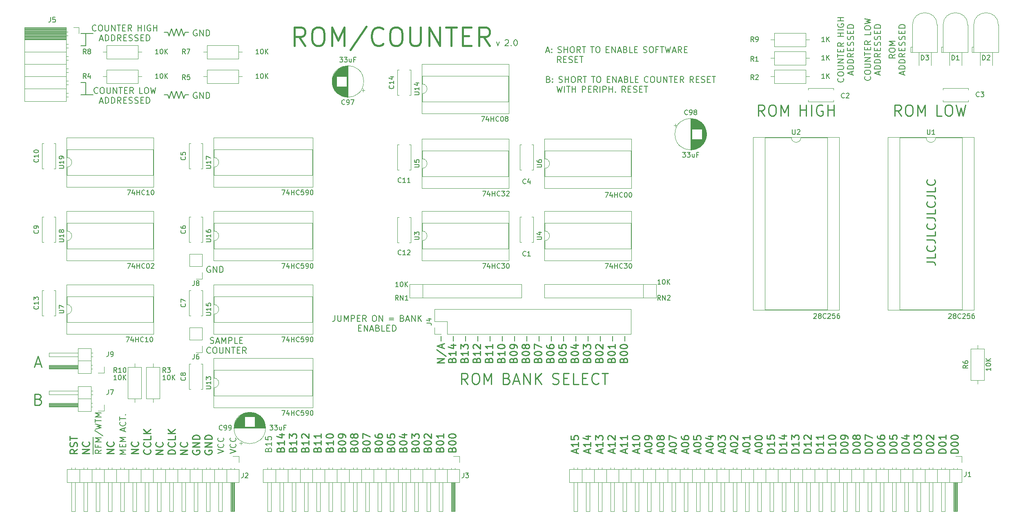
<source format=gto>
G04 #@! TF.GenerationSoftware,KiCad,Pcbnew,(7.0.0)*
G04 #@! TF.CreationDate,2024-03-28T20:27:28-07:00*
G04 #@! TF.ProjectId,rom_counter,726f6d5f-636f-4756-9e74-65722e6b6963,rev?*
G04 #@! TF.SameCoordinates,Original*
G04 #@! TF.FileFunction,Legend,Top*
G04 #@! TF.FilePolarity,Positive*
%FSLAX46Y46*%
G04 Gerber Fmt 4.6, Leading zero omitted, Abs format (unit mm)*
G04 Created by KiCad (PCBNEW (7.0.0)) date 2024-03-28 20:27:28*
%MOMM*%
%LPD*%
G01*
G04 APERTURE LIST*
%ADD10C,0.150000*%
%ADD11C,0.254000*%
%ADD12C,0.203200*%
%ADD13C,0.381000*%
%ADD14C,0.250000*%
%ADD15C,0.120000*%
%ADD16R,1.600000X1.600000*%
%ADD17O,1.600000X1.600000*%
%ADD18R,1.700000X1.700000*%
%ADD19O,1.700000X1.700000*%
%ADD20C,1.600000*%
%ADD21R,1.800000X1.800000*%
%ADD22C,1.800000*%
G04 APERTURE END LIST*
D10*
X82804000Y-69342000D02*
X83312000Y-67818000D01*
X82296000Y-67818000D02*
X82804000Y-69342000D01*
X83312000Y-54864000D02*
X83820000Y-56388000D01*
X62484000Y-66040000D02*
X63500000Y-66040000D01*
X80518000Y-55626000D02*
X80772000Y-56388000D01*
X63500000Y-58420000D02*
X62484000Y-58420000D01*
X80518000Y-68580000D02*
X79756000Y-68580000D01*
X142240000Y-118618000D02*
X142240000Y-119634000D01*
X160020000Y-118618000D02*
X160020000Y-119634000D01*
X84074000Y-68580000D02*
X84836000Y-68580000D01*
X83312000Y-67818000D02*
X83820000Y-69342000D01*
X144780000Y-118618000D02*
X144780000Y-119634000D01*
X62484000Y-68580000D02*
X63500000Y-68580000D01*
X62484000Y-55880000D02*
X63500000Y-55880000D01*
X81788000Y-56388000D02*
X82296000Y-54864000D01*
X81280000Y-67818000D02*
X81788000Y-69342000D01*
X82296000Y-54864000D02*
X82804000Y-56388000D01*
X81280000Y-54864000D02*
X81788000Y-56388000D01*
X84074000Y-55626000D02*
X84836000Y-55626000D01*
X83820000Y-69342000D02*
X84074000Y-68580000D01*
X149860000Y-118618000D02*
X149860000Y-119634000D01*
X63500000Y-66040000D02*
X63500000Y-68580000D01*
X167640000Y-118618000D02*
X167640000Y-119634000D01*
X83820000Y-56388000D02*
X84074000Y-55626000D01*
X152400000Y-118618000D02*
X152400000Y-119634000D01*
X157480000Y-118618000D02*
X157480000Y-119634000D01*
X162560000Y-118618000D02*
X162560000Y-119634000D01*
X80518000Y-68580000D02*
X80772000Y-69342000D01*
X82804000Y-56388000D02*
X83312000Y-54864000D01*
X63500000Y-68580000D02*
X65024000Y-68580000D01*
X175260000Y-118618000D02*
X175260000Y-119634000D01*
X63500000Y-55880000D02*
X63500000Y-58420000D01*
X81788000Y-69342000D02*
X82296000Y-67818000D01*
X137160000Y-118618000D02*
X137160000Y-119634000D01*
X80772000Y-56388000D02*
X81280000Y-54864000D01*
X170180000Y-118618000D02*
X170180000Y-119634000D01*
X165100000Y-118618000D02*
X165100000Y-119634000D01*
X63500000Y-55880000D02*
X65024000Y-55880000D01*
X172720000Y-118618000D02*
X172720000Y-119634000D01*
X80772000Y-69342000D02*
X81280000Y-67818000D01*
X139700000Y-118618000D02*
X139700000Y-119634000D01*
X154940000Y-118618000D02*
X154940000Y-119634000D01*
X147320000Y-118618000D02*
X147320000Y-119634000D01*
X80518000Y-55626000D02*
X79756000Y-55626000D01*
D11*
X53049714Y-124325380D02*
X54138286Y-124325380D01*
X52832000Y-124978522D02*
X53594000Y-122692522D01*
X53594000Y-122692522D02*
X54356000Y-124978522D01*
D12*
X231346223Y-60179856D02*
X230741461Y-60603190D01*
X231346223Y-60905571D02*
X230076223Y-60905571D01*
X230076223Y-60905571D02*
X230076223Y-60421761D01*
X230076223Y-60421761D02*
X230136700Y-60300809D01*
X230136700Y-60300809D02*
X230197176Y-60240332D01*
X230197176Y-60240332D02*
X230318128Y-60179856D01*
X230318128Y-60179856D02*
X230499557Y-60179856D01*
X230499557Y-60179856D02*
X230620509Y-60240332D01*
X230620509Y-60240332D02*
X230680985Y-60300809D01*
X230680985Y-60300809D02*
X230741461Y-60421761D01*
X230741461Y-60421761D02*
X230741461Y-60905571D01*
X230076223Y-59393666D02*
X230076223Y-59151761D01*
X230076223Y-59151761D02*
X230136700Y-59030809D01*
X230136700Y-59030809D02*
X230257652Y-58909856D01*
X230257652Y-58909856D02*
X230499557Y-58849380D01*
X230499557Y-58849380D02*
X230922890Y-58849380D01*
X230922890Y-58849380D02*
X231164795Y-58909856D01*
X231164795Y-58909856D02*
X231285747Y-59030809D01*
X231285747Y-59030809D02*
X231346223Y-59151761D01*
X231346223Y-59151761D02*
X231346223Y-59393666D01*
X231346223Y-59393666D02*
X231285747Y-59514618D01*
X231285747Y-59514618D02*
X231164795Y-59635571D01*
X231164795Y-59635571D02*
X230922890Y-59696047D01*
X230922890Y-59696047D02*
X230499557Y-59696047D01*
X230499557Y-59696047D02*
X230257652Y-59635571D01*
X230257652Y-59635571D02*
X230136700Y-59514618D01*
X230136700Y-59514618D02*
X230076223Y-59393666D01*
X231346223Y-58305095D02*
X230076223Y-58305095D01*
X230076223Y-58305095D02*
X230983366Y-57881761D01*
X230983366Y-57881761D02*
X230076223Y-57458428D01*
X230076223Y-57458428D02*
X231346223Y-57458428D01*
X233040766Y-64382952D02*
X233040766Y-63778190D01*
X233403623Y-64503904D02*
X232133623Y-64080571D01*
X232133623Y-64080571D02*
X233403623Y-63657237D01*
X233403623Y-63233905D02*
X232133623Y-63233905D01*
X232133623Y-63233905D02*
X232133623Y-62931524D01*
X232133623Y-62931524D02*
X232194100Y-62750095D01*
X232194100Y-62750095D02*
X232315052Y-62629143D01*
X232315052Y-62629143D02*
X232436004Y-62568666D01*
X232436004Y-62568666D02*
X232677909Y-62508190D01*
X232677909Y-62508190D02*
X232859338Y-62508190D01*
X232859338Y-62508190D02*
X233101242Y-62568666D01*
X233101242Y-62568666D02*
X233222195Y-62629143D01*
X233222195Y-62629143D02*
X233343147Y-62750095D01*
X233343147Y-62750095D02*
X233403623Y-62931524D01*
X233403623Y-62931524D02*
X233403623Y-63233905D01*
X233403623Y-61963905D02*
X232133623Y-61963905D01*
X232133623Y-61963905D02*
X232133623Y-61661524D01*
X232133623Y-61661524D02*
X232194100Y-61480095D01*
X232194100Y-61480095D02*
X232315052Y-61359143D01*
X232315052Y-61359143D02*
X232436004Y-61298666D01*
X232436004Y-61298666D02*
X232677909Y-61238190D01*
X232677909Y-61238190D02*
X232859338Y-61238190D01*
X232859338Y-61238190D02*
X233101242Y-61298666D01*
X233101242Y-61298666D02*
X233222195Y-61359143D01*
X233222195Y-61359143D02*
X233343147Y-61480095D01*
X233343147Y-61480095D02*
X233403623Y-61661524D01*
X233403623Y-61661524D02*
X233403623Y-61963905D01*
X233403623Y-59968190D02*
X232798861Y-60391524D01*
X233403623Y-60693905D02*
X232133623Y-60693905D01*
X232133623Y-60693905D02*
X232133623Y-60210095D01*
X232133623Y-60210095D02*
X232194100Y-60089143D01*
X232194100Y-60089143D02*
X232254576Y-60028666D01*
X232254576Y-60028666D02*
X232375528Y-59968190D01*
X232375528Y-59968190D02*
X232556957Y-59968190D01*
X232556957Y-59968190D02*
X232677909Y-60028666D01*
X232677909Y-60028666D02*
X232738385Y-60089143D01*
X232738385Y-60089143D02*
X232798861Y-60210095D01*
X232798861Y-60210095D02*
X232798861Y-60693905D01*
X232738385Y-59423905D02*
X232738385Y-59000571D01*
X233403623Y-58819143D02*
X233403623Y-59423905D01*
X233403623Y-59423905D02*
X232133623Y-59423905D01*
X232133623Y-59423905D02*
X232133623Y-58819143D01*
X233343147Y-58335333D02*
X233403623Y-58153904D01*
X233403623Y-58153904D02*
X233403623Y-57851523D01*
X233403623Y-57851523D02*
X233343147Y-57730571D01*
X233343147Y-57730571D02*
X233282671Y-57670095D01*
X233282671Y-57670095D02*
X233161719Y-57609618D01*
X233161719Y-57609618D02*
X233040766Y-57609618D01*
X233040766Y-57609618D02*
X232919814Y-57670095D01*
X232919814Y-57670095D02*
X232859338Y-57730571D01*
X232859338Y-57730571D02*
X232798861Y-57851523D01*
X232798861Y-57851523D02*
X232738385Y-58093428D01*
X232738385Y-58093428D02*
X232677909Y-58214380D01*
X232677909Y-58214380D02*
X232617433Y-58274857D01*
X232617433Y-58274857D02*
X232496480Y-58335333D01*
X232496480Y-58335333D02*
X232375528Y-58335333D01*
X232375528Y-58335333D02*
X232254576Y-58274857D01*
X232254576Y-58274857D02*
X232194100Y-58214380D01*
X232194100Y-58214380D02*
X232133623Y-58093428D01*
X232133623Y-58093428D02*
X232133623Y-57791047D01*
X232133623Y-57791047D02*
X232194100Y-57609618D01*
X233343147Y-57125809D02*
X233403623Y-56944380D01*
X233403623Y-56944380D02*
X233403623Y-56641999D01*
X233403623Y-56641999D02*
X233343147Y-56521047D01*
X233343147Y-56521047D02*
X233282671Y-56460571D01*
X233282671Y-56460571D02*
X233161719Y-56400094D01*
X233161719Y-56400094D02*
X233040766Y-56400094D01*
X233040766Y-56400094D02*
X232919814Y-56460571D01*
X232919814Y-56460571D02*
X232859338Y-56521047D01*
X232859338Y-56521047D02*
X232798861Y-56641999D01*
X232798861Y-56641999D02*
X232738385Y-56883904D01*
X232738385Y-56883904D02*
X232677909Y-57004856D01*
X232677909Y-57004856D02*
X232617433Y-57065333D01*
X232617433Y-57065333D02*
X232496480Y-57125809D01*
X232496480Y-57125809D02*
X232375528Y-57125809D01*
X232375528Y-57125809D02*
X232254576Y-57065333D01*
X232254576Y-57065333D02*
X232194100Y-57004856D01*
X232194100Y-57004856D02*
X232133623Y-56883904D01*
X232133623Y-56883904D02*
X232133623Y-56581523D01*
X232133623Y-56581523D02*
X232194100Y-56400094D01*
X232738385Y-55855809D02*
X232738385Y-55432475D01*
X233403623Y-55251047D02*
X233403623Y-55855809D01*
X233403623Y-55855809D02*
X232133623Y-55855809D01*
X232133623Y-55855809D02*
X232133623Y-55251047D01*
X233403623Y-54706761D02*
X232133623Y-54706761D01*
X232133623Y-54706761D02*
X232133623Y-54404380D01*
X232133623Y-54404380D02*
X232194100Y-54222951D01*
X232194100Y-54222951D02*
X232315052Y-54101999D01*
X232315052Y-54101999D02*
X232436004Y-54041522D01*
X232436004Y-54041522D02*
X232677909Y-53981046D01*
X232677909Y-53981046D02*
X232859338Y-53981046D01*
X232859338Y-53981046D02*
X233101242Y-54041522D01*
X233101242Y-54041522D02*
X233222195Y-54101999D01*
X233222195Y-54101999D02*
X233343147Y-54222951D01*
X233343147Y-54222951D02*
X233403623Y-54404380D01*
X233403623Y-54404380D02*
X233403623Y-54706761D01*
D11*
X53757285Y-131655094D02*
X54083857Y-131763951D01*
X54083857Y-131763951D02*
X54192714Y-131872808D01*
X54192714Y-131872808D02*
X54301571Y-132090522D01*
X54301571Y-132090522D02*
X54301571Y-132417094D01*
X54301571Y-132417094D02*
X54192714Y-132634808D01*
X54192714Y-132634808D02*
X54083857Y-132743665D01*
X54083857Y-132743665D02*
X53866142Y-132852522D01*
X53866142Y-132852522D02*
X52995285Y-132852522D01*
X52995285Y-132852522D02*
X52995285Y-130566522D01*
X52995285Y-130566522D02*
X53757285Y-130566522D01*
X53757285Y-130566522D02*
X53975000Y-130675380D01*
X53975000Y-130675380D02*
X54083857Y-130784237D01*
X54083857Y-130784237D02*
X54192714Y-131001951D01*
X54192714Y-131001951D02*
X54192714Y-131219665D01*
X54192714Y-131219665D02*
X54083857Y-131437380D01*
X54083857Y-131437380D02*
X53975000Y-131546237D01*
X53975000Y-131546237D02*
X53757285Y-131655094D01*
X53757285Y-131655094D02*
X52995285Y-131655094D01*
D13*
X109002285Y-58352871D02*
X107732285Y-56538585D01*
X106825142Y-58352871D02*
X106825142Y-54542871D01*
X106825142Y-54542871D02*
X108276571Y-54542871D01*
X108276571Y-54542871D02*
X108639428Y-54724300D01*
X108639428Y-54724300D02*
X108820857Y-54905728D01*
X108820857Y-54905728D02*
X109002285Y-55268585D01*
X109002285Y-55268585D02*
X109002285Y-55812871D01*
X109002285Y-55812871D02*
X108820857Y-56175728D01*
X108820857Y-56175728D02*
X108639428Y-56357157D01*
X108639428Y-56357157D02*
X108276571Y-56538585D01*
X108276571Y-56538585D02*
X106825142Y-56538585D01*
X111360857Y-54542871D02*
X112086571Y-54542871D01*
X112086571Y-54542871D02*
X112449428Y-54724300D01*
X112449428Y-54724300D02*
X112812285Y-55087157D01*
X112812285Y-55087157D02*
X112993714Y-55812871D01*
X112993714Y-55812871D02*
X112993714Y-57082871D01*
X112993714Y-57082871D02*
X112812285Y-57808585D01*
X112812285Y-57808585D02*
X112449428Y-58171442D01*
X112449428Y-58171442D02*
X112086571Y-58352871D01*
X112086571Y-58352871D02*
X111360857Y-58352871D01*
X111360857Y-58352871D02*
X110998000Y-58171442D01*
X110998000Y-58171442D02*
X110635142Y-57808585D01*
X110635142Y-57808585D02*
X110453714Y-57082871D01*
X110453714Y-57082871D02*
X110453714Y-55812871D01*
X110453714Y-55812871D02*
X110635142Y-55087157D01*
X110635142Y-55087157D02*
X110998000Y-54724300D01*
X110998000Y-54724300D02*
X111360857Y-54542871D01*
X114626571Y-58352871D02*
X114626571Y-54542871D01*
X114626571Y-54542871D02*
X115896571Y-57264300D01*
X115896571Y-57264300D02*
X117166571Y-54542871D01*
X117166571Y-54542871D02*
X117166571Y-58352871D01*
X121702286Y-54361442D02*
X118436572Y-59260014D01*
X125149429Y-57990014D02*
X124968001Y-58171442D01*
X124968001Y-58171442D02*
X124423715Y-58352871D01*
X124423715Y-58352871D02*
X124060858Y-58352871D01*
X124060858Y-58352871D02*
X123516572Y-58171442D01*
X123516572Y-58171442D02*
X123153715Y-57808585D01*
X123153715Y-57808585D02*
X122972286Y-57445728D01*
X122972286Y-57445728D02*
X122790858Y-56720014D01*
X122790858Y-56720014D02*
X122790858Y-56175728D01*
X122790858Y-56175728D02*
X122972286Y-55450014D01*
X122972286Y-55450014D02*
X123153715Y-55087157D01*
X123153715Y-55087157D02*
X123516572Y-54724300D01*
X123516572Y-54724300D02*
X124060858Y-54542871D01*
X124060858Y-54542871D02*
X124423715Y-54542871D01*
X124423715Y-54542871D02*
X124968001Y-54724300D01*
X124968001Y-54724300D02*
X125149429Y-54905728D01*
X127508001Y-54542871D02*
X128233715Y-54542871D01*
X128233715Y-54542871D02*
X128596572Y-54724300D01*
X128596572Y-54724300D02*
X128959429Y-55087157D01*
X128959429Y-55087157D02*
X129140858Y-55812871D01*
X129140858Y-55812871D02*
X129140858Y-57082871D01*
X129140858Y-57082871D02*
X128959429Y-57808585D01*
X128959429Y-57808585D02*
X128596572Y-58171442D01*
X128596572Y-58171442D02*
X128233715Y-58352871D01*
X128233715Y-58352871D02*
X127508001Y-58352871D01*
X127508001Y-58352871D02*
X127145144Y-58171442D01*
X127145144Y-58171442D02*
X126782286Y-57808585D01*
X126782286Y-57808585D02*
X126600858Y-57082871D01*
X126600858Y-57082871D02*
X126600858Y-55812871D01*
X126600858Y-55812871D02*
X126782286Y-55087157D01*
X126782286Y-55087157D02*
X127145144Y-54724300D01*
X127145144Y-54724300D02*
X127508001Y-54542871D01*
X130773715Y-54542871D02*
X130773715Y-57627157D01*
X130773715Y-57627157D02*
X130955144Y-57990014D01*
X130955144Y-57990014D02*
X131136573Y-58171442D01*
X131136573Y-58171442D02*
X131499430Y-58352871D01*
X131499430Y-58352871D02*
X132225144Y-58352871D01*
X132225144Y-58352871D02*
X132588001Y-58171442D01*
X132588001Y-58171442D02*
X132769430Y-57990014D01*
X132769430Y-57990014D02*
X132950858Y-57627157D01*
X132950858Y-57627157D02*
X132950858Y-54542871D01*
X134765144Y-58352871D02*
X134765144Y-54542871D01*
X134765144Y-54542871D02*
X136942287Y-58352871D01*
X136942287Y-58352871D02*
X136942287Y-54542871D01*
X138212288Y-54542871D02*
X140389431Y-54542871D01*
X139300859Y-58352871D02*
X139300859Y-54542871D01*
X141659430Y-56357157D02*
X142929430Y-56357157D01*
X143473716Y-58352871D02*
X141659430Y-58352871D01*
X141659430Y-58352871D02*
X141659430Y-54542871D01*
X141659430Y-54542871D02*
X143473716Y-54542871D01*
X147283716Y-58352871D02*
X146013716Y-56538585D01*
X145106573Y-58352871D02*
X145106573Y-54542871D01*
X145106573Y-54542871D02*
X146558002Y-54542871D01*
X146558002Y-54542871D02*
X146920859Y-54724300D01*
X146920859Y-54724300D02*
X147102288Y-54905728D01*
X147102288Y-54905728D02*
X147283716Y-55268585D01*
X147283716Y-55268585D02*
X147283716Y-55812871D01*
X147283716Y-55812871D02*
X147102288Y-56175728D01*
X147102288Y-56175728D02*
X146920859Y-56357157D01*
X146920859Y-56357157D02*
X146558002Y-56538585D01*
X146558002Y-56538585D02*
X145106573Y-56538585D01*
D12*
X65683191Y-55203271D02*
X65622715Y-55263747D01*
X65622715Y-55263747D02*
X65441286Y-55324223D01*
X65441286Y-55324223D02*
X65320334Y-55324223D01*
X65320334Y-55324223D02*
X65138905Y-55263747D01*
X65138905Y-55263747D02*
X65017953Y-55142795D01*
X65017953Y-55142795D02*
X64957476Y-55021842D01*
X64957476Y-55021842D02*
X64897000Y-54779938D01*
X64897000Y-54779938D02*
X64897000Y-54598509D01*
X64897000Y-54598509D02*
X64957476Y-54356604D01*
X64957476Y-54356604D02*
X65017953Y-54235652D01*
X65017953Y-54235652D02*
X65138905Y-54114700D01*
X65138905Y-54114700D02*
X65320334Y-54054223D01*
X65320334Y-54054223D02*
X65441286Y-54054223D01*
X65441286Y-54054223D02*
X65622715Y-54114700D01*
X65622715Y-54114700D02*
X65683191Y-54175176D01*
X66469381Y-54054223D02*
X66711286Y-54054223D01*
X66711286Y-54054223D02*
X66832238Y-54114700D01*
X66832238Y-54114700D02*
X66953191Y-54235652D01*
X66953191Y-54235652D02*
X67013667Y-54477557D01*
X67013667Y-54477557D02*
X67013667Y-54900890D01*
X67013667Y-54900890D02*
X66953191Y-55142795D01*
X66953191Y-55142795D02*
X66832238Y-55263747D01*
X66832238Y-55263747D02*
X66711286Y-55324223D01*
X66711286Y-55324223D02*
X66469381Y-55324223D01*
X66469381Y-55324223D02*
X66348429Y-55263747D01*
X66348429Y-55263747D02*
X66227476Y-55142795D01*
X66227476Y-55142795D02*
X66167000Y-54900890D01*
X66167000Y-54900890D02*
X66167000Y-54477557D01*
X66167000Y-54477557D02*
X66227476Y-54235652D01*
X66227476Y-54235652D02*
X66348429Y-54114700D01*
X66348429Y-54114700D02*
X66469381Y-54054223D01*
X67557952Y-54054223D02*
X67557952Y-55082319D01*
X67557952Y-55082319D02*
X67618429Y-55203271D01*
X67618429Y-55203271D02*
X67678905Y-55263747D01*
X67678905Y-55263747D02*
X67799857Y-55324223D01*
X67799857Y-55324223D02*
X68041762Y-55324223D01*
X68041762Y-55324223D02*
X68162714Y-55263747D01*
X68162714Y-55263747D02*
X68223191Y-55203271D01*
X68223191Y-55203271D02*
X68283667Y-55082319D01*
X68283667Y-55082319D02*
X68283667Y-54054223D01*
X68888428Y-55324223D02*
X68888428Y-54054223D01*
X68888428Y-54054223D02*
X69614143Y-55324223D01*
X69614143Y-55324223D02*
X69614143Y-54054223D01*
X70037476Y-54054223D02*
X70763190Y-54054223D01*
X70400333Y-55324223D02*
X70400333Y-54054223D01*
X71186523Y-54658985D02*
X71609857Y-54658985D01*
X71791285Y-55324223D02*
X71186523Y-55324223D01*
X71186523Y-55324223D02*
X71186523Y-54054223D01*
X71186523Y-54054223D02*
X71791285Y-54054223D01*
X73061286Y-55324223D02*
X72637952Y-54719461D01*
X72335571Y-55324223D02*
X72335571Y-54054223D01*
X72335571Y-54054223D02*
X72819381Y-54054223D01*
X72819381Y-54054223D02*
X72940333Y-54114700D01*
X72940333Y-54114700D02*
X73000810Y-54175176D01*
X73000810Y-54175176D02*
X73061286Y-54296128D01*
X73061286Y-54296128D02*
X73061286Y-54477557D01*
X73061286Y-54477557D02*
X73000810Y-54598509D01*
X73000810Y-54598509D02*
X72940333Y-54658985D01*
X72940333Y-54658985D02*
X72819381Y-54719461D01*
X72819381Y-54719461D02*
X72335571Y-54719461D01*
X74367571Y-55324223D02*
X74367571Y-54054223D01*
X74367571Y-54658985D02*
X75093286Y-54658985D01*
X75093286Y-55324223D02*
X75093286Y-54054223D01*
X75698047Y-55324223D02*
X75698047Y-54054223D01*
X76968048Y-54114700D02*
X76847095Y-54054223D01*
X76847095Y-54054223D02*
X76665667Y-54054223D01*
X76665667Y-54054223D02*
X76484238Y-54114700D01*
X76484238Y-54114700D02*
X76363286Y-54235652D01*
X76363286Y-54235652D02*
X76302809Y-54356604D01*
X76302809Y-54356604D02*
X76242333Y-54598509D01*
X76242333Y-54598509D02*
X76242333Y-54779938D01*
X76242333Y-54779938D02*
X76302809Y-55021842D01*
X76302809Y-55021842D02*
X76363286Y-55142795D01*
X76363286Y-55142795D02*
X76484238Y-55263747D01*
X76484238Y-55263747D02*
X76665667Y-55324223D01*
X76665667Y-55324223D02*
X76786619Y-55324223D01*
X76786619Y-55324223D02*
X76968048Y-55263747D01*
X76968048Y-55263747D02*
X77028524Y-55203271D01*
X77028524Y-55203271D02*
X77028524Y-54779938D01*
X77028524Y-54779938D02*
X76786619Y-54779938D01*
X77572809Y-55324223D02*
X77572809Y-54054223D01*
X77572809Y-54658985D02*
X78298524Y-54658985D01*
X78298524Y-55324223D02*
X78298524Y-54054223D01*
X66427047Y-57018766D02*
X67031809Y-57018766D01*
X66306095Y-57381623D02*
X66729428Y-56111623D01*
X66729428Y-56111623D02*
X67152762Y-57381623D01*
X67576094Y-57381623D02*
X67576094Y-56111623D01*
X67576094Y-56111623D02*
X67878475Y-56111623D01*
X67878475Y-56111623D02*
X68059904Y-56172100D01*
X68059904Y-56172100D02*
X68180856Y-56293052D01*
X68180856Y-56293052D02*
X68241333Y-56414004D01*
X68241333Y-56414004D02*
X68301809Y-56655909D01*
X68301809Y-56655909D02*
X68301809Y-56837338D01*
X68301809Y-56837338D02*
X68241333Y-57079242D01*
X68241333Y-57079242D02*
X68180856Y-57200195D01*
X68180856Y-57200195D02*
X68059904Y-57321147D01*
X68059904Y-57321147D02*
X67878475Y-57381623D01*
X67878475Y-57381623D02*
X67576094Y-57381623D01*
X68846094Y-57381623D02*
X68846094Y-56111623D01*
X68846094Y-56111623D02*
X69148475Y-56111623D01*
X69148475Y-56111623D02*
X69329904Y-56172100D01*
X69329904Y-56172100D02*
X69450856Y-56293052D01*
X69450856Y-56293052D02*
X69511333Y-56414004D01*
X69511333Y-56414004D02*
X69571809Y-56655909D01*
X69571809Y-56655909D02*
X69571809Y-56837338D01*
X69571809Y-56837338D02*
X69511333Y-57079242D01*
X69511333Y-57079242D02*
X69450856Y-57200195D01*
X69450856Y-57200195D02*
X69329904Y-57321147D01*
X69329904Y-57321147D02*
X69148475Y-57381623D01*
X69148475Y-57381623D02*
X68846094Y-57381623D01*
X70841809Y-57381623D02*
X70418475Y-56776861D01*
X70116094Y-57381623D02*
X70116094Y-56111623D01*
X70116094Y-56111623D02*
X70599904Y-56111623D01*
X70599904Y-56111623D02*
X70720856Y-56172100D01*
X70720856Y-56172100D02*
X70781333Y-56232576D01*
X70781333Y-56232576D02*
X70841809Y-56353528D01*
X70841809Y-56353528D02*
X70841809Y-56534957D01*
X70841809Y-56534957D02*
X70781333Y-56655909D01*
X70781333Y-56655909D02*
X70720856Y-56716385D01*
X70720856Y-56716385D02*
X70599904Y-56776861D01*
X70599904Y-56776861D02*
X70116094Y-56776861D01*
X71386094Y-56716385D02*
X71809428Y-56716385D01*
X71990856Y-57381623D02*
X71386094Y-57381623D01*
X71386094Y-57381623D02*
X71386094Y-56111623D01*
X71386094Y-56111623D02*
X71990856Y-56111623D01*
X72474666Y-57321147D02*
X72656095Y-57381623D01*
X72656095Y-57381623D02*
X72958476Y-57381623D01*
X72958476Y-57381623D02*
X73079428Y-57321147D01*
X73079428Y-57321147D02*
X73139904Y-57260671D01*
X73139904Y-57260671D02*
X73200381Y-57139719D01*
X73200381Y-57139719D02*
X73200381Y-57018766D01*
X73200381Y-57018766D02*
X73139904Y-56897814D01*
X73139904Y-56897814D02*
X73079428Y-56837338D01*
X73079428Y-56837338D02*
X72958476Y-56776861D01*
X72958476Y-56776861D02*
X72716571Y-56716385D01*
X72716571Y-56716385D02*
X72595619Y-56655909D01*
X72595619Y-56655909D02*
X72535142Y-56595433D01*
X72535142Y-56595433D02*
X72474666Y-56474480D01*
X72474666Y-56474480D02*
X72474666Y-56353528D01*
X72474666Y-56353528D02*
X72535142Y-56232576D01*
X72535142Y-56232576D02*
X72595619Y-56172100D01*
X72595619Y-56172100D02*
X72716571Y-56111623D01*
X72716571Y-56111623D02*
X73018952Y-56111623D01*
X73018952Y-56111623D02*
X73200381Y-56172100D01*
X73684190Y-57321147D02*
X73865619Y-57381623D01*
X73865619Y-57381623D02*
X74168000Y-57381623D01*
X74168000Y-57381623D02*
X74288952Y-57321147D01*
X74288952Y-57321147D02*
X74349428Y-57260671D01*
X74349428Y-57260671D02*
X74409905Y-57139719D01*
X74409905Y-57139719D02*
X74409905Y-57018766D01*
X74409905Y-57018766D02*
X74349428Y-56897814D01*
X74349428Y-56897814D02*
X74288952Y-56837338D01*
X74288952Y-56837338D02*
X74168000Y-56776861D01*
X74168000Y-56776861D02*
X73926095Y-56716385D01*
X73926095Y-56716385D02*
X73805143Y-56655909D01*
X73805143Y-56655909D02*
X73744666Y-56595433D01*
X73744666Y-56595433D02*
X73684190Y-56474480D01*
X73684190Y-56474480D02*
X73684190Y-56353528D01*
X73684190Y-56353528D02*
X73744666Y-56232576D01*
X73744666Y-56232576D02*
X73805143Y-56172100D01*
X73805143Y-56172100D02*
X73926095Y-56111623D01*
X73926095Y-56111623D02*
X74228476Y-56111623D01*
X74228476Y-56111623D02*
X74409905Y-56172100D01*
X74954190Y-56716385D02*
X75377524Y-56716385D01*
X75558952Y-57381623D02*
X74954190Y-57381623D01*
X74954190Y-57381623D02*
X74954190Y-56111623D01*
X74954190Y-56111623D02*
X75558952Y-56111623D01*
X76103238Y-57381623D02*
X76103238Y-56111623D01*
X76103238Y-56111623D02*
X76405619Y-56111623D01*
X76405619Y-56111623D02*
X76587048Y-56172100D01*
X76587048Y-56172100D02*
X76708000Y-56293052D01*
X76708000Y-56293052D02*
X76768477Y-56414004D01*
X76768477Y-56414004D02*
X76828953Y-56655909D01*
X76828953Y-56655909D02*
X76828953Y-56837338D01*
X76828953Y-56837338D02*
X76768477Y-57079242D01*
X76768477Y-57079242D02*
X76708000Y-57200195D01*
X76708000Y-57200195D02*
X76587048Y-57321147D01*
X76587048Y-57321147D02*
X76405619Y-57381623D01*
X76405619Y-57381623D02*
X76103238Y-57381623D01*
D11*
X232595058Y-72908522D02*
X231833058Y-71819951D01*
X231288772Y-72908522D02*
X231288772Y-70622522D01*
X231288772Y-70622522D02*
X232159629Y-70622522D01*
X232159629Y-70622522D02*
X232377344Y-70731380D01*
X232377344Y-70731380D02*
X232486201Y-70840237D01*
X232486201Y-70840237D02*
X232595058Y-71057951D01*
X232595058Y-71057951D02*
X232595058Y-71384522D01*
X232595058Y-71384522D02*
X232486201Y-71602237D01*
X232486201Y-71602237D02*
X232377344Y-71711094D01*
X232377344Y-71711094D02*
X232159629Y-71819951D01*
X232159629Y-71819951D02*
X231288772Y-71819951D01*
X234010201Y-70622522D02*
X234445629Y-70622522D01*
X234445629Y-70622522D02*
X234663344Y-70731380D01*
X234663344Y-70731380D02*
X234881058Y-70949094D01*
X234881058Y-70949094D02*
X234989915Y-71384522D01*
X234989915Y-71384522D02*
X234989915Y-72146522D01*
X234989915Y-72146522D02*
X234881058Y-72581951D01*
X234881058Y-72581951D02*
X234663344Y-72799665D01*
X234663344Y-72799665D02*
X234445629Y-72908522D01*
X234445629Y-72908522D02*
X234010201Y-72908522D01*
X234010201Y-72908522D02*
X233792487Y-72799665D01*
X233792487Y-72799665D02*
X233574772Y-72581951D01*
X233574772Y-72581951D02*
X233465915Y-72146522D01*
X233465915Y-72146522D02*
X233465915Y-71384522D01*
X233465915Y-71384522D02*
X233574772Y-70949094D01*
X233574772Y-70949094D02*
X233792487Y-70731380D01*
X233792487Y-70731380D02*
X234010201Y-70622522D01*
X235969629Y-72908522D02*
X235969629Y-70622522D01*
X235969629Y-70622522D02*
X236731629Y-72255380D01*
X236731629Y-72255380D02*
X237493629Y-70622522D01*
X237493629Y-70622522D02*
X237493629Y-72908522D01*
X241042372Y-72908522D02*
X239953800Y-72908522D01*
X239953800Y-72908522D02*
X239953800Y-70622522D01*
X242239800Y-70622522D02*
X242675228Y-70622522D01*
X242675228Y-70622522D02*
X242892943Y-70731380D01*
X242892943Y-70731380D02*
X243110657Y-70949094D01*
X243110657Y-70949094D02*
X243219514Y-71384522D01*
X243219514Y-71384522D02*
X243219514Y-72146522D01*
X243219514Y-72146522D02*
X243110657Y-72581951D01*
X243110657Y-72581951D02*
X242892943Y-72799665D01*
X242892943Y-72799665D02*
X242675228Y-72908522D01*
X242675228Y-72908522D02*
X242239800Y-72908522D01*
X242239800Y-72908522D02*
X242022086Y-72799665D01*
X242022086Y-72799665D02*
X241804371Y-72581951D01*
X241804371Y-72581951D02*
X241695514Y-72146522D01*
X241695514Y-72146522D02*
X241695514Y-71384522D01*
X241695514Y-71384522D02*
X241804371Y-70949094D01*
X241804371Y-70949094D02*
X242022086Y-70731380D01*
X242022086Y-70731380D02*
X242239800Y-70622522D01*
X243981514Y-70622522D02*
X244525800Y-72908522D01*
X244525800Y-72908522D02*
X244961228Y-71275665D01*
X244961228Y-71275665D02*
X245396657Y-72908522D01*
X245396657Y-72908522D02*
X245940943Y-70622522D01*
D12*
X86565619Y-55156100D02*
X86444666Y-55095623D01*
X86444666Y-55095623D02*
X86263238Y-55095623D01*
X86263238Y-55095623D02*
X86081809Y-55156100D01*
X86081809Y-55156100D02*
X85960857Y-55277052D01*
X85960857Y-55277052D02*
X85900380Y-55398004D01*
X85900380Y-55398004D02*
X85839904Y-55639909D01*
X85839904Y-55639909D02*
X85839904Y-55821338D01*
X85839904Y-55821338D02*
X85900380Y-56063242D01*
X85900380Y-56063242D02*
X85960857Y-56184195D01*
X85960857Y-56184195D02*
X86081809Y-56305147D01*
X86081809Y-56305147D02*
X86263238Y-56365623D01*
X86263238Y-56365623D02*
X86384190Y-56365623D01*
X86384190Y-56365623D02*
X86565619Y-56305147D01*
X86565619Y-56305147D02*
X86626095Y-56244671D01*
X86626095Y-56244671D02*
X86626095Y-55821338D01*
X86626095Y-55821338D02*
X86384190Y-55821338D01*
X87170380Y-56365623D02*
X87170380Y-55095623D01*
X87170380Y-55095623D02*
X87896095Y-56365623D01*
X87896095Y-56365623D02*
X87896095Y-55095623D01*
X88500856Y-56365623D02*
X88500856Y-55095623D01*
X88500856Y-55095623D02*
X88803237Y-55095623D01*
X88803237Y-55095623D02*
X88984666Y-55156100D01*
X88984666Y-55156100D02*
X89105618Y-55277052D01*
X89105618Y-55277052D02*
X89166095Y-55398004D01*
X89166095Y-55398004D02*
X89226571Y-55639909D01*
X89226571Y-55639909D02*
X89226571Y-55821338D01*
X89226571Y-55821338D02*
X89166095Y-56063242D01*
X89166095Y-56063242D02*
X89105618Y-56184195D01*
X89105618Y-56184195D02*
X88984666Y-56305147D01*
X88984666Y-56305147D02*
X88803237Y-56365623D01*
X88803237Y-56365623D02*
X88500856Y-56365623D01*
X226145271Y-64763951D02*
X226205747Y-64824427D01*
X226205747Y-64824427D02*
X226266223Y-65005856D01*
X226266223Y-65005856D02*
X226266223Y-65126808D01*
X226266223Y-65126808D02*
X226205747Y-65308237D01*
X226205747Y-65308237D02*
X226084795Y-65429189D01*
X226084795Y-65429189D02*
X225963842Y-65489666D01*
X225963842Y-65489666D02*
X225721938Y-65550142D01*
X225721938Y-65550142D02*
X225540509Y-65550142D01*
X225540509Y-65550142D02*
X225298604Y-65489666D01*
X225298604Y-65489666D02*
X225177652Y-65429189D01*
X225177652Y-65429189D02*
X225056700Y-65308237D01*
X225056700Y-65308237D02*
X224996223Y-65126808D01*
X224996223Y-65126808D02*
X224996223Y-65005856D01*
X224996223Y-65005856D02*
X225056700Y-64824427D01*
X225056700Y-64824427D02*
X225117176Y-64763951D01*
X224996223Y-63977761D02*
X224996223Y-63735856D01*
X224996223Y-63735856D02*
X225056700Y-63614904D01*
X225056700Y-63614904D02*
X225177652Y-63493951D01*
X225177652Y-63493951D02*
X225419557Y-63433475D01*
X225419557Y-63433475D02*
X225842890Y-63433475D01*
X225842890Y-63433475D02*
X226084795Y-63493951D01*
X226084795Y-63493951D02*
X226205747Y-63614904D01*
X226205747Y-63614904D02*
X226266223Y-63735856D01*
X226266223Y-63735856D02*
X226266223Y-63977761D01*
X226266223Y-63977761D02*
X226205747Y-64098713D01*
X226205747Y-64098713D02*
X226084795Y-64219666D01*
X226084795Y-64219666D02*
X225842890Y-64280142D01*
X225842890Y-64280142D02*
X225419557Y-64280142D01*
X225419557Y-64280142D02*
X225177652Y-64219666D01*
X225177652Y-64219666D02*
X225056700Y-64098713D01*
X225056700Y-64098713D02*
X224996223Y-63977761D01*
X224996223Y-62889190D02*
X226024319Y-62889190D01*
X226024319Y-62889190D02*
X226145271Y-62828713D01*
X226145271Y-62828713D02*
X226205747Y-62768237D01*
X226205747Y-62768237D02*
X226266223Y-62647285D01*
X226266223Y-62647285D02*
X226266223Y-62405380D01*
X226266223Y-62405380D02*
X226205747Y-62284428D01*
X226205747Y-62284428D02*
X226145271Y-62223951D01*
X226145271Y-62223951D02*
X226024319Y-62163475D01*
X226024319Y-62163475D02*
X224996223Y-62163475D01*
X226266223Y-61558714D02*
X224996223Y-61558714D01*
X224996223Y-61558714D02*
X226266223Y-60832999D01*
X226266223Y-60832999D02*
X224996223Y-60832999D01*
X224996223Y-60409666D02*
X224996223Y-59683952D01*
X226266223Y-60046809D02*
X224996223Y-60046809D01*
X225600985Y-59260619D02*
X225600985Y-58837285D01*
X226266223Y-58655857D02*
X226266223Y-59260619D01*
X226266223Y-59260619D02*
X224996223Y-59260619D01*
X224996223Y-59260619D02*
X224996223Y-58655857D01*
X226266223Y-57385856D02*
X225661461Y-57809190D01*
X226266223Y-58111571D02*
X224996223Y-58111571D01*
X224996223Y-58111571D02*
X224996223Y-57627761D01*
X224996223Y-57627761D02*
X225056700Y-57506809D01*
X225056700Y-57506809D02*
X225117176Y-57446332D01*
X225117176Y-57446332D02*
X225238128Y-57385856D01*
X225238128Y-57385856D02*
X225419557Y-57385856D01*
X225419557Y-57385856D02*
X225540509Y-57446332D01*
X225540509Y-57446332D02*
X225600985Y-57506809D01*
X225600985Y-57506809D02*
X225661461Y-57627761D01*
X225661461Y-57627761D02*
X225661461Y-58111571D01*
X226266223Y-55474809D02*
X226266223Y-56079571D01*
X226266223Y-56079571D02*
X224996223Y-56079571D01*
X224996223Y-54809571D02*
X224996223Y-54567666D01*
X224996223Y-54567666D02*
X225056700Y-54446714D01*
X225056700Y-54446714D02*
X225177652Y-54325761D01*
X225177652Y-54325761D02*
X225419557Y-54265285D01*
X225419557Y-54265285D02*
X225842890Y-54265285D01*
X225842890Y-54265285D02*
X226084795Y-54325761D01*
X226084795Y-54325761D02*
X226205747Y-54446714D01*
X226205747Y-54446714D02*
X226266223Y-54567666D01*
X226266223Y-54567666D02*
X226266223Y-54809571D01*
X226266223Y-54809571D02*
X226205747Y-54930523D01*
X226205747Y-54930523D02*
X226084795Y-55051476D01*
X226084795Y-55051476D02*
X225842890Y-55111952D01*
X225842890Y-55111952D02*
X225419557Y-55111952D01*
X225419557Y-55111952D02*
X225177652Y-55051476D01*
X225177652Y-55051476D02*
X225056700Y-54930523D01*
X225056700Y-54930523D02*
X224996223Y-54809571D01*
X224996223Y-53841952D02*
X226266223Y-53539571D01*
X226266223Y-53539571D02*
X225359080Y-53297666D01*
X225359080Y-53297666D02*
X226266223Y-53055761D01*
X226266223Y-53055761D02*
X224996223Y-52753381D01*
X227960766Y-64382952D02*
X227960766Y-63778190D01*
X228323623Y-64503904D02*
X227053623Y-64080571D01*
X227053623Y-64080571D02*
X228323623Y-63657237D01*
X228323623Y-63233905D02*
X227053623Y-63233905D01*
X227053623Y-63233905D02*
X227053623Y-62931524D01*
X227053623Y-62931524D02*
X227114100Y-62750095D01*
X227114100Y-62750095D02*
X227235052Y-62629143D01*
X227235052Y-62629143D02*
X227356004Y-62568666D01*
X227356004Y-62568666D02*
X227597909Y-62508190D01*
X227597909Y-62508190D02*
X227779338Y-62508190D01*
X227779338Y-62508190D02*
X228021242Y-62568666D01*
X228021242Y-62568666D02*
X228142195Y-62629143D01*
X228142195Y-62629143D02*
X228263147Y-62750095D01*
X228263147Y-62750095D02*
X228323623Y-62931524D01*
X228323623Y-62931524D02*
X228323623Y-63233905D01*
X228323623Y-61963905D02*
X227053623Y-61963905D01*
X227053623Y-61963905D02*
X227053623Y-61661524D01*
X227053623Y-61661524D02*
X227114100Y-61480095D01*
X227114100Y-61480095D02*
X227235052Y-61359143D01*
X227235052Y-61359143D02*
X227356004Y-61298666D01*
X227356004Y-61298666D02*
X227597909Y-61238190D01*
X227597909Y-61238190D02*
X227779338Y-61238190D01*
X227779338Y-61238190D02*
X228021242Y-61298666D01*
X228021242Y-61298666D02*
X228142195Y-61359143D01*
X228142195Y-61359143D02*
X228263147Y-61480095D01*
X228263147Y-61480095D02*
X228323623Y-61661524D01*
X228323623Y-61661524D02*
X228323623Y-61963905D01*
X228323623Y-59968190D02*
X227718861Y-60391524D01*
X228323623Y-60693905D02*
X227053623Y-60693905D01*
X227053623Y-60693905D02*
X227053623Y-60210095D01*
X227053623Y-60210095D02*
X227114100Y-60089143D01*
X227114100Y-60089143D02*
X227174576Y-60028666D01*
X227174576Y-60028666D02*
X227295528Y-59968190D01*
X227295528Y-59968190D02*
X227476957Y-59968190D01*
X227476957Y-59968190D02*
X227597909Y-60028666D01*
X227597909Y-60028666D02*
X227658385Y-60089143D01*
X227658385Y-60089143D02*
X227718861Y-60210095D01*
X227718861Y-60210095D02*
X227718861Y-60693905D01*
X227658385Y-59423905D02*
X227658385Y-59000571D01*
X228323623Y-58819143D02*
X228323623Y-59423905D01*
X228323623Y-59423905D02*
X227053623Y-59423905D01*
X227053623Y-59423905D02*
X227053623Y-58819143D01*
X228263147Y-58335333D02*
X228323623Y-58153904D01*
X228323623Y-58153904D02*
X228323623Y-57851523D01*
X228323623Y-57851523D02*
X228263147Y-57730571D01*
X228263147Y-57730571D02*
X228202671Y-57670095D01*
X228202671Y-57670095D02*
X228081719Y-57609618D01*
X228081719Y-57609618D02*
X227960766Y-57609618D01*
X227960766Y-57609618D02*
X227839814Y-57670095D01*
X227839814Y-57670095D02*
X227779338Y-57730571D01*
X227779338Y-57730571D02*
X227718861Y-57851523D01*
X227718861Y-57851523D02*
X227658385Y-58093428D01*
X227658385Y-58093428D02*
X227597909Y-58214380D01*
X227597909Y-58214380D02*
X227537433Y-58274857D01*
X227537433Y-58274857D02*
X227416480Y-58335333D01*
X227416480Y-58335333D02*
X227295528Y-58335333D01*
X227295528Y-58335333D02*
X227174576Y-58274857D01*
X227174576Y-58274857D02*
X227114100Y-58214380D01*
X227114100Y-58214380D02*
X227053623Y-58093428D01*
X227053623Y-58093428D02*
X227053623Y-57791047D01*
X227053623Y-57791047D02*
X227114100Y-57609618D01*
X228263147Y-57125809D02*
X228323623Y-56944380D01*
X228323623Y-56944380D02*
X228323623Y-56641999D01*
X228323623Y-56641999D02*
X228263147Y-56521047D01*
X228263147Y-56521047D02*
X228202671Y-56460571D01*
X228202671Y-56460571D02*
X228081719Y-56400094D01*
X228081719Y-56400094D02*
X227960766Y-56400094D01*
X227960766Y-56400094D02*
X227839814Y-56460571D01*
X227839814Y-56460571D02*
X227779338Y-56521047D01*
X227779338Y-56521047D02*
X227718861Y-56641999D01*
X227718861Y-56641999D02*
X227658385Y-56883904D01*
X227658385Y-56883904D02*
X227597909Y-57004856D01*
X227597909Y-57004856D02*
X227537433Y-57065333D01*
X227537433Y-57065333D02*
X227416480Y-57125809D01*
X227416480Y-57125809D02*
X227295528Y-57125809D01*
X227295528Y-57125809D02*
X227174576Y-57065333D01*
X227174576Y-57065333D02*
X227114100Y-57004856D01*
X227114100Y-57004856D02*
X227053623Y-56883904D01*
X227053623Y-56883904D02*
X227053623Y-56581523D01*
X227053623Y-56581523D02*
X227114100Y-56400094D01*
X227658385Y-55855809D02*
X227658385Y-55432475D01*
X228323623Y-55251047D02*
X228323623Y-55855809D01*
X228323623Y-55855809D02*
X227053623Y-55855809D01*
X227053623Y-55855809D02*
X227053623Y-55251047D01*
X228323623Y-54706761D02*
X227053623Y-54706761D01*
X227053623Y-54706761D02*
X227053623Y-54404380D01*
X227053623Y-54404380D02*
X227114100Y-54222951D01*
X227114100Y-54222951D02*
X227235052Y-54101999D01*
X227235052Y-54101999D02*
X227356004Y-54041522D01*
X227356004Y-54041522D02*
X227597909Y-53981046D01*
X227597909Y-53981046D02*
X227779338Y-53981046D01*
X227779338Y-53981046D02*
X228021242Y-54041522D01*
X228021242Y-54041522D02*
X228142195Y-54101999D01*
X228142195Y-54101999D02*
X228263147Y-54222951D01*
X228263147Y-54222951D02*
X228323623Y-54404380D01*
X228323623Y-54404380D02*
X228323623Y-54706761D01*
X115158762Y-114252223D02*
X115158762Y-115159366D01*
X115158762Y-115159366D02*
X115098285Y-115340795D01*
X115098285Y-115340795D02*
X114977333Y-115461747D01*
X114977333Y-115461747D02*
X114795904Y-115522223D01*
X114795904Y-115522223D02*
X114674952Y-115522223D01*
X115763523Y-114252223D02*
X115763523Y-115280319D01*
X115763523Y-115280319D02*
X115824000Y-115401271D01*
X115824000Y-115401271D02*
X115884476Y-115461747D01*
X115884476Y-115461747D02*
X116005428Y-115522223D01*
X116005428Y-115522223D02*
X116247333Y-115522223D01*
X116247333Y-115522223D02*
X116368285Y-115461747D01*
X116368285Y-115461747D02*
X116428762Y-115401271D01*
X116428762Y-115401271D02*
X116489238Y-115280319D01*
X116489238Y-115280319D02*
X116489238Y-114252223D01*
X117093999Y-115522223D02*
X117093999Y-114252223D01*
X117093999Y-114252223D02*
X117517333Y-115159366D01*
X117517333Y-115159366D02*
X117940666Y-114252223D01*
X117940666Y-114252223D02*
X117940666Y-115522223D01*
X118545428Y-115522223D02*
X118545428Y-114252223D01*
X118545428Y-114252223D02*
X119029238Y-114252223D01*
X119029238Y-114252223D02*
X119150190Y-114312700D01*
X119150190Y-114312700D02*
X119210667Y-114373176D01*
X119210667Y-114373176D02*
X119271143Y-114494128D01*
X119271143Y-114494128D02*
X119271143Y-114675557D01*
X119271143Y-114675557D02*
X119210667Y-114796509D01*
X119210667Y-114796509D02*
X119150190Y-114856985D01*
X119150190Y-114856985D02*
X119029238Y-114917461D01*
X119029238Y-114917461D02*
X118545428Y-114917461D01*
X119815428Y-114856985D02*
X120238762Y-114856985D01*
X120420190Y-115522223D02*
X119815428Y-115522223D01*
X119815428Y-115522223D02*
X119815428Y-114252223D01*
X119815428Y-114252223D02*
X120420190Y-114252223D01*
X121690191Y-115522223D02*
X121266857Y-114917461D01*
X120964476Y-115522223D02*
X120964476Y-114252223D01*
X120964476Y-114252223D02*
X121448286Y-114252223D01*
X121448286Y-114252223D02*
X121569238Y-114312700D01*
X121569238Y-114312700D02*
X121629715Y-114373176D01*
X121629715Y-114373176D02*
X121690191Y-114494128D01*
X121690191Y-114494128D02*
X121690191Y-114675557D01*
X121690191Y-114675557D02*
X121629715Y-114796509D01*
X121629715Y-114796509D02*
X121569238Y-114856985D01*
X121569238Y-114856985D02*
X121448286Y-114917461D01*
X121448286Y-114917461D02*
X120964476Y-114917461D01*
X123238381Y-114252223D02*
X123480286Y-114252223D01*
X123480286Y-114252223D02*
X123601238Y-114312700D01*
X123601238Y-114312700D02*
X123722191Y-114433652D01*
X123722191Y-114433652D02*
X123782667Y-114675557D01*
X123782667Y-114675557D02*
X123782667Y-115098890D01*
X123782667Y-115098890D02*
X123722191Y-115340795D01*
X123722191Y-115340795D02*
X123601238Y-115461747D01*
X123601238Y-115461747D02*
X123480286Y-115522223D01*
X123480286Y-115522223D02*
X123238381Y-115522223D01*
X123238381Y-115522223D02*
X123117429Y-115461747D01*
X123117429Y-115461747D02*
X122996476Y-115340795D01*
X122996476Y-115340795D02*
X122936000Y-115098890D01*
X122936000Y-115098890D02*
X122936000Y-114675557D01*
X122936000Y-114675557D02*
X122996476Y-114433652D01*
X122996476Y-114433652D02*
X123117429Y-114312700D01*
X123117429Y-114312700D02*
X123238381Y-114252223D01*
X124326952Y-115522223D02*
X124326952Y-114252223D01*
X124326952Y-114252223D02*
X125052667Y-115522223D01*
X125052667Y-115522223D02*
X125052667Y-114252223D01*
X126419428Y-114856985D02*
X127387048Y-114856985D01*
X127387048Y-115219842D02*
X126419428Y-115219842D01*
X129177143Y-114856985D02*
X129358571Y-114917461D01*
X129358571Y-114917461D02*
X129419048Y-114977938D01*
X129419048Y-114977938D02*
X129479524Y-115098890D01*
X129479524Y-115098890D02*
X129479524Y-115280319D01*
X129479524Y-115280319D02*
X129419048Y-115401271D01*
X129419048Y-115401271D02*
X129358571Y-115461747D01*
X129358571Y-115461747D02*
X129237619Y-115522223D01*
X129237619Y-115522223D02*
X128753809Y-115522223D01*
X128753809Y-115522223D02*
X128753809Y-114252223D01*
X128753809Y-114252223D02*
X129177143Y-114252223D01*
X129177143Y-114252223D02*
X129298095Y-114312700D01*
X129298095Y-114312700D02*
X129358571Y-114373176D01*
X129358571Y-114373176D02*
X129419048Y-114494128D01*
X129419048Y-114494128D02*
X129419048Y-114615080D01*
X129419048Y-114615080D02*
X129358571Y-114736033D01*
X129358571Y-114736033D02*
X129298095Y-114796509D01*
X129298095Y-114796509D02*
X129177143Y-114856985D01*
X129177143Y-114856985D02*
X128753809Y-114856985D01*
X129963333Y-115159366D02*
X130568095Y-115159366D01*
X129842381Y-115522223D02*
X130265714Y-114252223D01*
X130265714Y-114252223D02*
X130689048Y-115522223D01*
X131112380Y-115522223D02*
X131112380Y-114252223D01*
X131112380Y-114252223D02*
X131838095Y-115522223D01*
X131838095Y-115522223D02*
X131838095Y-114252223D01*
X132442856Y-115522223D02*
X132442856Y-114252223D01*
X133168571Y-115522223D02*
X132624285Y-114796509D01*
X133168571Y-114252223D02*
X132442856Y-114977938D01*
X120111761Y-116914385D02*
X120535095Y-116914385D01*
X120716523Y-117579623D02*
X120111761Y-117579623D01*
X120111761Y-117579623D02*
X120111761Y-116309623D01*
X120111761Y-116309623D02*
X120716523Y-116309623D01*
X121260809Y-117579623D02*
X121260809Y-116309623D01*
X121260809Y-116309623D02*
X121986524Y-117579623D01*
X121986524Y-117579623D02*
X121986524Y-116309623D01*
X122530809Y-117216766D02*
X123135571Y-117216766D01*
X122409857Y-117579623D02*
X122833190Y-116309623D01*
X122833190Y-116309623D02*
X123256524Y-117579623D01*
X124103190Y-116914385D02*
X124284618Y-116974861D01*
X124284618Y-116974861D02*
X124345095Y-117035338D01*
X124345095Y-117035338D02*
X124405571Y-117156290D01*
X124405571Y-117156290D02*
X124405571Y-117337719D01*
X124405571Y-117337719D02*
X124345095Y-117458671D01*
X124345095Y-117458671D02*
X124284618Y-117519147D01*
X124284618Y-117519147D02*
X124163666Y-117579623D01*
X124163666Y-117579623D02*
X123679856Y-117579623D01*
X123679856Y-117579623D02*
X123679856Y-116309623D01*
X123679856Y-116309623D02*
X124103190Y-116309623D01*
X124103190Y-116309623D02*
X124224142Y-116370100D01*
X124224142Y-116370100D02*
X124284618Y-116430576D01*
X124284618Y-116430576D02*
X124345095Y-116551528D01*
X124345095Y-116551528D02*
X124345095Y-116672480D01*
X124345095Y-116672480D02*
X124284618Y-116793433D01*
X124284618Y-116793433D02*
X124224142Y-116853909D01*
X124224142Y-116853909D02*
X124103190Y-116914385D01*
X124103190Y-116914385D02*
X123679856Y-116914385D01*
X125554618Y-117579623D02*
X124949856Y-117579623D01*
X124949856Y-117579623D02*
X124949856Y-116309623D01*
X125977951Y-116914385D02*
X126401285Y-116914385D01*
X126582713Y-117579623D02*
X125977951Y-117579623D01*
X125977951Y-117579623D02*
X125977951Y-116309623D01*
X125977951Y-116309623D02*
X126582713Y-116309623D01*
X127126999Y-117579623D02*
X127126999Y-116309623D01*
X127126999Y-116309623D02*
X127429380Y-116309623D01*
X127429380Y-116309623D02*
X127610809Y-116370100D01*
X127610809Y-116370100D02*
X127731761Y-116491052D01*
X127731761Y-116491052D02*
X127792238Y-116612004D01*
X127792238Y-116612004D02*
X127852714Y-116853909D01*
X127852714Y-116853909D02*
X127852714Y-117035338D01*
X127852714Y-117035338D02*
X127792238Y-117277242D01*
X127792238Y-117277242D02*
X127731761Y-117398195D01*
X127731761Y-117398195D02*
X127610809Y-117519147D01*
X127610809Y-117519147D02*
X127429380Y-117579623D01*
X127429380Y-117579623D02*
X127126999Y-117579623D01*
X89359619Y-104178100D02*
X89238666Y-104117623D01*
X89238666Y-104117623D02*
X89057238Y-104117623D01*
X89057238Y-104117623D02*
X88875809Y-104178100D01*
X88875809Y-104178100D02*
X88754857Y-104299052D01*
X88754857Y-104299052D02*
X88694380Y-104420004D01*
X88694380Y-104420004D02*
X88633904Y-104661909D01*
X88633904Y-104661909D02*
X88633904Y-104843338D01*
X88633904Y-104843338D02*
X88694380Y-105085242D01*
X88694380Y-105085242D02*
X88754857Y-105206195D01*
X88754857Y-105206195D02*
X88875809Y-105327147D01*
X88875809Y-105327147D02*
X89057238Y-105387623D01*
X89057238Y-105387623D02*
X89178190Y-105387623D01*
X89178190Y-105387623D02*
X89359619Y-105327147D01*
X89359619Y-105327147D02*
X89420095Y-105266671D01*
X89420095Y-105266671D02*
X89420095Y-104843338D01*
X89420095Y-104843338D02*
X89178190Y-104843338D01*
X89964380Y-105387623D02*
X89964380Y-104117623D01*
X89964380Y-104117623D02*
X90690095Y-105387623D01*
X90690095Y-105387623D02*
X90690095Y-104117623D01*
X91294856Y-105387623D02*
X91294856Y-104117623D01*
X91294856Y-104117623D02*
X91597237Y-104117623D01*
X91597237Y-104117623D02*
X91778666Y-104178100D01*
X91778666Y-104178100D02*
X91899618Y-104299052D01*
X91899618Y-104299052D02*
X91960095Y-104420004D01*
X91960095Y-104420004D02*
X92020571Y-104661909D01*
X92020571Y-104661909D02*
X92020571Y-104843338D01*
X92020571Y-104843338D02*
X91960095Y-105085242D01*
X91960095Y-105085242D02*
X91899618Y-105206195D01*
X91899618Y-105206195D02*
X91778666Y-105327147D01*
X91778666Y-105327147D02*
X91597237Y-105387623D01*
X91597237Y-105387623D02*
X91294856Y-105387623D01*
D11*
X237865074Y-103208666D02*
X239135074Y-103208666D01*
X239135074Y-103208666D02*
X239389074Y-103293333D01*
X239389074Y-103293333D02*
X239558407Y-103462666D01*
X239558407Y-103462666D02*
X239643074Y-103716666D01*
X239643074Y-103716666D02*
X239643074Y-103886000D01*
X239643074Y-101515333D02*
X239643074Y-102361999D01*
X239643074Y-102361999D02*
X237865074Y-102361999D01*
X239473741Y-99906666D02*
X239558407Y-99991333D01*
X239558407Y-99991333D02*
X239643074Y-100245333D01*
X239643074Y-100245333D02*
X239643074Y-100414666D01*
X239643074Y-100414666D02*
X239558407Y-100668666D01*
X239558407Y-100668666D02*
X239389074Y-100838000D01*
X239389074Y-100838000D02*
X239219741Y-100922666D01*
X239219741Y-100922666D02*
X238881074Y-101007333D01*
X238881074Y-101007333D02*
X238627074Y-101007333D01*
X238627074Y-101007333D02*
X238288407Y-100922666D01*
X238288407Y-100922666D02*
X238119074Y-100838000D01*
X238119074Y-100838000D02*
X237949741Y-100668666D01*
X237949741Y-100668666D02*
X237865074Y-100414666D01*
X237865074Y-100414666D02*
X237865074Y-100245333D01*
X237865074Y-100245333D02*
X237949741Y-99991333D01*
X237949741Y-99991333D02*
X238034407Y-99906666D01*
X237865074Y-98636666D02*
X239135074Y-98636666D01*
X239135074Y-98636666D02*
X239389074Y-98721333D01*
X239389074Y-98721333D02*
X239558407Y-98890666D01*
X239558407Y-98890666D02*
X239643074Y-99144666D01*
X239643074Y-99144666D02*
X239643074Y-99314000D01*
X239643074Y-96943333D02*
X239643074Y-97789999D01*
X239643074Y-97789999D02*
X237865074Y-97789999D01*
X239473741Y-95334666D02*
X239558407Y-95419333D01*
X239558407Y-95419333D02*
X239643074Y-95673333D01*
X239643074Y-95673333D02*
X239643074Y-95842666D01*
X239643074Y-95842666D02*
X239558407Y-96096666D01*
X239558407Y-96096666D02*
X239389074Y-96266000D01*
X239389074Y-96266000D02*
X239219741Y-96350666D01*
X239219741Y-96350666D02*
X238881074Y-96435333D01*
X238881074Y-96435333D02*
X238627074Y-96435333D01*
X238627074Y-96435333D02*
X238288407Y-96350666D01*
X238288407Y-96350666D02*
X238119074Y-96266000D01*
X238119074Y-96266000D02*
X237949741Y-96096666D01*
X237949741Y-96096666D02*
X237865074Y-95842666D01*
X237865074Y-95842666D02*
X237865074Y-95673333D01*
X237865074Y-95673333D02*
X237949741Y-95419333D01*
X237949741Y-95419333D02*
X238034407Y-95334666D01*
X237865074Y-94064666D02*
X239135074Y-94064666D01*
X239135074Y-94064666D02*
X239389074Y-94149333D01*
X239389074Y-94149333D02*
X239558407Y-94318666D01*
X239558407Y-94318666D02*
X239643074Y-94572666D01*
X239643074Y-94572666D02*
X239643074Y-94742000D01*
X239643074Y-92371333D02*
X239643074Y-93217999D01*
X239643074Y-93217999D02*
X237865074Y-93217999D01*
X239473741Y-90762666D02*
X239558407Y-90847333D01*
X239558407Y-90847333D02*
X239643074Y-91101333D01*
X239643074Y-91101333D02*
X239643074Y-91270666D01*
X239643074Y-91270666D02*
X239558407Y-91524666D01*
X239558407Y-91524666D02*
X239389074Y-91694000D01*
X239389074Y-91694000D02*
X239219741Y-91778666D01*
X239219741Y-91778666D02*
X238881074Y-91863333D01*
X238881074Y-91863333D02*
X238627074Y-91863333D01*
X238627074Y-91863333D02*
X238288407Y-91778666D01*
X238288407Y-91778666D02*
X238119074Y-91694000D01*
X238119074Y-91694000D02*
X237949741Y-91524666D01*
X237949741Y-91524666D02*
X237865074Y-91270666D01*
X237865074Y-91270666D02*
X237865074Y-91101333D01*
X237865074Y-91101333D02*
X237949741Y-90847333D01*
X237949741Y-90847333D02*
X238034407Y-90762666D01*
X237865074Y-89492666D02*
X239135074Y-89492666D01*
X239135074Y-89492666D02*
X239389074Y-89577333D01*
X239389074Y-89577333D02*
X239558407Y-89746666D01*
X239558407Y-89746666D02*
X239643074Y-90000666D01*
X239643074Y-90000666D02*
X239643074Y-90170000D01*
X239643074Y-87799333D02*
X239643074Y-88645999D01*
X239643074Y-88645999D02*
X237865074Y-88645999D01*
X239473741Y-86190666D02*
X239558407Y-86275333D01*
X239558407Y-86275333D02*
X239643074Y-86529333D01*
X239643074Y-86529333D02*
X239643074Y-86698666D01*
X239643074Y-86698666D02*
X239558407Y-86952666D01*
X239558407Y-86952666D02*
X239389074Y-87122000D01*
X239389074Y-87122000D02*
X239219741Y-87206666D01*
X239219741Y-87206666D02*
X238881074Y-87291333D01*
X238881074Y-87291333D02*
X238627074Y-87291333D01*
X238627074Y-87291333D02*
X238288407Y-87206666D01*
X238288407Y-87206666D02*
X238119074Y-87122000D01*
X238119074Y-87122000D02*
X237949741Y-86952666D01*
X237949741Y-86952666D02*
X237865074Y-86698666D01*
X237865074Y-86698666D02*
X237865074Y-86529333D01*
X237865074Y-86529333D02*
X237949741Y-86275333D01*
X237949741Y-86275333D02*
X238034407Y-86190666D01*
X137844348Y-124097142D02*
X136320348Y-124097142D01*
X136320348Y-124097142D02*
X137844348Y-123226285D01*
X137844348Y-123226285D02*
X136320348Y-123226285D01*
X136247777Y-121412000D02*
X138207205Y-122718286D01*
X137408920Y-120976572D02*
X137408920Y-120250858D01*
X137844348Y-121121715D02*
X136320348Y-120613715D01*
X136320348Y-120613715D02*
X137844348Y-120105715D01*
D12*
X220557271Y-65126808D02*
X220617747Y-65187284D01*
X220617747Y-65187284D02*
X220678223Y-65368713D01*
X220678223Y-65368713D02*
X220678223Y-65489665D01*
X220678223Y-65489665D02*
X220617747Y-65671094D01*
X220617747Y-65671094D02*
X220496795Y-65792046D01*
X220496795Y-65792046D02*
X220375842Y-65852523D01*
X220375842Y-65852523D02*
X220133938Y-65912999D01*
X220133938Y-65912999D02*
X219952509Y-65912999D01*
X219952509Y-65912999D02*
X219710604Y-65852523D01*
X219710604Y-65852523D02*
X219589652Y-65792046D01*
X219589652Y-65792046D02*
X219468700Y-65671094D01*
X219468700Y-65671094D02*
X219408223Y-65489665D01*
X219408223Y-65489665D02*
X219408223Y-65368713D01*
X219408223Y-65368713D02*
X219468700Y-65187284D01*
X219468700Y-65187284D02*
X219529176Y-65126808D01*
X219408223Y-64340618D02*
X219408223Y-64098713D01*
X219408223Y-64098713D02*
X219468700Y-63977761D01*
X219468700Y-63977761D02*
X219589652Y-63856808D01*
X219589652Y-63856808D02*
X219831557Y-63796332D01*
X219831557Y-63796332D02*
X220254890Y-63796332D01*
X220254890Y-63796332D02*
X220496795Y-63856808D01*
X220496795Y-63856808D02*
X220617747Y-63977761D01*
X220617747Y-63977761D02*
X220678223Y-64098713D01*
X220678223Y-64098713D02*
X220678223Y-64340618D01*
X220678223Y-64340618D02*
X220617747Y-64461570D01*
X220617747Y-64461570D02*
X220496795Y-64582523D01*
X220496795Y-64582523D02*
X220254890Y-64642999D01*
X220254890Y-64642999D02*
X219831557Y-64642999D01*
X219831557Y-64642999D02*
X219589652Y-64582523D01*
X219589652Y-64582523D02*
X219468700Y-64461570D01*
X219468700Y-64461570D02*
X219408223Y-64340618D01*
X219408223Y-63252047D02*
X220436319Y-63252047D01*
X220436319Y-63252047D02*
X220557271Y-63191570D01*
X220557271Y-63191570D02*
X220617747Y-63131094D01*
X220617747Y-63131094D02*
X220678223Y-63010142D01*
X220678223Y-63010142D02*
X220678223Y-62768237D01*
X220678223Y-62768237D02*
X220617747Y-62647285D01*
X220617747Y-62647285D02*
X220557271Y-62586808D01*
X220557271Y-62586808D02*
X220436319Y-62526332D01*
X220436319Y-62526332D02*
X219408223Y-62526332D01*
X220678223Y-61921571D02*
X219408223Y-61921571D01*
X219408223Y-61921571D02*
X220678223Y-61195856D01*
X220678223Y-61195856D02*
X219408223Y-61195856D01*
X219408223Y-60772523D02*
X219408223Y-60046809D01*
X220678223Y-60409666D02*
X219408223Y-60409666D01*
X220012985Y-59623476D02*
X220012985Y-59200142D01*
X220678223Y-59018714D02*
X220678223Y-59623476D01*
X220678223Y-59623476D02*
X219408223Y-59623476D01*
X219408223Y-59623476D02*
X219408223Y-59018714D01*
X220678223Y-57748713D02*
X220073461Y-58172047D01*
X220678223Y-58474428D02*
X219408223Y-58474428D01*
X219408223Y-58474428D02*
X219408223Y-57990618D01*
X219408223Y-57990618D02*
X219468700Y-57869666D01*
X219468700Y-57869666D02*
X219529176Y-57809189D01*
X219529176Y-57809189D02*
X219650128Y-57748713D01*
X219650128Y-57748713D02*
X219831557Y-57748713D01*
X219831557Y-57748713D02*
X219952509Y-57809189D01*
X219952509Y-57809189D02*
X220012985Y-57869666D01*
X220012985Y-57869666D02*
X220073461Y-57990618D01*
X220073461Y-57990618D02*
X220073461Y-58474428D01*
X220678223Y-56442428D02*
X219408223Y-56442428D01*
X220012985Y-56442428D02*
X220012985Y-55716713D01*
X220678223Y-55716713D02*
X219408223Y-55716713D01*
X220678223Y-55111952D02*
X219408223Y-55111952D01*
X219468700Y-53841951D02*
X219408223Y-53962904D01*
X219408223Y-53962904D02*
X219408223Y-54144332D01*
X219408223Y-54144332D02*
X219468700Y-54325761D01*
X219468700Y-54325761D02*
X219589652Y-54446713D01*
X219589652Y-54446713D02*
X219710604Y-54507190D01*
X219710604Y-54507190D02*
X219952509Y-54567666D01*
X219952509Y-54567666D02*
X220133938Y-54567666D01*
X220133938Y-54567666D02*
X220375842Y-54507190D01*
X220375842Y-54507190D02*
X220496795Y-54446713D01*
X220496795Y-54446713D02*
X220617747Y-54325761D01*
X220617747Y-54325761D02*
X220678223Y-54144332D01*
X220678223Y-54144332D02*
X220678223Y-54023380D01*
X220678223Y-54023380D02*
X220617747Y-53841951D01*
X220617747Y-53841951D02*
X220557271Y-53781475D01*
X220557271Y-53781475D02*
X220133938Y-53781475D01*
X220133938Y-53781475D02*
X220133938Y-54023380D01*
X220678223Y-53237190D02*
X219408223Y-53237190D01*
X220012985Y-53237190D02*
X220012985Y-52511475D01*
X220678223Y-52511475D02*
X219408223Y-52511475D01*
X222372766Y-64382952D02*
X222372766Y-63778190D01*
X222735623Y-64503904D02*
X221465623Y-64080571D01*
X221465623Y-64080571D02*
X222735623Y-63657237D01*
X222735623Y-63233905D02*
X221465623Y-63233905D01*
X221465623Y-63233905D02*
X221465623Y-62931524D01*
X221465623Y-62931524D02*
X221526100Y-62750095D01*
X221526100Y-62750095D02*
X221647052Y-62629143D01*
X221647052Y-62629143D02*
X221768004Y-62568666D01*
X221768004Y-62568666D02*
X222009909Y-62508190D01*
X222009909Y-62508190D02*
X222191338Y-62508190D01*
X222191338Y-62508190D02*
X222433242Y-62568666D01*
X222433242Y-62568666D02*
X222554195Y-62629143D01*
X222554195Y-62629143D02*
X222675147Y-62750095D01*
X222675147Y-62750095D02*
X222735623Y-62931524D01*
X222735623Y-62931524D02*
X222735623Y-63233905D01*
X222735623Y-61963905D02*
X221465623Y-61963905D01*
X221465623Y-61963905D02*
X221465623Y-61661524D01*
X221465623Y-61661524D02*
X221526100Y-61480095D01*
X221526100Y-61480095D02*
X221647052Y-61359143D01*
X221647052Y-61359143D02*
X221768004Y-61298666D01*
X221768004Y-61298666D02*
X222009909Y-61238190D01*
X222009909Y-61238190D02*
X222191338Y-61238190D01*
X222191338Y-61238190D02*
X222433242Y-61298666D01*
X222433242Y-61298666D02*
X222554195Y-61359143D01*
X222554195Y-61359143D02*
X222675147Y-61480095D01*
X222675147Y-61480095D02*
X222735623Y-61661524D01*
X222735623Y-61661524D02*
X222735623Y-61963905D01*
X222735623Y-59968190D02*
X222130861Y-60391524D01*
X222735623Y-60693905D02*
X221465623Y-60693905D01*
X221465623Y-60693905D02*
X221465623Y-60210095D01*
X221465623Y-60210095D02*
X221526100Y-60089143D01*
X221526100Y-60089143D02*
X221586576Y-60028666D01*
X221586576Y-60028666D02*
X221707528Y-59968190D01*
X221707528Y-59968190D02*
X221888957Y-59968190D01*
X221888957Y-59968190D02*
X222009909Y-60028666D01*
X222009909Y-60028666D02*
X222070385Y-60089143D01*
X222070385Y-60089143D02*
X222130861Y-60210095D01*
X222130861Y-60210095D02*
X222130861Y-60693905D01*
X222070385Y-59423905D02*
X222070385Y-59000571D01*
X222735623Y-58819143D02*
X222735623Y-59423905D01*
X222735623Y-59423905D02*
X221465623Y-59423905D01*
X221465623Y-59423905D02*
X221465623Y-58819143D01*
X222675147Y-58335333D02*
X222735623Y-58153904D01*
X222735623Y-58153904D02*
X222735623Y-57851523D01*
X222735623Y-57851523D02*
X222675147Y-57730571D01*
X222675147Y-57730571D02*
X222614671Y-57670095D01*
X222614671Y-57670095D02*
X222493719Y-57609618D01*
X222493719Y-57609618D02*
X222372766Y-57609618D01*
X222372766Y-57609618D02*
X222251814Y-57670095D01*
X222251814Y-57670095D02*
X222191338Y-57730571D01*
X222191338Y-57730571D02*
X222130861Y-57851523D01*
X222130861Y-57851523D02*
X222070385Y-58093428D01*
X222070385Y-58093428D02*
X222009909Y-58214380D01*
X222009909Y-58214380D02*
X221949433Y-58274857D01*
X221949433Y-58274857D02*
X221828480Y-58335333D01*
X221828480Y-58335333D02*
X221707528Y-58335333D01*
X221707528Y-58335333D02*
X221586576Y-58274857D01*
X221586576Y-58274857D02*
X221526100Y-58214380D01*
X221526100Y-58214380D02*
X221465623Y-58093428D01*
X221465623Y-58093428D02*
X221465623Y-57791047D01*
X221465623Y-57791047D02*
X221526100Y-57609618D01*
X222675147Y-57125809D02*
X222735623Y-56944380D01*
X222735623Y-56944380D02*
X222735623Y-56641999D01*
X222735623Y-56641999D02*
X222675147Y-56521047D01*
X222675147Y-56521047D02*
X222614671Y-56460571D01*
X222614671Y-56460571D02*
X222493719Y-56400094D01*
X222493719Y-56400094D02*
X222372766Y-56400094D01*
X222372766Y-56400094D02*
X222251814Y-56460571D01*
X222251814Y-56460571D02*
X222191338Y-56521047D01*
X222191338Y-56521047D02*
X222130861Y-56641999D01*
X222130861Y-56641999D02*
X222070385Y-56883904D01*
X222070385Y-56883904D02*
X222009909Y-57004856D01*
X222009909Y-57004856D02*
X221949433Y-57065333D01*
X221949433Y-57065333D02*
X221828480Y-57125809D01*
X221828480Y-57125809D02*
X221707528Y-57125809D01*
X221707528Y-57125809D02*
X221586576Y-57065333D01*
X221586576Y-57065333D02*
X221526100Y-57004856D01*
X221526100Y-57004856D02*
X221465623Y-56883904D01*
X221465623Y-56883904D02*
X221465623Y-56581523D01*
X221465623Y-56581523D02*
X221526100Y-56400094D01*
X222070385Y-55855809D02*
X222070385Y-55432475D01*
X222735623Y-55251047D02*
X222735623Y-55855809D01*
X222735623Y-55855809D02*
X221465623Y-55855809D01*
X221465623Y-55855809D02*
X221465623Y-55251047D01*
X222735623Y-54706761D02*
X221465623Y-54706761D01*
X221465623Y-54706761D02*
X221465623Y-54404380D01*
X221465623Y-54404380D02*
X221526100Y-54222951D01*
X221526100Y-54222951D02*
X221647052Y-54101999D01*
X221647052Y-54101999D02*
X221768004Y-54041522D01*
X221768004Y-54041522D02*
X222009909Y-53981046D01*
X222009909Y-53981046D02*
X222191338Y-53981046D01*
X222191338Y-53981046D02*
X222433242Y-54041522D01*
X222433242Y-54041522D02*
X222554195Y-54101999D01*
X222554195Y-54101999D02*
X222675147Y-54222951D01*
X222675147Y-54222951D02*
X222735623Y-54404380D01*
X222735623Y-54404380D02*
X222735623Y-54706761D01*
X158991904Y-59457166D02*
X159596666Y-59457166D01*
X158870952Y-59820023D02*
X159294285Y-58550023D01*
X159294285Y-58550023D02*
X159717619Y-59820023D01*
X160140951Y-59699071D02*
X160201428Y-59759547D01*
X160201428Y-59759547D02*
X160140951Y-59820023D01*
X160140951Y-59820023D02*
X160080475Y-59759547D01*
X160080475Y-59759547D02*
X160140951Y-59699071D01*
X160140951Y-59699071D02*
X160140951Y-59820023D01*
X160140951Y-59033833D02*
X160201428Y-59094309D01*
X160201428Y-59094309D02*
X160140951Y-59154785D01*
X160140951Y-59154785D02*
X160080475Y-59094309D01*
X160080475Y-59094309D02*
X160140951Y-59033833D01*
X160140951Y-59033833D02*
X160140951Y-59154785D01*
X161447237Y-59759547D02*
X161628666Y-59820023D01*
X161628666Y-59820023D02*
X161931047Y-59820023D01*
X161931047Y-59820023D02*
X162051999Y-59759547D01*
X162051999Y-59759547D02*
X162112475Y-59699071D01*
X162112475Y-59699071D02*
X162172952Y-59578119D01*
X162172952Y-59578119D02*
X162172952Y-59457166D01*
X162172952Y-59457166D02*
X162112475Y-59336214D01*
X162112475Y-59336214D02*
X162051999Y-59275738D01*
X162051999Y-59275738D02*
X161931047Y-59215261D01*
X161931047Y-59215261D02*
X161689142Y-59154785D01*
X161689142Y-59154785D02*
X161568190Y-59094309D01*
X161568190Y-59094309D02*
X161507713Y-59033833D01*
X161507713Y-59033833D02*
X161447237Y-58912880D01*
X161447237Y-58912880D02*
X161447237Y-58791928D01*
X161447237Y-58791928D02*
X161507713Y-58670976D01*
X161507713Y-58670976D02*
X161568190Y-58610500D01*
X161568190Y-58610500D02*
X161689142Y-58550023D01*
X161689142Y-58550023D02*
X161991523Y-58550023D01*
X161991523Y-58550023D02*
X162172952Y-58610500D01*
X162717237Y-59820023D02*
X162717237Y-58550023D01*
X162717237Y-59154785D02*
X163442952Y-59154785D01*
X163442952Y-59820023D02*
X163442952Y-58550023D01*
X164289618Y-58550023D02*
X164531523Y-58550023D01*
X164531523Y-58550023D02*
X164652475Y-58610500D01*
X164652475Y-58610500D02*
X164773428Y-58731452D01*
X164773428Y-58731452D02*
X164833904Y-58973357D01*
X164833904Y-58973357D02*
X164833904Y-59396690D01*
X164833904Y-59396690D02*
X164773428Y-59638595D01*
X164773428Y-59638595D02*
X164652475Y-59759547D01*
X164652475Y-59759547D02*
X164531523Y-59820023D01*
X164531523Y-59820023D02*
X164289618Y-59820023D01*
X164289618Y-59820023D02*
X164168666Y-59759547D01*
X164168666Y-59759547D02*
X164047713Y-59638595D01*
X164047713Y-59638595D02*
X163987237Y-59396690D01*
X163987237Y-59396690D02*
X163987237Y-58973357D01*
X163987237Y-58973357D02*
X164047713Y-58731452D01*
X164047713Y-58731452D02*
X164168666Y-58610500D01*
X164168666Y-58610500D02*
X164289618Y-58550023D01*
X166103904Y-59820023D02*
X165680570Y-59215261D01*
X165378189Y-59820023D02*
X165378189Y-58550023D01*
X165378189Y-58550023D02*
X165861999Y-58550023D01*
X165861999Y-58550023D02*
X165982951Y-58610500D01*
X165982951Y-58610500D02*
X166043428Y-58670976D01*
X166043428Y-58670976D02*
X166103904Y-58791928D01*
X166103904Y-58791928D02*
X166103904Y-58973357D01*
X166103904Y-58973357D02*
X166043428Y-59094309D01*
X166043428Y-59094309D02*
X165982951Y-59154785D01*
X165982951Y-59154785D02*
X165861999Y-59215261D01*
X165861999Y-59215261D02*
X165378189Y-59215261D01*
X166466761Y-58550023D02*
X167192475Y-58550023D01*
X166829618Y-59820023D02*
X166829618Y-58550023D01*
X168196380Y-58550023D02*
X168922094Y-58550023D01*
X168559237Y-59820023D02*
X168559237Y-58550023D01*
X169587332Y-58550023D02*
X169829237Y-58550023D01*
X169829237Y-58550023D02*
X169950189Y-58610500D01*
X169950189Y-58610500D02*
X170071142Y-58731452D01*
X170071142Y-58731452D02*
X170131618Y-58973357D01*
X170131618Y-58973357D02*
X170131618Y-59396690D01*
X170131618Y-59396690D02*
X170071142Y-59638595D01*
X170071142Y-59638595D02*
X169950189Y-59759547D01*
X169950189Y-59759547D02*
X169829237Y-59820023D01*
X169829237Y-59820023D02*
X169587332Y-59820023D01*
X169587332Y-59820023D02*
X169466380Y-59759547D01*
X169466380Y-59759547D02*
X169345427Y-59638595D01*
X169345427Y-59638595D02*
X169284951Y-59396690D01*
X169284951Y-59396690D02*
X169284951Y-58973357D01*
X169284951Y-58973357D02*
X169345427Y-58731452D01*
X169345427Y-58731452D02*
X169466380Y-58610500D01*
X169466380Y-58610500D02*
X169587332Y-58550023D01*
X171437903Y-59154785D02*
X171861237Y-59154785D01*
X172042665Y-59820023D02*
X171437903Y-59820023D01*
X171437903Y-59820023D02*
X171437903Y-58550023D01*
X171437903Y-58550023D02*
X172042665Y-58550023D01*
X172586951Y-59820023D02*
X172586951Y-58550023D01*
X172586951Y-58550023D02*
X173312666Y-59820023D01*
X173312666Y-59820023D02*
X173312666Y-58550023D01*
X173856951Y-59457166D02*
X174461713Y-59457166D01*
X173735999Y-59820023D02*
X174159332Y-58550023D01*
X174159332Y-58550023D02*
X174582666Y-59820023D01*
X175429332Y-59154785D02*
X175610760Y-59215261D01*
X175610760Y-59215261D02*
X175671237Y-59275738D01*
X175671237Y-59275738D02*
X175731713Y-59396690D01*
X175731713Y-59396690D02*
X175731713Y-59578119D01*
X175731713Y-59578119D02*
X175671237Y-59699071D01*
X175671237Y-59699071D02*
X175610760Y-59759547D01*
X175610760Y-59759547D02*
X175489808Y-59820023D01*
X175489808Y-59820023D02*
X175005998Y-59820023D01*
X175005998Y-59820023D02*
X175005998Y-58550023D01*
X175005998Y-58550023D02*
X175429332Y-58550023D01*
X175429332Y-58550023D02*
X175550284Y-58610500D01*
X175550284Y-58610500D02*
X175610760Y-58670976D01*
X175610760Y-58670976D02*
X175671237Y-58791928D01*
X175671237Y-58791928D02*
X175671237Y-58912880D01*
X175671237Y-58912880D02*
X175610760Y-59033833D01*
X175610760Y-59033833D02*
X175550284Y-59094309D01*
X175550284Y-59094309D02*
X175429332Y-59154785D01*
X175429332Y-59154785D02*
X175005998Y-59154785D01*
X176880760Y-59820023D02*
X176275998Y-59820023D01*
X176275998Y-59820023D02*
X176275998Y-58550023D01*
X177304093Y-59154785D02*
X177727427Y-59154785D01*
X177908855Y-59820023D02*
X177304093Y-59820023D01*
X177304093Y-59820023D02*
X177304093Y-58550023D01*
X177304093Y-58550023D02*
X177908855Y-58550023D01*
X179154665Y-59759547D02*
X179336094Y-59820023D01*
X179336094Y-59820023D02*
X179638475Y-59820023D01*
X179638475Y-59820023D02*
X179759427Y-59759547D01*
X179759427Y-59759547D02*
X179819903Y-59699071D01*
X179819903Y-59699071D02*
X179880380Y-59578119D01*
X179880380Y-59578119D02*
X179880380Y-59457166D01*
X179880380Y-59457166D02*
X179819903Y-59336214D01*
X179819903Y-59336214D02*
X179759427Y-59275738D01*
X179759427Y-59275738D02*
X179638475Y-59215261D01*
X179638475Y-59215261D02*
X179396570Y-59154785D01*
X179396570Y-59154785D02*
X179275618Y-59094309D01*
X179275618Y-59094309D02*
X179215141Y-59033833D01*
X179215141Y-59033833D02*
X179154665Y-58912880D01*
X179154665Y-58912880D02*
X179154665Y-58791928D01*
X179154665Y-58791928D02*
X179215141Y-58670976D01*
X179215141Y-58670976D02*
X179275618Y-58610500D01*
X179275618Y-58610500D02*
X179396570Y-58550023D01*
X179396570Y-58550023D02*
X179698951Y-58550023D01*
X179698951Y-58550023D02*
X179880380Y-58610500D01*
X180666570Y-58550023D02*
X180908475Y-58550023D01*
X180908475Y-58550023D02*
X181029427Y-58610500D01*
X181029427Y-58610500D02*
X181150380Y-58731452D01*
X181150380Y-58731452D02*
X181210856Y-58973357D01*
X181210856Y-58973357D02*
X181210856Y-59396690D01*
X181210856Y-59396690D02*
X181150380Y-59638595D01*
X181150380Y-59638595D02*
X181029427Y-59759547D01*
X181029427Y-59759547D02*
X180908475Y-59820023D01*
X180908475Y-59820023D02*
X180666570Y-59820023D01*
X180666570Y-59820023D02*
X180545618Y-59759547D01*
X180545618Y-59759547D02*
X180424665Y-59638595D01*
X180424665Y-59638595D02*
X180364189Y-59396690D01*
X180364189Y-59396690D02*
X180364189Y-58973357D01*
X180364189Y-58973357D02*
X180424665Y-58731452D01*
X180424665Y-58731452D02*
X180545618Y-58610500D01*
X180545618Y-58610500D02*
X180666570Y-58550023D01*
X182178475Y-59154785D02*
X181755141Y-59154785D01*
X181755141Y-59820023D02*
X181755141Y-58550023D01*
X181755141Y-58550023D02*
X182359903Y-58550023D01*
X182662284Y-58550023D02*
X183387998Y-58550023D01*
X183025141Y-59820023D02*
X183025141Y-58550023D01*
X183690379Y-58550023D02*
X183992760Y-59820023D01*
X183992760Y-59820023D02*
X184234665Y-58912880D01*
X184234665Y-58912880D02*
X184476570Y-59820023D01*
X184476570Y-59820023D02*
X184778951Y-58550023D01*
X185202284Y-59457166D02*
X185807046Y-59457166D01*
X185081332Y-59820023D02*
X185504665Y-58550023D01*
X185504665Y-58550023D02*
X185927999Y-59820023D01*
X187077046Y-59820023D02*
X186653712Y-59215261D01*
X186351331Y-59820023D02*
X186351331Y-58550023D01*
X186351331Y-58550023D02*
X186835141Y-58550023D01*
X186835141Y-58550023D02*
X186956093Y-58610500D01*
X186956093Y-58610500D02*
X187016570Y-58670976D01*
X187016570Y-58670976D02*
X187077046Y-58791928D01*
X187077046Y-58791928D02*
X187077046Y-58973357D01*
X187077046Y-58973357D02*
X187016570Y-59094309D01*
X187016570Y-59094309D02*
X186956093Y-59154785D01*
X186956093Y-59154785D02*
X186835141Y-59215261D01*
X186835141Y-59215261D02*
X186351331Y-59215261D01*
X187621331Y-59154785D02*
X188044665Y-59154785D01*
X188226093Y-59820023D02*
X187621331Y-59820023D01*
X187621331Y-59820023D02*
X187621331Y-58550023D01*
X187621331Y-58550023D02*
X188226093Y-58550023D01*
X162064095Y-61877423D02*
X161640761Y-61272661D01*
X161338380Y-61877423D02*
X161338380Y-60607423D01*
X161338380Y-60607423D02*
X161822190Y-60607423D01*
X161822190Y-60607423D02*
X161943142Y-60667900D01*
X161943142Y-60667900D02*
X162003619Y-60728376D01*
X162003619Y-60728376D02*
X162064095Y-60849328D01*
X162064095Y-60849328D02*
X162064095Y-61030757D01*
X162064095Y-61030757D02*
X162003619Y-61151709D01*
X162003619Y-61151709D02*
X161943142Y-61212185D01*
X161943142Y-61212185D02*
X161822190Y-61272661D01*
X161822190Y-61272661D02*
X161338380Y-61272661D01*
X162608380Y-61212185D02*
X163031714Y-61212185D01*
X163213142Y-61877423D02*
X162608380Y-61877423D01*
X162608380Y-61877423D02*
X162608380Y-60607423D01*
X162608380Y-60607423D02*
X163213142Y-60607423D01*
X163696952Y-61816947D02*
X163878381Y-61877423D01*
X163878381Y-61877423D02*
X164180762Y-61877423D01*
X164180762Y-61877423D02*
X164301714Y-61816947D01*
X164301714Y-61816947D02*
X164362190Y-61756471D01*
X164362190Y-61756471D02*
X164422667Y-61635519D01*
X164422667Y-61635519D02*
X164422667Y-61514566D01*
X164422667Y-61514566D02*
X164362190Y-61393614D01*
X164362190Y-61393614D02*
X164301714Y-61333138D01*
X164301714Y-61333138D02*
X164180762Y-61272661D01*
X164180762Y-61272661D02*
X163938857Y-61212185D01*
X163938857Y-61212185D02*
X163817905Y-61151709D01*
X163817905Y-61151709D02*
X163757428Y-61091233D01*
X163757428Y-61091233D02*
X163696952Y-60970280D01*
X163696952Y-60970280D02*
X163696952Y-60849328D01*
X163696952Y-60849328D02*
X163757428Y-60728376D01*
X163757428Y-60728376D02*
X163817905Y-60667900D01*
X163817905Y-60667900D02*
X163938857Y-60607423D01*
X163938857Y-60607423D02*
X164241238Y-60607423D01*
X164241238Y-60607423D02*
X164422667Y-60667900D01*
X164966952Y-61212185D02*
X165390286Y-61212185D01*
X165571714Y-61877423D02*
X164966952Y-61877423D01*
X164966952Y-61877423D02*
X164966952Y-60607423D01*
X164966952Y-60607423D02*
X165571714Y-60607423D01*
X165934572Y-60607423D02*
X166660286Y-60607423D01*
X166297429Y-61877423D02*
X166297429Y-60607423D01*
X159475714Y-65326985D02*
X159657142Y-65387461D01*
X159657142Y-65387461D02*
X159717619Y-65447938D01*
X159717619Y-65447938D02*
X159778095Y-65568890D01*
X159778095Y-65568890D02*
X159778095Y-65750319D01*
X159778095Y-65750319D02*
X159717619Y-65871271D01*
X159717619Y-65871271D02*
X159657142Y-65931747D01*
X159657142Y-65931747D02*
X159536190Y-65992223D01*
X159536190Y-65992223D02*
X159052380Y-65992223D01*
X159052380Y-65992223D02*
X159052380Y-64722223D01*
X159052380Y-64722223D02*
X159475714Y-64722223D01*
X159475714Y-64722223D02*
X159596666Y-64782700D01*
X159596666Y-64782700D02*
X159657142Y-64843176D01*
X159657142Y-64843176D02*
X159717619Y-64964128D01*
X159717619Y-64964128D02*
X159717619Y-65085080D01*
X159717619Y-65085080D02*
X159657142Y-65206033D01*
X159657142Y-65206033D02*
X159596666Y-65266509D01*
X159596666Y-65266509D02*
X159475714Y-65326985D01*
X159475714Y-65326985D02*
X159052380Y-65326985D01*
X160322380Y-65871271D02*
X160382857Y-65931747D01*
X160382857Y-65931747D02*
X160322380Y-65992223D01*
X160322380Y-65992223D02*
X160261904Y-65931747D01*
X160261904Y-65931747D02*
X160322380Y-65871271D01*
X160322380Y-65871271D02*
X160322380Y-65992223D01*
X160322380Y-65206033D02*
X160382857Y-65266509D01*
X160382857Y-65266509D02*
X160322380Y-65326985D01*
X160322380Y-65326985D02*
X160261904Y-65266509D01*
X160261904Y-65266509D02*
X160322380Y-65206033D01*
X160322380Y-65206033D02*
X160322380Y-65326985D01*
X161628666Y-65931747D02*
X161810095Y-65992223D01*
X161810095Y-65992223D02*
X162112476Y-65992223D01*
X162112476Y-65992223D02*
X162233428Y-65931747D01*
X162233428Y-65931747D02*
X162293904Y-65871271D01*
X162293904Y-65871271D02*
X162354381Y-65750319D01*
X162354381Y-65750319D02*
X162354381Y-65629366D01*
X162354381Y-65629366D02*
X162293904Y-65508414D01*
X162293904Y-65508414D02*
X162233428Y-65447938D01*
X162233428Y-65447938D02*
X162112476Y-65387461D01*
X162112476Y-65387461D02*
X161870571Y-65326985D01*
X161870571Y-65326985D02*
X161749619Y-65266509D01*
X161749619Y-65266509D02*
X161689142Y-65206033D01*
X161689142Y-65206033D02*
X161628666Y-65085080D01*
X161628666Y-65085080D02*
X161628666Y-64964128D01*
X161628666Y-64964128D02*
X161689142Y-64843176D01*
X161689142Y-64843176D02*
X161749619Y-64782700D01*
X161749619Y-64782700D02*
X161870571Y-64722223D01*
X161870571Y-64722223D02*
X162172952Y-64722223D01*
X162172952Y-64722223D02*
X162354381Y-64782700D01*
X162898666Y-65992223D02*
X162898666Y-64722223D01*
X162898666Y-65326985D02*
X163624381Y-65326985D01*
X163624381Y-65992223D02*
X163624381Y-64722223D01*
X164471047Y-64722223D02*
X164712952Y-64722223D01*
X164712952Y-64722223D02*
X164833904Y-64782700D01*
X164833904Y-64782700D02*
X164954857Y-64903652D01*
X164954857Y-64903652D02*
X165015333Y-65145557D01*
X165015333Y-65145557D02*
X165015333Y-65568890D01*
X165015333Y-65568890D02*
X164954857Y-65810795D01*
X164954857Y-65810795D02*
X164833904Y-65931747D01*
X164833904Y-65931747D02*
X164712952Y-65992223D01*
X164712952Y-65992223D02*
X164471047Y-65992223D01*
X164471047Y-65992223D02*
X164350095Y-65931747D01*
X164350095Y-65931747D02*
X164229142Y-65810795D01*
X164229142Y-65810795D02*
X164168666Y-65568890D01*
X164168666Y-65568890D02*
X164168666Y-65145557D01*
X164168666Y-65145557D02*
X164229142Y-64903652D01*
X164229142Y-64903652D02*
X164350095Y-64782700D01*
X164350095Y-64782700D02*
X164471047Y-64722223D01*
X166285333Y-65992223D02*
X165861999Y-65387461D01*
X165559618Y-65992223D02*
X165559618Y-64722223D01*
X165559618Y-64722223D02*
X166043428Y-64722223D01*
X166043428Y-64722223D02*
X166164380Y-64782700D01*
X166164380Y-64782700D02*
X166224857Y-64843176D01*
X166224857Y-64843176D02*
X166285333Y-64964128D01*
X166285333Y-64964128D02*
X166285333Y-65145557D01*
X166285333Y-65145557D02*
X166224857Y-65266509D01*
X166224857Y-65266509D02*
X166164380Y-65326985D01*
X166164380Y-65326985D02*
X166043428Y-65387461D01*
X166043428Y-65387461D02*
X165559618Y-65387461D01*
X166648190Y-64722223D02*
X167373904Y-64722223D01*
X167011047Y-65992223D02*
X167011047Y-64722223D01*
X168377809Y-64722223D02*
X169103523Y-64722223D01*
X168740666Y-65992223D02*
X168740666Y-64722223D01*
X169768761Y-64722223D02*
X170010666Y-64722223D01*
X170010666Y-64722223D02*
X170131618Y-64782700D01*
X170131618Y-64782700D02*
X170252571Y-64903652D01*
X170252571Y-64903652D02*
X170313047Y-65145557D01*
X170313047Y-65145557D02*
X170313047Y-65568890D01*
X170313047Y-65568890D02*
X170252571Y-65810795D01*
X170252571Y-65810795D02*
X170131618Y-65931747D01*
X170131618Y-65931747D02*
X170010666Y-65992223D01*
X170010666Y-65992223D02*
X169768761Y-65992223D01*
X169768761Y-65992223D02*
X169647809Y-65931747D01*
X169647809Y-65931747D02*
X169526856Y-65810795D01*
X169526856Y-65810795D02*
X169466380Y-65568890D01*
X169466380Y-65568890D02*
X169466380Y-65145557D01*
X169466380Y-65145557D02*
X169526856Y-64903652D01*
X169526856Y-64903652D02*
X169647809Y-64782700D01*
X169647809Y-64782700D02*
X169768761Y-64722223D01*
X171619332Y-65326985D02*
X172042666Y-65326985D01*
X172224094Y-65992223D02*
X171619332Y-65992223D01*
X171619332Y-65992223D02*
X171619332Y-64722223D01*
X171619332Y-64722223D02*
X172224094Y-64722223D01*
X172768380Y-65992223D02*
X172768380Y-64722223D01*
X172768380Y-64722223D02*
X173494095Y-65992223D01*
X173494095Y-65992223D02*
X173494095Y-64722223D01*
X174038380Y-65629366D02*
X174643142Y-65629366D01*
X173917428Y-65992223D02*
X174340761Y-64722223D01*
X174340761Y-64722223D02*
X174764095Y-65992223D01*
X175610761Y-65326985D02*
X175792189Y-65387461D01*
X175792189Y-65387461D02*
X175852666Y-65447938D01*
X175852666Y-65447938D02*
X175913142Y-65568890D01*
X175913142Y-65568890D02*
X175913142Y-65750319D01*
X175913142Y-65750319D02*
X175852666Y-65871271D01*
X175852666Y-65871271D02*
X175792189Y-65931747D01*
X175792189Y-65931747D02*
X175671237Y-65992223D01*
X175671237Y-65992223D02*
X175187427Y-65992223D01*
X175187427Y-65992223D02*
X175187427Y-64722223D01*
X175187427Y-64722223D02*
X175610761Y-64722223D01*
X175610761Y-64722223D02*
X175731713Y-64782700D01*
X175731713Y-64782700D02*
X175792189Y-64843176D01*
X175792189Y-64843176D02*
X175852666Y-64964128D01*
X175852666Y-64964128D02*
X175852666Y-65085080D01*
X175852666Y-65085080D02*
X175792189Y-65206033D01*
X175792189Y-65206033D02*
X175731713Y-65266509D01*
X175731713Y-65266509D02*
X175610761Y-65326985D01*
X175610761Y-65326985D02*
X175187427Y-65326985D01*
X177062189Y-65992223D02*
X176457427Y-65992223D01*
X176457427Y-65992223D02*
X176457427Y-64722223D01*
X177485522Y-65326985D02*
X177908856Y-65326985D01*
X178090284Y-65992223D02*
X177485522Y-65992223D01*
X177485522Y-65992223D02*
X177485522Y-64722223D01*
X177485522Y-64722223D02*
X178090284Y-64722223D01*
X180122285Y-65871271D02*
X180061809Y-65931747D01*
X180061809Y-65931747D02*
X179880380Y-65992223D01*
X179880380Y-65992223D02*
X179759428Y-65992223D01*
X179759428Y-65992223D02*
X179577999Y-65931747D01*
X179577999Y-65931747D02*
X179457047Y-65810795D01*
X179457047Y-65810795D02*
X179396570Y-65689842D01*
X179396570Y-65689842D02*
X179336094Y-65447938D01*
X179336094Y-65447938D02*
X179336094Y-65266509D01*
X179336094Y-65266509D02*
X179396570Y-65024604D01*
X179396570Y-65024604D02*
X179457047Y-64903652D01*
X179457047Y-64903652D02*
X179577999Y-64782700D01*
X179577999Y-64782700D02*
X179759428Y-64722223D01*
X179759428Y-64722223D02*
X179880380Y-64722223D01*
X179880380Y-64722223D02*
X180061809Y-64782700D01*
X180061809Y-64782700D02*
X180122285Y-64843176D01*
X180908475Y-64722223D02*
X181150380Y-64722223D01*
X181150380Y-64722223D02*
X181271332Y-64782700D01*
X181271332Y-64782700D02*
X181392285Y-64903652D01*
X181392285Y-64903652D02*
X181452761Y-65145557D01*
X181452761Y-65145557D02*
X181452761Y-65568890D01*
X181452761Y-65568890D02*
X181392285Y-65810795D01*
X181392285Y-65810795D02*
X181271332Y-65931747D01*
X181271332Y-65931747D02*
X181150380Y-65992223D01*
X181150380Y-65992223D02*
X180908475Y-65992223D01*
X180908475Y-65992223D02*
X180787523Y-65931747D01*
X180787523Y-65931747D02*
X180666570Y-65810795D01*
X180666570Y-65810795D02*
X180606094Y-65568890D01*
X180606094Y-65568890D02*
X180606094Y-65145557D01*
X180606094Y-65145557D02*
X180666570Y-64903652D01*
X180666570Y-64903652D02*
X180787523Y-64782700D01*
X180787523Y-64782700D02*
X180908475Y-64722223D01*
X181997046Y-64722223D02*
X181997046Y-65750319D01*
X181997046Y-65750319D02*
X182057523Y-65871271D01*
X182057523Y-65871271D02*
X182117999Y-65931747D01*
X182117999Y-65931747D02*
X182238951Y-65992223D01*
X182238951Y-65992223D02*
X182480856Y-65992223D01*
X182480856Y-65992223D02*
X182601808Y-65931747D01*
X182601808Y-65931747D02*
X182662285Y-65871271D01*
X182662285Y-65871271D02*
X182722761Y-65750319D01*
X182722761Y-65750319D02*
X182722761Y-64722223D01*
X183327522Y-65992223D02*
X183327522Y-64722223D01*
X183327522Y-64722223D02*
X184053237Y-65992223D01*
X184053237Y-65992223D02*
X184053237Y-64722223D01*
X184476570Y-64722223D02*
X185202284Y-64722223D01*
X184839427Y-65992223D02*
X184839427Y-64722223D01*
X185625617Y-65326985D02*
X186048951Y-65326985D01*
X186230379Y-65992223D02*
X185625617Y-65992223D01*
X185625617Y-65992223D02*
X185625617Y-64722223D01*
X185625617Y-64722223D02*
X186230379Y-64722223D01*
X187500380Y-65992223D02*
X187077046Y-65387461D01*
X186774665Y-65992223D02*
X186774665Y-64722223D01*
X186774665Y-64722223D02*
X187258475Y-64722223D01*
X187258475Y-64722223D02*
X187379427Y-64782700D01*
X187379427Y-64782700D02*
X187439904Y-64843176D01*
X187439904Y-64843176D02*
X187500380Y-64964128D01*
X187500380Y-64964128D02*
X187500380Y-65145557D01*
X187500380Y-65145557D02*
X187439904Y-65266509D01*
X187439904Y-65266509D02*
X187379427Y-65326985D01*
X187379427Y-65326985D02*
X187258475Y-65387461D01*
X187258475Y-65387461D02*
X186774665Y-65387461D01*
X189532380Y-65992223D02*
X189109046Y-65387461D01*
X188806665Y-65992223D02*
X188806665Y-64722223D01*
X188806665Y-64722223D02*
X189290475Y-64722223D01*
X189290475Y-64722223D02*
X189411427Y-64782700D01*
X189411427Y-64782700D02*
X189471904Y-64843176D01*
X189471904Y-64843176D02*
X189532380Y-64964128D01*
X189532380Y-64964128D02*
X189532380Y-65145557D01*
X189532380Y-65145557D02*
X189471904Y-65266509D01*
X189471904Y-65266509D02*
X189411427Y-65326985D01*
X189411427Y-65326985D02*
X189290475Y-65387461D01*
X189290475Y-65387461D02*
X188806665Y-65387461D01*
X190076665Y-65326985D02*
X190499999Y-65326985D01*
X190681427Y-65992223D02*
X190076665Y-65992223D01*
X190076665Y-65992223D02*
X190076665Y-64722223D01*
X190076665Y-64722223D02*
X190681427Y-64722223D01*
X191165237Y-65931747D02*
X191346666Y-65992223D01*
X191346666Y-65992223D02*
X191649047Y-65992223D01*
X191649047Y-65992223D02*
X191769999Y-65931747D01*
X191769999Y-65931747D02*
X191830475Y-65871271D01*
X191830475Y-65871271D02*
X191890952Y-65750319D01*
X191890952Y-65750319D02*
X191890952Y-65629366D01*
X191890952Y-65629366D02*
X191830475Y-65508414D01*
X191830475Y-65508414D02*
X191769999Y-65447938D01*
X191769999Y-65447938D02*
X191649047Y-65387461D01*
X191649047Y-65387461D02*
X191407142Y-65326985D01*
X191407142Y-65326985D02*
X191286190Y-65266509D01*
X191286190Y-65266509D02*
X191225713Y-65206033D01*
X191225713Y-65206033D02*
X191165237Y-65085080D01*
X191165237Y-65085080D02*
X191165237Y-64964128D01*
X191165237Y-64964128D02*
X191225713Y-64843176D01*
X191225713Y-64843176D02*
X191286190Y-64782700D01*
X191286190Y-64782700D02*
X191407142Y-64722223D01*
X191407142Y-64722223D02*
X191709523Y-64722223D01*
X191709523Y-64722223D02*
X191890952Y-64782700D01*
X192435237Y-65326985D02*
X192858571Y-65326985D01*
X193039999Y-65992223D02*
X192435237Y-65992223D01*
X192435237Y-65992223D02*
X192435237Y-64722223D01*
X192435237Y-64722223D02*
X193039999Y-64722223D01*
X193402857Y-64722223D02*
X194128571Y-64722223D01*
X193765714Y-65992223D02*
X193765714Y-64722223D01*
X161217428Y-66779623D02*
X161519809Y-68049623D01*
X161519809Y-68049623D02*
X161761714Y-67142480D01*
X161761714Y-67142480D02*
X162003619Y-68049623D01*
X162003619Y-68049623D02*
X162306000Y-66779623D01*
X162789809Y-68049623D02*
X162789809Y-66779623D01*
X163213143Y-66779623D02*
X163938857Y-66779623D01*
X163576000Y-68049623D02*
X163576000Y-66779623D01*
X164362190Y-68049623D02*
X164362190Y-66779623D01*
X164362190Y-67384385D02*
X165087905Y-67384385D01*
X165087905Y-68049623D02*
X165087905Y-66779623D01*
X166454666Y-68049623D02*
X166454666Y-66779623D01*
X166454666Y-66779623D02*
X166938476Y-66779623D01*
X166938476Y-66779623D02*
X167059428Y-66840100D01*
X167059428Y-66840100D02*
X167119905Y-66900576D01*
X167119905Y-66900576D02*
X167180381Y-67021528D01*
X167180381Y-67021528D02*
X167180381Y-67202957D01*
X167180381Y-67202957D02*
X167119905Y-67323909D01*
X167119905Y-67323909D02*
X167059428Y-67384385D01*
X167059428Y-67384385D02*
X166938476Y-67444861D01*
X166938476Y-67444861D02*
X166454666Y-67444861D01*
X167724666Y-67384385D02*
X168148000Y-67384385D01*
X168329428Y-68049623D02*
X167724666Y-68049623D01*
X167724666Y-68049623D02*
X167724666Y-66779623D01*
X167724666Y-66779623D02*
X168329428Y-66779623D01*
X169599429Y-68049623D02*
X169176095Y-67444861D01*
X168873714Y-68049623D02*
X168873714Y-66779623D01*
X168873714Y-66779623D02*
X169357524Y-66779623D01*
X169357524Y-66779623D02*
X169478476Y-66840100D01*
X169478476Y-66840100D02*
X169538953Y-66900576D01*
X169538953Y-66900576D02*
X169599429Y-67021528D01*
X169599429Y-67021528D02*
X169599429Y-67202957D01*
X169599429Y-67202957D02*
X169538953Y-67323909D01*
X169538953Y-67323909D02*
X169478476Y-67384385D01*
X169478476Y-67384385D02*
X169357524Y-67444861D01*
X169357524Y-67444861D02*
X168873714Y-67444861D01*
X170143714Y-68049623D02*
X170143714Y-66779623D01*
X170748476Y-68049623D02*
X170748476Y-66779623D01*
X170748476Y-66779623D02*
X171232286Y-66779623D01*
X171232286Y-66779623D02*
X171353238Y-66840100D01*
X171353238Y-66840100D02*
X171413715Y-66900576D01*
X171413715Y-66900576D02*
X171474191Y-67021528D01*
X171474191Y-67021528D02*
X171474191Y-67202957D01*
X171474191Y-67202957D02*
X171413715Y-67323909D01*
X171413715Y-67323909D02*
X171353238Y-67384385D01*
X171353238Y-67384385D02*
X171232286Y-67444861D01*
X171232286Y-67444861D02*
X170748476Y-67444861D01*
X172018476Y-68049623D02*
X172018476Y-66779623D01*
X172018476Y-67384385D02*
X172744191Y-67384385D01*
X172744191Y-68049623D02*
X172744191Y-66779623D01*
X173348952Y-67928671D02*
X173409429Y-67989147D01*
X173409429Y-67989147D02*
X173348952Y-68049623D01*
X173348952Y-68049623D02*
X173288476Y-67989147D01*
X173288476Y-67989147D02*
X173348952Y-67928671D01*
X173348952Y-67928671D02*
X173348952Y-68049623D01*
X175441429Y-68049623D02*
X175018095Y-67444861D01*
X174715714Y-68049623D02*
X174715714Y-66779623D01*
X174715714Y-66779623D02*
X175199524Y-66779623D01*
X175199524Y-66779623D02*
X175320476Y-66840100D01*
X175320476Y-66840100D02*
X175380953Y-66900576D01*
X175380953Y-66900576D02*
X175441429Y-67021528D01*
X175441429Y-67021528D02*
X175441429Y-67202957D01*
X175441429Y-67202957D02*
X175380953Y-67323909D01*
X175380953Y-67323909D02*
X175320476Y-67384385D01*
X175320476Y-67384385D02*
X175199524Y-67444861D01*
X175199524Y-67444861D02*
X174715714Y-67444861D01*
X175985714Y-67384385D02*
X176409048Y-67384385D01*
X176590476Y-68049623D02*
X175985714Y-68049623D01*
X175985714Y-68049623D02*
X175985714Y-66779623D01*
X175985714Y-66779623D02*
X176590476Y-66779623D01*
X177074286Y-67989147D02*
X177255715Y-68049623D01*
X177255715Y-68049623D02*
X177558096Y-68049623D01*
X177558096Y-68049623D02*
X177679048Y-67989147D01*
X177679048Y-67989147D02*
X177739524Y-67928671D01*
X177739524Y-67928671D02*
X177800001Y-67807719D01*
X177800001Y-67807719D02*
X177800001Y-67686766D01*
X177800001Y-67686766D02*
X177739524Y-67565814D01*
X177739524Y-67565814D02*
X177679048Y-67505338D01*
X177679048Y-67505338D02*
X177558096Y-67444861D01*
X177558096Y-67444861D02*
X177316191Y-67384385D01*
X177316191Y-67384385D02*
X177195239Y-67323909D01*
X177195239Y-67323909D02*
X177134762Y-67263433D01*
X177134762Y-67263433D02*
X177074286Y-67142480D01*
X177074286Y-67142480D02*
X177074286Y-67021528D01*
X177074286Y-67021528D02*
X177134762Y-66900576D01*
X177134762Y-66900576D02*
X177195239Y-66840100D01*
X177195239Y-66840100D02*
X177316191Y-66779623D01*
X177316191Y-66779623D02*
X177618572Y-66779623D01*
X177618572Y-66779623D02*
X177800001Y-66840100D01*
X178344286Y-67384385D02*
X178767620Y-67384385D01*
X178949048Y-68049623D02*
X178344286Y-68049623D01*
X178344286Y-68049623D02*
X178344286Y-66779623D01*
X178344286Y-66779623D02*
X178949048Y-66779623D01*
X179311906Y-66779623D02*
X180037620Y-66779623D01*
X179674763Y-68049623D02*
X179674763Y-66779623D01*
D11*
X204255915Y-72908522D02*
X203493915Y-71819951D01*
X202949629Y-72908522D02*
X202949629Y-70622522D01*
X202949629Y-70622522D02*
X203820486Y-70622522D01*
X203820486Y-70622522D02*
X204038201Y-70731380D01*
X204038201Y-70731380D02*
X204147058Y-70840237D01*
X204147058Y-70840237D02*
X204255915Y-71057951D01*
X204255915Y-71057951D02*
X204255915Y-71384522D01*
X204255915Y-71384522D02*
X204147058Y-71602237D01*
X204147058Y-71602237D02*
X204038201Y-71711094D01*
X204038201Y-71711094D02*
X203820486Y-71819951D01*
X203820486Y-71819951D02*
X202949629Y-71819951D01*
X205671058Y-70622522D02*
X206106486Y-70622522D01*
X206106486Y-70622522D02*
X206324201Y-70731380D01*
X206324201Y-70731380D02*
X206541915Y-70949094D01*
X206541915Y-70949094D02*
X206650772Y-71384522D01*
X206650772Y-71384522D02*
X206650772Y-72146522D01*
X206650772Y-72146522D02*
X206541915Y-72581951D01*
X206541915Y-72581951D02*
X206324201Y-72799665D01*
X206324201Y-72799665D02*
X206106486Y-72908522D01*
X206106486Y-72908522D02*
X205671058Y-72908522D01*
X205671058Y-72908522D02*
X205453344Y-72799665D01*
X205453344Y-72799665D02*
X205235629Y-72581951D01*
X205235629Y-72581951D02*
X205126772Y-72146522D01*
X205126772Y-72146522D02*
X205126772Y-71384522D01*
X205126772Y-71384522D02*
X205235629Y-70949094D01*
X205235629Y-70949094D02*
X205453344Y-70731380D01*
X205453344Y-70731380D02*
X205671058Y-70622522D01*
X207630486Y-72908522D02*
X207630486Y-70622522D01*
X207630486Y-70622522D02*
X208392486Y-72255380D01*
X208392486Y-72255380D02*
X209154486Y-70622522D01*
X209154486Y-70622522D02*
X209154486Y-72908522D01*
X211614657Y-72908522D02*
X211614657Y-70622522D01*
X211614657Y-71711094D02*
X212920943Y-71711094D01*
X212920943Y-72908522D02*
X212920943Y-70622522D01*
X214009514Y-72908522D02*
X214009514Y-70622522D01*
X216295514Y-70731380D02*
X216077800Y-70622522D01*
X216077800Y-70622522D02*
X215751228Y-70622522D01*
X215751228Y-70622522D02*
X215424657Y-70731380D01*
X215424657Y-70731380D02*
X215206942Y-70949094D01*
X215206942Y-70949094D02*
X215098085Y-71166808D01*
X215098085Y-71166808D02*
X214989228Y-71602237D01*
X214989228Y-71602237D02*
X214989228Y-71928808D01*
X214989228Y-71928808D02*
X215098085Y-72364237D01*
X215098085Y-72364237D02*
X215206942Y-72581951D01*
X215206942Y-72581951D02*
X215424657Y-72799665D01*
X215424657Y-72799665D02*
X215751228Y-72908522D01*
X215751228Y-72908522D02*
X215968942Y-72908522D01*
X215968942Y-72908522D02*
X216295514Y-72799665D01*
X216295514Y-72799665D02*
X216404371Y-72690808D01*
X216404371Y-72690808D02*
X216404371Y-71928808D01*
X216404371Y-71928808D02*
X215968942Y-71928808D01*
X217384085Y-72908522D02*
X217384085Y-70622522D01*
X217384085Y-71711094D02*
X218690371Y-71711094D01*
X218690371Y-72908522D02*
X218690371Y-70622522D01*
D12*
X148680714Y-57550957D02*
X148983095Y-58397623D01*
X148983095Y-58397623D02*
X149285476Y-57550957D01*
X150470809Y-57248576D02*
X150531285Y-57188100D01*
X150531285Y-57188100D02*
X150652238Y-57127623D01*
X150652238Y-57127623D02*
X150954619Y-57127623D01*
X150954619Y-57127623D02*
X151075571Y-57188100D01*
X151075571Y-57188100D02*
X151136047Y-57248576D01*
X151136047Y-57248576D02*
X151196524Y-57369528D01*
X151196524Y-57369528D02*
X151196524Y-57490480D01*
X151196524Y-57490480D02*
X151136047Y-57671909D01*
X151136047Y-57671909D02*
X150410333Y-58397623D01*
X150410333Y-58397623D02*
X151196524Y-58397623D01*
X151740809Y-58276671D02*
X151801286Y-58337147D01*
X151801286Y-58337147D02*
X151740809Y-58397623D01*
X151740809Y-58397623D02*
X151680333Y-58337147D01*
X151680333Y-58337147D02*
X151740809Y-58276671D01*
X151740809Y-58276671D02*
X151740809Y-58397623D01*
X152587476Y-57127623D02*
X152708429Y-57127623D01*
X152708429Y-57127623D02*
X152829381Y-57188100D01*
X152829381Y-57188100D02*
X152889857Y-57248576D01*
X152889857Y-57248576D02*
X152950333Y-57369528D01*
X152950333Y-57369528D02*
X153010810Y-57611433D01*
X153010810Y-57611433D02*
X153010810Y-57913814D01*
X153010810Y-57913814D02*
X152950333Y-58155719D01*
X152950333Y-58155719D02*
X152889857Y-58276671D01*
X152889857Y-58276671D02*
X152829381Y-58337147D01*
X152829381Y-58337147D02*
X152708429Y-58397623D01*
X152708429Y-58397623D02*
X152587476Y-58397623D01*
X152587476Y-58397623D02*
X152466524Y-58337147D01*
X152466524Y-58337147D02*
X152406048Y-58276671D01*
X152406048Y-58276671D02*
X152345571Y-58155719D01*
X152345571Y-58155719D02*
X152285095Y-57913814D01*
X152285095Y-57913814D02*
X152285095Y-57611433D01*
X152285095Y-57611433D02*
X152345571Y-57369528D01*
X152345571Y-57369528D02*
X152406048Y-57248576D01*
X152406048Y-57248576D02*
X152466524Y-57188100D01*
X152466524Y-57188100D02*
X152587476Y-57127623D01*
D11*
X142737114Y-128534522D02*
X141975114Y-127445951D01*
X141430828Y-128534522D02*
X141430828Y-126248522D01*
X141430828Y-126248522D02*
X142301685Y-126248522D01*
X142301685Y-126248522D02*
X142519400Y-126357380D01*
X142519400Y-126357380D02*
X142628257Y-126466237D01*
X142628257Y-126466237D02*
X142737114Y-126683951D01*
X142737114Y-126683951D02*
X142737114Y-127010522D01*
X142737114Y-127010522D02*
X142628257Y-127228237D01*
X142628257Y-127228237D02*
X142519400Y-127337094D01*
X142519400Y-127337094D02*
X142301685Y-127445951D01*
X142301685Y-127445951D02*
X141430828Y-127445951D01*
X144152257Y-126248522D02*
X144587685Y-126248522D01*
X144587685Y-126248522D02*
X144805400Y-126357380D01*
X144805400Y-126357380D02*
X145023114Y-126575094D01*
X145023114Y-126575094D02*
X145131971Y-127010522D01*
X145131971Y-127010522D02*
X145131971Y-127772522D01*
X145131971Y-127772522D02*
X145023114Y-128207951D01*
X145023114Y-128207951D02*
X144805400Y-128425665D01*
X144805400Y-128425665D02*
X144587685Y-128534522D01*
X144587685Y-128534522D02*
X144152257Y-128534522D01*
X144152257Y-128534522D02*
X143934543Y-128425665D01*
X143934543Y-128425665D02*
X143716828Y-128207951D01*
X143716828Y-128207951D02*
X143607971Y-127772522D01*
X143607971Y-127772522D02*
X143607971Y-127010522D01*
X143607971Y-127010522D02*
X143716828Y-126575094D01*
X143716828Y-126575094D02*
X143934543Y-126357380D01*
X143934543Y-126357380D02*
X144152257Y-126248522D01*
X146111685Y-128534522D02*
X146111685Y-126248522D01*
X146111685Y-126248522D02*
X146873685Y-127881380D01*
X146873685Y-127881380D02*
X147635685Y-126248522D01*
X147635685Y-126248522D02*
X147635685Y-128534522D01*
X150857856Y-127337094D02*
X151184428Y-127445951D01*
X151184428Y-127445951D02*
X151293285Y-127554808D01*
X151293285Y-127554808D02*
X151402142Y-127772522D01*
X151402142Y-127772522D02*
X151402142Y-128099094D01*
X151402142Y-128099094D02*
X151293285Y-128316808D01*
X151293285Y-128316808D02*
X151184428Y-128425665D01*
X151184428Y-128425665D02*
X150966713Y-128534522D01*
X150966713Y-128534522D02*
X150095856Y-128534522D01*
X150095856Y-128534522D02*
X150095856Y-126248522D01*
X150095856Y-126248522D02*
X150857856Y-126248522D01*
X150857856Y-126248522D02*
X151075571Y-126357380D01*
X151075571Y-126357380D02*
X151184428Y-126466237D01*
X151184428Y-126466237D02*
X151293285Y-126683951D01*
X151293285Y-126683951D02*
X151293285Y-126901665D01*
X151293285Y-126901665D02*
X151184428Y-127119380D01*
X151184428Y-127119380D02*
X151075571Y-127228237D01*
X151075571Y-127228237D02*
X150857856Y-127337094D01*
X150857856Y-127337094D02*
X150095856Y-127337094D01*
X152272999Y-127881380D02*
X153361571Y-127881380D01*
X152055285Y-128534522D02*
X152817285Y-126248522D01*
X152817285Y-126248522D02*
X153579285Y-128534522D01*
X154341285Y-128534522D02*
X154341285Y-126248522D01*
X154341285Y-126248522D02*
X155647571Y-128534522D01*
X155647571Y-128534522D02*
X155647571Y-126248522D01*
X156736142Y-128534522D02*
X156736142Y-126248522D01*
X158042428Y-128534522D02*
X157062714Y-127228237D01*
X158042428Y-126248522D02*
X156736142Y-127554808D01*
X160284885Y-128425665D02*
X160611457Y-128534522D01*
X160611457Y-128534522D02*
X161155742Y-128534522D01*
X161155742Y-128534522D02*
X161373457Y-128425665D01*
X161373457Y-128425665D02*
X161482314Y-128316808D01*
X161482314Y-128316808D02*
X161591171Y-128099094D01*
X161591171Y-128099094D02*
X161591171Y-127881380D01*
X161591171Y-127881380D02*
X161482314Y-127663665D01*
X161482314Y-127663665D02*
X161373457Y-127554808D01*
X161373457Y-127554808D02*
X161155742Y-127445951D01*
X161155742Y-127445951D02*
X160720314Y-127337094D01*
X160720314Y-127337094D02*
X160502599Y-127228237D01*
X160502599Y-127228237D02*
X160393742Y-127119380D01*
X160393742Y-127119380D02*
X160284885Y-126901665D01*
X160284885Y-126901665D02*
X160284885Y-126683951D01*
X160284885Y-126683951D02*
X160393742Y-126466237D01*
X160393742Y-126466237D02*
X160502599Y-126357380D01*
X160502599Y-126357380D02*
X160720314Y-126248522D01*
X160720314Y-126248522D02*
X161264599Y-126248522D01*
X161264599Y-126248522D02*
X161591171Y-126357380D01*
X162570885Y-127337094D02*
X163332885Y-127337094D01*
X163659457Y-128534522D02*
X162570885Y-128534522D01*
X162570885Y-128534522D02*
X162570885Y-126248522D01*
X162570885Y-126248522D02*
X163659457Y-126248522D01*
X165727743Y-128534522D02*
X164639171Y-128534522D01*
X164639171Y-128534522D02*
X164639171Y-126248522D01*
X166489742Y-127337094D02*
X167251742Y-127337094D01*
X167578314Y-128534522D02*
X166489742Y-128534522D01*
X166489742Y-128534522D02*
X166489742Y-126248522D01*
X166489742Y-126248522D02*
X167578314Y-126248522D01*
X169864314Y-128316808D02*
X169755457Y-128425665D01*
X169755457Y-128425665D02*
X169428885Y-128534522D01*
X169428885Y-128534522D02*
X169211171Y-128534522D01*
X169211171Y-128534522D02*
X168884600Y-128425665D01*
X168884600Y-128425665D02*
X168666885Y-128207951D01*
X168666885Y-128207951D02*
X168558028Y-127990237D01*
X168558028Y-127990237D02*
X168449171Y-127554808D01*
X168449171Y-127554808D02*
X168449171Y-127228237D01*
X168449171Y-127228237D02*
X168558028Y-126792808D01*
X168558028Y-126792808D02*
X168666885Y-126575094D01*
X168666885Y-126575094D02*
X168884600Y-126357380D01*
X168884600Y-126357380D02*
X169211171Y-126248522D01*
X169211171Y-126248522D02*
X169428885Y-126248522D01*
X169428885Y-126248522D02*
X169755457Y-126357380D01*
X169755457Y-126357380D02*
X169864314Y-126466237D01*
X170517457Y-126248522D02*
X171823743Y-126248522D01*
X171170600Y-128534522D02*
X171170600Y-126248522D01*
D12*
X86565619Y-68110100D02*
X86444666Y-68049623D01*
X86444666Y-68049623D02*
X86263238Y-68049623D01*
X86263238Y-68049623D02*
X86081809Y-68110100D01*
X86081809Y-68110100D02*
X85960857Y-68231052D01*
X85960857Y-68231052D02*
X85900380Y-68352004D01*
X85900380Y-68352004D02*
X85839904Y-68593909D01*
X85839904Y-68593909D02*
X85839904Y-68775338D01*
X85839904Y-68775338D02*
X85900380Y-69017242D01*
X85900380Y-69017242D02*
X85960857Y-69138195D01*
X85960857Y-69138195D02*
X86081809Y-69259147D01*
X86081809Y-69259147D02*
X86263238Y-69319623D01*
X86263238Y-69319623D02*
X86384190Y-69319623D01*
X86384190Y-69319623D02*
X86565619Y-69259147D01*
X86565619Y-69259147D02*
X86626095Y-69198671D01*
X86626095Y-69198671D02*
X86626095Y-68775338D01*
X86626095Y-68775338D02*
X86384190Y-68775338D01*
X87170380Y-69319623D02*
X87170380Y-68049623D01*
X87170380Y-68049623D02*
X87896095Y-69319623D01*
X87896095Y-69319623D02*
X87896095Y-68049623D01*
X88500856Y-69319623D02*
X88500856Y-68049623D01*
X88500856Y-68049623D02*
X88803237Y-68049623D01*
X88803237Y-68049623D02*
X88984666Y-68110100D01*
X88984666Y-68110100D02*
X89105618Y-68231052D01*
X89105618Y-68231052D02*
X89166095Y-68352004D01*
X89166095Y-68352004D02*
X89226571Y-68593909D01*
X89226571Y-68593909D02*
X89226571Y-68775338D01*
X89226571Y-68775338D02*
X89166095Y-69017242D01*
X89166095Y-69017242D02*
X89105618Y-69138195D01*
X89105618Y-69138195D02*
X88984666Y-69259147D01*
X88984666Y-69259147D02*
X88803237Y-69319623D01*
X88803237Y-69319623D02*
X88500856Y-69319623D01*
X66046048Y-68157271D02*
X65985572Y-68217747D01*
X65985572Y-68217747D02*
X65804143Y-68278223D01*
X65804143Y-68278223D02*
X65683191Y-68278223D01*
X65683191Y-68278223D02*
X65501762Y-68217747D01*
X65501762Y-68217747D02*
X65380810Y-68096795D01*
X65380810Y-68096795D02*
X65320333Y-67975842D01*
X65320333Y-67975842D02*
X65259857Y-67733938D01*
X65259857Y-67733938D02*
X65259857Y-67552509D01*
X65259857Y-67552509D02*
X65320333Y-67310604D01*
X65320333Y-67310604D02*
X65380810Y-67189652D01*
X65380810Y-67189652D02*
X65501762Y-67068700D01*
X65501762Y-67068700D02*
X65683191Y-67008223D01*
X65683191Y-67008223D02*
X65804143Y-67008223D01*
X65804143Y-67008223D02*
X65985572Y-67068700D01*
X65985572Y-67068700D02*
X66046048Y-67129176D01*
X66832238Y-67008223D02*
X67074143Y-67008223D01*
X67074143Y-67008223D02*
X67195095Y-67068700D01*
X67195095Y-67068700D02*
X67316048Y-67189652D01*
X67316048Y-67189652D02*
X67376524Y-67431557D01*
X67376524Y-67431557D02*
X67376524Y-67854890D01*
X67376524Y-67854890D02*
X67316048Y-68096795D01*
X67316048Y-68096795D02*
X67195095Y-68217747D01*
X67195095Y-68217747D02*
X67074143Y-68278223D01*
X67074143Y-68278223D02*
X66832238Y-68278223D01*
X66832238Y-68278223D02*
X66711286Y-68217747D01*
X66711286Y-68217747D02*
X66590333Y-68096795D01*
X66590333Y-68096795D02*
X66529857Y-67854890D01*
X66529857Y-67854890D02*
X66529857Y-67431557D01*
X66529857Y-67431557D02*
X66590333Y-67189652D01*
X66590333Y-67189652D02*
X66711286Y-67068700D01*
X66711286Y-67068700D02*
X66832238Y-67008223D01*
X67920809Y-67008223D02*
X67920809Y-68036319D01*
X67920809Y-68036319D02*
X67981286Y-68157271D01*
X67981286Y-68157271D02*
X68041762Y-68217747D01*
X68041762Y-68217747D02*
X68162714Y-68278223D01*
X68162714Y-68278223D02*
X68404619Y-68278223D01*
X68404619Y-68278223D02*
X68525571Y-68217747D01*
X68525571Y-68217747D02*
X68586048Y-68157271D01*
X68586048Y-68157271D02*
X68646524Y-68036319D01*
X68646524Y-68036319D02*
X68646524Y-67008223D01*
X69251285Y-68278223D02*
X69251285Y-67008223D01*
X69251285Y-67008223D02*
X69977000Y-68278223D01*
X69977000Y-68278223D02*
X69977000Y-67008223D01*
X70400333Y-67008223D02*
X71126047Y-67008223D01*
X70763190Y-68278223D02*
X70763190Y-67008223D01*
X71549380Y-67612985D02*
X71972714Y-67612985D01*
X72154142Y-68278223D02*
X71549380Y-68278223D01*
X71549380Y-68278223D02*
X71549380Y-67008223D01*
X71549380Y-67008223D02*
X72154142Y-67008223D01*
X73424143Y-68278223D02*
X73000809Y-67673461D01*
X72698428Y-68278223D02*
X72698428Y-67008223D01*
X72698428Y-67008223D02*
X73182238Y-67008223D01*
X73182238Y-67008223D02*
X73303190Y-67068700D01*
X73303190Y-67068700D02*
X73363667Y-67129176D01*
X73363667Y-67129176D02*
X73424143Y-67250128D01*
X73424143Y-67250128D02*
X73424143Y-67431557D01*
X73424143Y-67431557D02*
X73363667Y-67552509D01*
X73363667Y-67552509D02*
X73303190Y-67612985D01*
X73303190Y-67612985D02*
X73182238Y-67673461D01*
X73182238Y-67673461D02*
X72698428Y-67673461D01*
X75335190Y-68278223D02*
X74730428Y-68278223D01*
X74730428Y-68278223D02*
X74730428Y-67008223D01*
X76000428Y-67008223D02*
X76242333Y-67008223D01*
X76242333Y-67008223D02*
X76363285Y-67068700D01*
X76363285Y-67068700D02*
X76484238Y-67189652D01*
X76484238Y-67189652D02*
X76544714Y-67431557D01*
X76544714Y-67431557D02*
X76544714Y-67854890D01*
X76544714Y-67854890D02*
X76484238Y-68096795D01*
X76484238Y-68096795D02*
X76363285Y-68217747D01*
X76363285Y-68217747D02*
X76242333Y-68278223D01*
X76242333Y-68278223D02*
X76000428Y-68278223D01*
X76000428Y-68278223D02*
X75879476Y-68217747D01*
X75879476Y-68217747D02*
X75758523Y-68096795D01*
X75758523Y-68096795D02*
X75698047Y-67854890D01*
X75698047Y-67854890D02*
X75698047Y-67431557D01*
X75698047Y-67431557D02*
X75758523Y-67189652D01*
X75758523Y-67189652D02*
X75879476Y-67068700D01*
X75879476Y-67068700D02*
X76000428Y-67008223D01*
X76968047Y-67008223D02*
X77270428Y-68278223D01*
X77270428Y-68278223D02*
X77512333Y-67371080D01*
X77512333Y-67371080D02*
X77754238Y-68278223D01*
X77754238Y-68278223D02*
X78056619Y-67008223D01*
X66427047Y-69972766D02*
X67031809Y-69972766D01*
X66306095Y-70335623D02*
X66729428Y-69065623D01*
X66729428Y-69065623D02*
X67152762Y-70335623D01*
X67576094Y-70335623D02*
X67576094Y-69065623D01*
X67576094Y-69065623D02*
X67878475Y-69065623D01*
X67878475Y-69065623D02*
X68059904Y-69126100D01*
X68059904Y-69126100D02*
X68180856Y-69247052D01*
X68180856Y-69247052D02*
X68241333Y-69368004D01*
X68241333Y-69368004D02*
X68301809Y-69609909D01*
X68301809Y-69609909D02*
X68301809Y-69791338D01*
X68301809Y-69791338D02*
X68241333Y-70033242D01*
X68241333Y-70033242D02*
X68180856Y-70154195D01*
X68180856Y-70154195D02*
X68059904Y-70275147D01*
X68059904Y-70275147D02*
X67878475Y-70335623D01*
X67878475Y-70335623D02*
X67576094Y-70335623D01*
X68846094Y-70335623D02*
X68846094Y-69065623D01*
X68846094Y-69065623D02*
X69148475Y-69065623D01*
X69148475Y-69065623D02*
X69329904Y-69126100D01*
X69329904Y-69126100D02*
X69450856Y-69247052D01*
X69450856Y-69247052D02*
X69511333Y-69368004D01*
X69511333Y-69368004D02*
X69571809Y-69609909D01*
X69571809Y-69609909D02*
X69571809Y-69791338D01*
X69571809Y-69791338D02*
X69511333Y-70033242D01*
X69511333Y-70033242D02*
X69450856Y-70154195D01*
X69450856Y-70154195D02*
X69329904Y-70275147D01*
X69329904Y-70275147D02*
X69148475Y-70335623D01*
X69148475Y-70335623D02*
X68846094Y-70335623D01*
X70841809Y-70335623D02*
X70418475Y-69730861D01*
X70116094Y-70335623D02*
X70116094Y-69065623D01*
X70116094Y-69065623D02*
X70599904Y-69065623D01*
X70599904Y-69065623D02*
X70720856Y-69126100D01*
X70720856Y-69126100D02*
X70781333Y-69186576D01*
X70781333Y-69186576D02*
X70841809Y-69307528D01*
X70841809Y-69307528D02*
X70841809Y-69488957D01*
X70841809Y-69488957D02*
X70781333Y-69609909D01*
X70781333Y-69609909D02*
X70720856Y-69670385D01*
X70720856Y-69670385D02*
X70599904Y-69730861D01*
X70599904Y-69730861D02*
X70116094Y-69730861D01*
X71386094Y-69670385D02*
X71809428Y-69670385D01*
X71990856Y-70335623D02*
X71386094Y-70335623D01*
X71386094Y-70335623D02*
X71386094Y-69065623D01*
X71386094Y-69065623D02*
X71990856Y-69065623D01*
X72474666Y-70275147D02*
X72656095Y-70335623D01*
X72656095Y-70335623D02*
X72958476Y-70335623D01*
X72958476Y-70335623D02*
X73079428Y-70275147D01*
X73079428Y-70275147D02*
X73139904Y-70214671D01*
X73139904Y-70214671D02*
X73200381Y-70093719D01*
X73200381Y-70093719D02*
X73200381Y-69972766D01*
X73200381Y-69972766D02*
X73139904Y-69851814D01*
X73139904Y-69851814D02*
X73079428Y-69791338D01*
X73079428Y-69791338D02*
X72958476Y-69730861D01*
X72958476Y-69730861D02*
X72716571Y-69670385D01*
X72716571Y-69670385D02*
X72595619Y-69609909D01*
X72595619Y-69609909D02*
X72535142Y-69549433D01*
X72535142Y-69549433D02*
X72474666Y-69428480D01*
X72474666Y-69428480D02*
X72474666Y-69307528D01*
X72474666Y-69307528D02*
X72535142Y-69186576D01*
X72535142Y-69186576D02*
X72595619Y-69126100D01*
X72595619Y-69126100D02*
X72716571Y-69065623D01*
X72716571Y-69065623D02*
X73018952Y-69065623D01*
X73018952Y-69065623D02*
X73200381Y-69126100D01*
X73684190Y-70275147D02*
X73865619Y-70335623D01*
X73865619Y-70335623D02*
X74168000Y-70335623D01*
X74168000Y-70335623D02*
X74288952Y-70275147D01*
X74288952Y-70275147D02*
X74349428Y-70214671D01*
X74349428Y-70214671D02*
X74409905Y-70093719D01*
X74409905Y-70093719D02*
X74409905Y-69972766D01*
X74409905Y-69972766D02*
X74349428Y-69851814D01*
X74349428Y-69851814D02*
X74288952Y-69791338D01*
X74288952Y-69791338D02*
X74168000Y-69730861D01*
X74168000Y-69730861D02*
X73926095Y-69670385D01*
X73926095Y-69670385D02*
X73805143Y-69609909D01*
X73805143Y-69609909D02*
X73744666Y-69549433D01*
X73744666Y-69549433D02*
X73684190Y-69428480D01*
X73684190Y-69428480D02*
X73684190Y-69307528D01*
X73684190Y-69307528D02*
X73744666Y-69186576D01*
X73744666Y-69186576D02*
X73805143Y-69126100D01*
X73805143Y-69126100D02*
X73926095Y-69065623D01*
X73926095Y-69065623D02*
X74228476Y-69065623D01*
X74228476Y-69065623D02*
X74409905Y-69126100D01*
X74954190Y-69670385D02*
X75377524Y-69670385D01*
X75558952Y-70335623D02*
X74954190Y-70335623D01*
X74954190Y-70335623D02*
X74954190Y-69065623D01*
X74954190Y-69065623D02*
X75558952Y-69065623D01*
X76103238Y-70335623D02*
X76103238Y-69065623D01*
X76103238Y-69065623D02*
X76405619Y-69065623D01*
X76405619Y-69065623D02*
X76587048Y-69126100D01*
X76587048Y-69126100D02*
X76708000Y-69247052D01*
X76708000Y-69247052D02*
X76768477Y-69368004D01*
X76768477Y-69368004D02*
X76828953Y-69609909D01*
X76828953Y-69609909D02*
X76828953Y-69791338D01*
X76828953Y-69791338D02*
X76768477Y-70033242D01*
X76768477Y-70033242D02*
X76708000Y-70154195D01*
X76708000Y-70154195D02*
X76587048Y-70275147D01*
X76587048Y-70275147D02*
X76405619Y-70335623D01*
X76405619Y-70335623D02*
X76103238Y-70335623D01*
X89353571Y-120033747D02*
X89535000Y-120094223D01*
X89535000Y-120094223D02*
X89837381Y-120094223D01*
X89837381Y-120094223D02*
X89958333Y-120033747D01*
X89958333Y-120033747D02*
X90018809Y-119973271D01*
X90018809Y-119973271D02*
X90079286Y-119852319D01*
X90079286Y-119852319D02*
X90079286Y-119731366D01*
X90079286Y-119731366D02*
X90018809Y-119610414D01*
X90018809Y-119610414D02*
X89958333Y-119549938D01*
X89958333Y-119549938D02*
X89837381Y-119489461D01*
X89837381Y-119489461D02*
X89595476Y-119428985D01*
X89595476Y-119428985D02*
X89474524Y-119368509D01*
X89474524Y-119368509D02*
X89414047Y-119308033D01*
X89414047Y-119308033D02*
X89353571Y-119187080D01*
X89353571Y-119187080D02*
X89353571Y-119066128D01*
X89353571Y-119066128D02*
X89414047Y-118945176D01*
X89414047Y-118945176D02*
X89474524Y-118884700D01*
X89474524Y-118884700D02*
X89595476Y-118824223D01*
X89595476Y-118824223D02*
X89897857Y-118824223D01*
X89897857Y-118824223D02*
X90079286Y-118884700D01*
X90563095Y-119731366D02*
X91167857Y-119731366D01*
X90442143Y-120094223D02*
X90865476Y-118824223D01*
X90865476Y-118824223D02*
X91288810Y-120094223D01*
X91712142Y-120094223D02*
X91712142Y-118824223D01*
X91712142Y-118824223D02*
X92135476Y-119731366D01*
X92135476Y-119731366D02*
X92558809Y-118824223D01*
X92558809Y-118824223D02*
X92558809Y-120094223D01*
X93163571Y-120094223D02*
X93163571Y-118824223D01*
X93163571Y-118824223D02*
X93647381Y-118824223D01*
X93647381Y-118824223D02*
X93768333Y-118884700D01*
X93768333Y-118884700D02*
X93828810Y-118945176D01*
X93828810Y-118945176D02*
X93889286Y-119066128D01*
X93889286Y-119066128D02*
X93889286Y-119247557D01*
X93889286Y-119247557D02*
X93828810Y-119368509D01*
X93828810Y-119368509D02*
X93768333Y-119428985D01*
X93768333Y-119428985D02*
X93647381Y-119489461D01*
X93647381Y-119489461D02*
X93163571Y-119489461D01*
X95038333Y-120094223D02*
X94433571Y-120094223D01*
X94433571Y-120094223D02*
X94433571Y-118824223D01*
X95461666Y-119428985D02*
X95885000Y-119428985D01*
X96066428Y-120094223D02*
X95461666Y-120094223D01*
X95461666Y-120094223D02*
X95461666Y-118824223D01*
X95461666Y-118824223D02*
X96066428Y-118824223D01*
X89414048Y-122030671D02*
X89353572Y-122091147D01*
X89353572Y-122091147D02*
X89172143Y-122151623D01*
X89172143Y-122151623D02*
X89051191Y-122151623D01*
X89051191Y-122151623D02*
X88869762Y-122091147D01*
X88869762Y-122091147D02*
X88748810Y-121970195D01*
X88748810Y-121970195D02*
X88688333Y-121849242D01*
X88688333Y-121849242D02*
X88627857Y-121607338D01*
X88627857Y-121607338D02*
X88627857Y-121425909D01*
X88627857Y-121425909D02*
X88688333Y-121184004D01*
X88688333Y-121184004D02*
X88748810Y-121063052D01*
X88748810Y-121063052D02*
X88869762Y-120942100D01*
X88869762Y-120942100D02*
X89051191Y-120881623D01*
X89051191Y-120881623D02*
X89172143Y-120881623D01*
X89172143Y-120881623D02*
X89353572Y-120942100D01*
X89353572Y-120942100D02*
X89414048Y-121002576D01*
X90200238Y-120881623D02*
X90442143Y-120881623D01*
X90442143Y-120881623D02*
X90563095Y-120942100D01*
X90563095Y-120942100D02*
X90684048Y-121063052D01*
X90684048Y-121063052D02*
X90744524Y-121304957D01*
X90744524Y-121304957D02*
X90744524Y-121728290D01*
X90744524Y-121728290D02*
X90684048Y-121970195D01*
X90684048Y-121970195D02*
X90563095Y-122091147D01*
X90563095Y-122091147D02*
X90442143Y-122151623D01*
X90442143Y-122151623D02*
X90200238Y-122151623D01*
X90200238Y-122151623D02*
X90079286Y-122091147D01*
X90079286Y-122091147D02*
X89958333Y-121970195D01*
X89958333Y-121970195D02*
X89897857Y-121728290D01*
X89897857Y-121728290D02*
X89897857Y-121304957D01*
X89897857Y-121304957D02*
X89958333Y-121063052D01*
X89958333Y-121063052D02*
X90079286Y-120942100D01*
X90079286Y-120942100D02*
X90200238Y-120881623D01*
X91288809Y-120881623D02*
X91288809Y-121909719D01*
X91288809Y-121909719D02*
X91349286Y-122030671D01*
X91349286Y-122030671D02*
X91409762Y-122091147D01*
X91409762Y-122091147D02*
X91530714Y-122151623D01*
X91530714Y-122151623D02*
X91772619Y-122151623D01*
X91772619Y-122151623D02*
X91893571Y-122091147D01*
X91893571Y-122091147D02*
X91954048Y-122030671D01*
X91954048Y-122030671D02*
X92014524Y-121909719D01*
X92014524Y-121909719D02*
X92014524Y-120881623D01*
X92619285Y-122151623D02*
X92619285Y-120881623D01*
X92619285Y-120881623D02*
X93345000Y-122151623D01*
X93345000Y-122151623D02*
X93345000Y-120881623D01*
X93768333Y-120881623D02*
X94494047Y-120881623D01*
X94131190Y-122151623D02*
X94131190Y-120881623D01*
X94917380Y-121486385D02*
X95340714Y-121486385D01*
X95522142Y-122151623D02*
X94917380Y-122151623D01*
X94917380Y-122151623D02*
X94917380Y-120881623D01*
X94917380Y-120881623D02*
X95522142Y-120881623D01*
X96792143Y-122151623D02*
X96368809Y-121546861D01*
X96066428Y-122151623D02*
X96066428Y-120881623D01*
X96066428Y-120881623D02*
X96550238Y-120881623D01*
X96550238Y-120881623D02*
X96671190Y-120942100D01*
X96671190Y-120942100D02*
X96731667Y-121002576D01*
X96731667Y-121002576D02*
X96792143Y-121123528D01*
X96792143Y-121123528D02*
X96792143Y-121304957D01*
X96792143Y-121304957D02*
X96731667Y-121425909D01*
X96731667Y-121425909D02*
X96671190Y-121486385D01*
X96671190Y-121486385D02*
X96550238Y-121546861D01*
X96550238Y-121546861D02*
X96066428Y-121546861D01*
D10*
X57997380Y-113791904D02*
X58806904Y-113791904D01*
X58806904Y-113791904D02*
X58902142Y-113744285D01*
X58902142Y-113744285D02*
X58949761Y-113696666D01*
X58949761Y-113696666D02*
X58997380Y-113601428D01*
X58997380Y-113601428D02*
X58997380Y-113410952D01*
X58997380Y-113410952D02*
X58949761Y-113315714D01*
X58949761Y-113315714D02*
X58902142Y-113268095D01*
X58902142Y-113268095D02*
X58806904Y-113220476D01*
X58806904Y-113220476D02*
X57997380Y-113220476D01*
X57997380Y-112839523D02*
X57997380Y-112172857D01*
X57997380Y-112172857D02*
X58997380Y-112601428D01*
X71890286Y-118747380D02*
X72556952Y-118747380D01*
X72556952Y-118747380D02*
X72128381Y-119747380D01*
X73366476Y-119080714D02*
X73366476Y-119747380D01*
X73128381Y-118699761D02*
X72890286Y-119414047D01*
X72890286Y-119414047D02*
X73509333Y-119414047D01*
X73890286Y-119747380D02*
X73890286Y-118747380D01*
X73890286Y-119223571D02*
X74461714Y-119223571D01*
X74461714Y-119747380D02*
X74461714Y-118747380D01*
X75509333Y-119652142D02*
X75461714Y-119699761D01*
X75461714Y-119699761D02*
X75318857Y-119747380D01*
X75318857Y-119747380D02*
X75223619Y-119747380D01*
X75223619Y-119747380D02*
X75080762Y-119699761D01*
X75080762Y-119699761D02*
X74985524Y-119604523D01*
X74985524Y-119604523D02*
X74937905Y-119509285D01*
X74937905Y-119509285D02*
X74890286Y-119318809D01*
X74890286Y-119318809D02*
X74890286Y-119175952D01*
X74890286Y-119175952D02*
X74937905Y-118985476D01*
X74937905Y-118985476D02*
X74985524Y-118890238D01*
X74985524Y-118890238D02*
X75080762Y-118795000D01*
X75080762Y-118795000D02*
X75223619Y-118747380D01*
X75223619Y-118747380D02*
X75318857Y-118747380D01*
X75318857Y-118747380D02*
X75461714Y-118795000D01*
X75461714Y-118795000D02*
X75509333Y-118842619D01*
X76461714Y-119747380D02*
X75890286Y-119747380D01*
X76176000Y-119747380D02*
X76176000Y-118747380D01*
X76176000Y-118747380D02*
X76080762Y-118890238D01*
X76080762Y-118890238D02*
X75985524Y-118985476D01*
X75985524Y-118985476D02*
X75890286Y-119033095D01*
X77080762Y-118747380D02*
X77176000Y-118747380D01*
X77176000Y-118747380D02*
X77271238Y-118795000D01*
X77271238Y-118795000D02*
X77318857Y-118842619D01*
X77318857Y-118842619D02*
X77366476Y-118937857D01*
X77366476Y-118937857D02*
X77414095Y-119128333D01*
X77414095Y-119128333D02*
X77414095Y-119366428D01*
X77414095Y-119366428D02*
X77366476Y-119556904D01*
X77366476Y-119556904D02*
X77318857Y-119652142D01*
X77318857Y-119652142D02*
X77271238Y-119699761D01*
X77271238Y-119699761D02*
X77176000Y-119747380D01*
X77176000Y-119747380D02*
X77080762Y-119747380D01*
X77080762Y-119747380D02*
X76985524Y-119699761D01*
X76985524Y-119699761D02*
X76937905Y-119652142D01*
X76937905Y-119652142D02*
X76890286Y-119556904D01*
X76890286Y-119556904D02*
X76842667Y-119366428D01*
X76842667Y-119366428D02*
X76842667Y-119128333D01*
X76842667Y-119128333D02*
X76890286Y-118937857D01*
X76890286Y-118937857D02*
X76937905Y-118842619D01*
X76937905Y-118842619D02*
X76985524Y-118795000D01*
X76985524Y-118795000D02*
X77080762Y-118747380D01*
X141906666Y-146941380D02*
X141906666Y-147655666D01*
X141906666Y-147655666D02*
X141859047Y-147798523D01*
X141859047Y-147798523D02*
X141763809Y-147893761D01*
X141763809Y-147893761D02*
X141620952Y-147941380D01*
X141620952Y-147941380D02*
X141525714Y-147941380D01*
X142287619Y-146941380D02*
X142906666Y-146941380D01*
X142906666Y-146941380D02*
X142573333Y-147322333D01*
X142573333Y-147322333D02*
X142716190Y-147322333D01*
X142716190Y-147322333D02*
X142811428Y-147369952D01*
X142811428Y-147369952D02*
X142859047Y-147417571D01*
X142859047Y-147417571D02*
X142906666Y-147512809D01*
X142906666Y-147512809D02*
X142906666Y-147750904D01*
X142906666Y-147750904D02*
X142859047Y-147846142D01*
X142859047Y-147846142D02*
X142811428Y-147893761D01*
X142811428Y-147893761D02*
X142716190Y-147941380D01*
X142716190Y-147941380D02*
X142430476Y-147941380D01*
X142430476Y-147941380D02*
X142335238Y-147893761D01*
X142335238Y-147893761D02*
X142287619Y-147846142D01*
D14*
X142005357Y-123495428D02*
X142076785Y-123281142D01*
X142076785Y-123281142D02*
X142148214Y-123209713D01*
X142148214Y-123209713D02*
X142291071Y-123138285D01*
X142291071Y-123138285D02*
X142505357Y-123138285D01*
X142505357Y-123138285D02*
X142648214Y-123209713D01*
X142648214Y-123209713D02*
X142719642Y-123281142D01*
X142719642Y-123281142D02*
X142791071Y-123423999D01*
X142791071Y-123423999D02*
X142791071Y-123995428D01*
X142791071Y-123995428D02*
X141291071Y-123995428D01*
X141291071Y-123995428D02*
X141291071Y-123495428D01*
X141291071Y-123495428D02*
X141362500Y-123352571D01*
X141362500Y-123352571D02*
X141433928Y-123281142D01*
X141433928Y-123281142D02*
X141576785Y-123209713D01*
X141576785Y-123209713D02*
X141719642Y-123209713D01*
X141719642Y-123209713D02*
X141862500Y-123281142D01*
X141862500Y-123281142D02*
X141933928Y-123352571D01*
X141933928Y-123352571D02*
X142005357Y-123495428D01*
X142005357Y-123495428D02*
X142005357Y-123995428D01*
X142791071Y-121709713D02*
X142791071Y-122566856D01*
X142791071Y-122138285D02*
X141291071Y-122138285D01*
X141291071Y-122138285D02*
X141505357Y-122281142D01*
X141505357Y-122281142D02*
X141648214Y-122423999D01*
X141648214Y-122423999D02*
X141719642Y-122566856D01*
X141291071Y-121209714D02*
X141291071Y-120281142D01*
X141291071Y-120281142D02*
X141862500Y-120781142D01*
X141862500Y-120781142D02*
X141862500Y-120566857D01*
X141862500Y-120566857D02*
X141933928Y-120424000D01*
X141933928Y-120424000D02*
X142005357Y-120352571D01*
X142005357Y-120352571D02*
X142148214Y-120281142D01*
X142148214Y-120281142D02*
X142505357Y-120281142D01*
X142505357Y-120281142D02*
X142648214Y-120352571D01*
X142648214Y-120352571D02*
X142719642Y-120424000D01*
X142719642Y-120424000D02*
X142791071Y-120566857D01*
X142791071Y-120566857D02*
X142791071Y-120995428D01*
X142791071Y-120995428D02*
X142719642Y-121138285D01*
X142719642Y-121138285D02*
X142648214Y-121209714D01*
X157245357Y-123495428D02*
X157316785Y-123281142D01*
X157316785Y-123281142D02*
X157388214Y-123209713D01*
X157388214Y-123209713D02*
X157531071Y-123138285D01*
X157531071Y-123138285D02*
X157745357Y-123138285D01*
X157745357Y-123138285D02*
X157888214Y-123209713D01*
X157888214Y-123209713D02*
X157959642Y-123281142D01*
X157959642Y-123281142D02*
X158031071Y-123423999D01*
X158031071Y-123423999D02*
X158031071Y-123995428D01*
X158031071Y-123995428D02*
X156531071Y-123995428D01*
X156531071Y-123995428D02*
X156531071Y-123495428D01*
X156531071Y-123495428D02*
X156602500Y-123352571D01*
X156602500Y-123352571D02*
X156673928Y-123281142D01*
X156673928Y-123281142D02*
X156816785Y-123209713D01*
X156816785Y-123209713D02*
X156959642Y-123209713D01*
X156959642Y-123209713D02*
X157102500Y-123281142D01*
X157102500Y-123281142D02*
X157173928Y-123352571D01*
X157173928Y-123352571D02*
X157245357Y-123495428D01*
X157245357Y-123495428D02*
X157245357Y-123995428D01*
X156531071Y-122209713D02*
X156531071Y-122066856D01*
X156531071Y-122066856D02*
X156602500Y-121923999D01*
X156602500Y-121923999D02*
X156673928Y-121852571D01*
X156673928Y-121852571D02*
X156816785Y-121781142D01*
X156816785Y-121781142D02*
X157102500Y-121709713D01*
X157102500Y-121709713D02*
X157459642Y-121709713D01*
X157459642Y-121709713D02*
X157745357Y-121781142D01*
X157745357Y-121781142D02*
X157888214Y-121852571D01*
X157888214Y-121852571D02*
X157959642Y-121923999D01*
X157959642Y-121923999D02*
X158031071Y-122066856D01*
X158031071Y-122066856D02*
X158031071Y-122209713D01*
X158031071Y-122209713D02*
X157959642Y-122352571D01*
X157959642Y-122352571D02*
X157888214Y-122423999D01*
X157888214Y-122423999D02*
X157745357Y-122495428D01*
X157745357Y-122495428D02*
X157459642Y-122566856D01*
X157459642Y-122566856D02*
X157102500Y-122566856D01*
X157102500Y-122566856D02*
X156816785Y-122495428D01*
X156816785Y-122495428D02*
X156673928Y-122423999D01*
X156673928Y-122423999D02*
X156602500Y-122352571D01*
X156602500Y-122352571D02*
X156531071Y-122209713D01*
X156531071Y-121209714D02*
X156531071Y-120209714D01*
X156531071Y-120209714D02*
X158031071Y-120852571D01*
X108985357Y-142037428D02*
X109056785Y-141823142D01*
X109056785Y-141823142D02*
X109128214Y-141751713D01*
X109128214Y-141751713D02*
X109271071Y-141680285D01*
X109271071Y-141680285D02*
X109485357Y-141680285D01*
X109485357Y-141680285D02*
X109628214Y-141751713D01*
X109628214Y-141751713D02*
X109699642Y-141823142D01*
X109699642Y-141823142D02*
X109771071Y-141965999D01*
X109771071Y-141965999D02*
X109771071Y-142537428D01*
X109771071Y-142537428D02*
X108271071Y-142537428D01*
X108271071Y-142537428D02*
X108271071Y-142037428D01*
X108271071Y-142037428D02*
X108342500Y-141894571D01*
X108342500Y-141894571D02*
X108413928Y-141823142D01*
X108413928Y-141823142D02*
X108556785Y-141751713D01*
X108556785Y-141751713D02*
X108699642Y-141751713D01*
X108699642Y-141751713D02*
X108842500Y-141823142D01*
X108842500Y-141823142D02*
X108913928Y-141894571D01*
X108913928Y-141894571D02*
X108985357Y-142037428D01*
X108985357Y-142037428D02*
X108985357Y-142537428D01*
X109771071Y-140251713D02*
X109771071Y-141108856D01*
X109771071Y-140680285D02*
X108271071Y-140680285D01*
X108271071Y-140680285D02*
X108485357Y-140823142D01*
X108485357Y-140823142D02*
X108628214Y-140965999D01*
X108628214Y-140965999D02*
X108699642Y-141108856D01*
X108413928Y-139680285D02*
X108342500Y-139608857D01*
X108342500Y-139608857D02*
X108271071Y-139466000D01*
X108271071Y-139466000D02*
X108271071Y-139108857D01*
X108271071Y-139108857D02*
X108342500Y-138966000D01*
X108342500Y-138966000D02*
X108413928Y-138894571D01*
X108413928Y-138894571D02*
X108556785Y-138823142D01*
X108556785Y-138823142D02*
X108699642Y-138823142D01*
X108699642Y-138823142D02*
X108913928Y-138894571D01*
X108913928Y-138894571D02*
X109771071Y-139751714D01*
X109771071Y-139751714D02*
X109771071Y-138823142D01*
X147085357Y-123495428D02*
X147156785Y-123281142D01*
X147156785Y-123281142D02*
X147228214Y-123209713D01*
X147228214Y-123209713D02*
X147371071Y-123138285D01*
X147371071Y-123138285D02*
X147585357Y-123138285D01*
X147585357Y-123138285D02*
X147728214Y-123209713D01*
X147728214Y-123209713D02*
X147799642Y-123281142D01*
X147799642Y-123281142D02*
X147871071Y-123423999D01*
X147871071Y-123423999D02*
X147871071Y-123995428D01*
X147871071Y-123995428D02*
X146371071Y-123995428D01*
X146371071Y-123995428D02*
X146371071Y-123495428D01*
X146371071Y-123495428D02*
X146442500Y-123352571D01*
X146442500Y-123352571D02*
X146513928Y-123281142D01*
X146513928Y-123281142D02*
X146656785Y-123209713D01*
X146656785Y-123209713D02*
X146799642Y-123209713D01*
X146799642Y-123209713D02*
X146942500Y-123281142D01*
X146942500Y-123281142D02*
X147013928Y-123352571D01*
X147013928Y-123352571D02*
X147085357Y-123495428D01*
X147085357Y-123495428D02*
X147085357Y-123995428D01*
X147871071Y-121709713D02*
X147871071Y-122566856D01*
X147871071Y-122138285D02*
X146371071Y-122138285D01*
X146371071Y-122138285D02*
X146585357Y-122281142D01*
X146585357Y-122281142D02*
X146728214Y-122423999D01*
X146728214Y-122423999D02*
X146799642Y-122566856D01*
X147871071Y-120281142D02*
X147871071Y-121138285D01*
X147871071Y-120709714D02*
X146371071Y-120709714D01*
X146371071Y-120709714D02*
X146585357Y-120852571D01*
X146585357Y-120852571D02*
X146728214Y-120995428D01*
X146728214Y-120995428D02*
X146799642Y-121138285D01*
X111525357Y-142037428D02*
X111596785Y-141823142D01*
X111596785Y-141823142D02*
X111668214Y-141751713D01*
X111668214Y-141751713D02*
X111811071Y-141680285D01*
X111811071Y-141680285D02*
X112025357Y-141680285D01*
X112025357Y-141680285D02*
X112168214Y-141751713D01*
X112168214Y-141751713D02*
X112239642Y-141823142D01*
X112239642Y-141823142D02*
X112311071Y-141965999D01*
X112311071Y-141965999D02*
X112311071Y-142537428D01*
X112311071Y-142537428D02*
X110811071Y-142537428D01*
X110811071Y-142537428D02*
X110811071Y-142037428D01*
X110811071Y-142037428D02*
X110882500Y-141894571D01*
X110882500Y-141894571D02*
X110953928Y-141823142D01*
X110953928Y-141823142D02*
X111096785Y-141751713D01*
X111096785Y-141751713D02*
X111239642Y-141751713D01*
X111239642Y-141751713D02*
X111382500Y-141823142D01*
X111382500Y-141823142D02*
X111453928Y-141894571D01*
X111453928Y-141894571D02*
X111525357Y-142037428D01*
X111525357Y-142037428D02*
X111525357Y-142537428D01*
X112311071Y-140251713D02*
X112311071Y-141108856D01*
X112311071Y-140680285D02*
X110811071Y-140680285D01*
X110811071Y-140680285D02*
X111025357Y-140823142D01*
X111025357Y-140823142D02*
X111168214Y-140965999D01*
X111168214Y-140965999D02*
X111239642Y-141108856D01*
X112311071Y-138823142D02*
X112311071Y-139680285D01*
X112311071Y-139251714D02*
X110811071Y-139251714D01*
X110811071Y-139251714D02*
X111025357Y-139394571D01*
X111025357Y-139394571D02*
X111168214Y-139537428D01*
X111168214Y-139537428D02*
X111239642Y-139680285D01*
X139465357Y-142037428D02*
X139536785Y-141823142D01*
X139536785Y-141823142D02*
X139608214Y-141751713D01*
X139608214Y-141751713D02*
X139751071Y-141680285D01*
X139751071Y-141680285D02*
X139965357Y-141680285D01*
X139965357Y-141680285D02*
X140108214Y-141751713D01*
X140108214Y-141751713D02*
X140179642Y-141823142D01*
X140179642Y-141823142D02*
X140251071Y-141965999D01*
X140251071Y-141965999D02*
X140251071Y-142537428D01*
X140251071Y-142537428D02*
X138751071Y-142537428D01*
X138751071Y-142537428D02*
X138751071Y-142037428D01*
X138751071Y-142037428D02*
X138822500Y-141894571D01*
X138822500Y-141894571D02*
X138893928Y-141823142D01*
X138893928Y-141823142D02*
X139036785Y-141751713D01*
X139036785Y-141751713D02*
X139179642Y-141751713D01*
X139179642Y-141751713D02*
X139322500Y-141823142D01*
X139322500Y-141823142D02*
X139393928Y-141894571D01*
X139393928Y-141894571D02*
X139465357Y-142037428D01*
X139465357Y-142037428D02*
X139465357Y-142537428D01*
X138751071Y-140751713D02*
X138751071Y-140608856D01*
X138751071Y-140608856D02*
X138822500Y-140465999D01*
X138822500Y-140465999D02*
X138893928Y-140394571D01*
X138893928Y-140394571D02*
X139036785Y-140323142D01*
X139036785Y-140323142D02*
X139322500Y-140251713D01*
X139322500Y-140251713D02*
X139679642Y-140251713D01*
X139679642Y-140251713D02*
X139965357Y-140323142D01*
X139965357Y-140323142D02*
X140108214Y-140394571D01*
X140108214Y-140394571D02*
X140179642Y-140465999D01*
X140179642Y-140465999D02*
X140251071Y-140608856D01*
X140251071Y-140608856D02*
X140251071Y-140751713D01*
X140251071Y-140751713D02*
X140179642Y-140894571D01*
X140179642Y-140894571D02*
X140108214Y-140965999D01*
X140108214Y-140965999D02*
X139965357Y-141037428D01*
X139965357Y-141037428D02*
X139679642Y-141108856D01*
X139679642Y-141108856D02*
X139322500Y-141108856D01*
X139322500Y-141108856D02*
X139036785Y-141037428D01*
X139036785Y-141037428D02*
X138893928Y-140965999D01*
X138893928Y-140965999D02*
X138822500Y-140894571D01*
X138822500Y-140894571D02*
X138751071Y-140751713D01*
X138751071Y-139323142D02*
X138751071Y-139180285D01*
X138751071Y-139180285D02*
X138822500Y-139037428D01*
X138822500Y-139037428D02*
X138893928Y-138966000D01*
X138893928Y-138966000D02*
X139036785Y-138894571D01*
X139036785Y-138894571D02*
X139322500Y-138823142D01*
X139322500Y-138823142D02*
X139679642Y-138823142D01*
X139679642Y-138823142D02*
X139965357Y-138894571D01*
X139965357Y-138894571D02*
X140108214Y-138966000D01*
X140108214Y-138966000D02*
X140179642Y-139037428D01*
X140179642Y-139037428D02*
X140251071Y-139180285D01*
X140251071Y-139180285D02*
X140251071Y-139323142D01*
X140251071Y-139323142D02*
X140179642Y-139466000D01*
X140179642Y-139466000D02*
X140108214Y-139537428D01*
X140108214Y-139537428D02*
X139965357Y-139608857D01*
X139965357Y-139608857D02*
X139679642Y-139680285D01*
X139679642Y-139680285D02*
X139322500Y-139680285D01*
X139322500Y-139680285D02*
X139036785Y-139608857D01*
X139036785Y-139608857D02*
X138893928Y-139537428D01*
X138893928Y-139537428D02*
X138822500Y-139466000D01*
X138822500Y-139466000D02*
X138751071Y-139323142D01*
X106445357Y-142037428D02*
X106516785Y-141823142D01*
X106516785Y-141823142D02*
X106588214Y-141751713D01*
X106588214Y-141751713D02*
X106731071Y-141680285D01*
X106731071Y-141680285D02*
X106945357Y-141680285D01*
X106945357Y-141680285D02*
X107088214Y-141751713D01*
X107088214Y-141751713D02*
X107159642Y-141823142D01*
X107159642Y-141823142D02*
X107231071Y-141965999D01*
X107231071Y-141965999D02*
X107231071Y-142537428D01*
X107231071Y-142537428D02*
X105731071Y-142537428D01*
X105731071Y-142537428D02*
X105731071Y-142037428D01*
X105731071Y-142037428D02*
X105802500Y-141894571D01*
X105802500Y-141894571D02*
X105873928Y-141823142D01*
X105873928Y-141823142D02*
X106016785Y-141751713D01*
X106016785Y-141751713D02*
X106159642Y-141751713D01*
X106159642Y-141751713D02*
X106302500Y-141823142D01*
X106302500Y-141823142D02*
X106373928Y-141894571D01*
X106373928Y-141894571D02*
X106445357Y-142037428D01*
X106445357Y-142037428D02*
X106445357Y-142537428D01*
X107231071Y-140251713D02*
X107231071Y-141108856D01*
X107231071Y-140680285D02*
X105731071Y-140680285D01*
X105731071Y-140680285D02*
X105945357Y-140823142D01*
X105945357Y-140823142D02*
X106088214Y-140965999D01*
X106088214Y-140965999D02*
X106159642Y-141108856D01*
X105731071Y-139751714D02*
X105731071Y-138823142D01*
X105731071Y-138823142D02*
X106302500Y-139323142D01*
X106302500Y-139323142D02*
X106302500Y-139108857D01*
X106302500Y-139108857D02*
X106373928Y-138966000D01*
X106373928Y-138966000D02*
X106445357Y-138894571D01*
X106445357Y-138894571D02*
X106588214Y-138823142D01*
X106588214Y-138823142D02*
X106945357Y-138823142D01*
X106945357Y-138823142D02*
X107088214Y-138894571D01*
X107088214Y-138894571D02*
X107159642Y-138966000D01*
X107159642Y-138966000D02*
X107231071Y-139108857D01*
X107231071Y-139108857D02*
X107231071Y-139537428D01*
X107231071Y-139537428D02*
X107159642Y-139680285D01*
X107159642Y-139680285D02*
X107088214Y-139751714D01*
X175025357Y-123495428D02*
X175096785Y-123281142D01*
X175096785Y-123281142D02*
X175168214Y-123209713D01*
X175168214Y-123209713D02*
X175311071Y-123138285D01*
X175311071Y-123138285D02*
X175525357Y-123138285D01*
X175525357Y-123138285D02*
X175668214Y-123209713D01*
X175668214Y-123209713D02*
X175739642Y-123281142D01*
X175739642Y-123281142D02*
X175811071Y-123423999D01*
X175811071Y-123423999D02*
X175811071Y-123995428D01*
X175811071Y-123995428D02*
X174311071Y-123995428D01*
X174311071Y-123995428D02*
X174311071Y-123495428D01*
X174311071Y-123495428D02*
X174382500Y-123352571D01*
X174382500Y-123352571D02*
X174453928Y-123281142D01*
X174453928Y-123281142D02*
X174596785Y-123209713D01*
X174596785Y-123209713D02*
X174739642Y-123209713D01*
X174739642Y-123209713D02*
X174882500Y-123281142D01*
X174882500Y-123281142D02*
X174953928Y-123352571D01*
X174953928Y-123352571D02*
X175025357Y-123495428D01*
X175025357Y-123495428D02*
X175025357Y-123995428D01*
X174311071Y-122209713D02*
X174311071Y-122066856D01*
X174311071Y-122066856D02*
X174382500Y-121923999D01*
X174382500Y-121923999D02*
X174453928Y-121852571D01*
X174453928Y-121852571D02*
X174596785Y-121781142D01*
X174596785Y-121781142D02*
X174882500Y-121709713D01*
X174882500Y-121709713D02*
X175239642Y-121709713D01*
X175239642Y-121709713D02*
X175525357Y-121781142D01*
X175525357Y-121781142D02*
X175668214Y-121852571D01*
X175668214Y-121852571D02*
X175739642Y-121923999D01*
X175739642Y-121923999D02*
X175811071Y-122066856D01*
X175811071Y-122066856D02*
X175811071Y-122209713D01*
X175811071Y-122209713D02*
X175739642Y-122352571D01*
X175739642Y-122352571D02*
X175668214Y-122423999D01*
X175668214Y-122423999D02*
X175525357Y-122495428D01*
X175525357Y-122495428D02*
X175239642Y-122566856D01*
X175239642Y-122566856D02*
X174882500Y-122566856D01*
X174882500Y-122566856D02*
X174596785Y-122495428D01*
X174596785Y-122495428D02*
X174453928Y-122423999D01*
X174453928Y-122423999D02*
X174382500Y-122352571D01*
X174382500Y-122352571D02*
X174311071Y-122209713D01*
X174311071Y-120781142D02*
X174311071Y-120638285D01*
X174311071Y-120638285D02*
X174382500Y-120495428D01*
X174382500Y-120495428D02*
X174453928Y-120424000D01*
X174453928Y-120424000D02*
X174596785Y-120352571D01*
X174596785Y-120352571D02*
X174882500Y-120281142D01*
X174882500Y-120281142D02*
X175239642Y-120281142D01*
X175239642Y-120281142D02*
X175525357Y-120352571D01*
X175525357Y-120352571D02*
X175668214Y-120424000D01*
X175668214Y-120424000D02*
X175739642Y-120495428D01*
X175739642Y-120495428D02*
X175811071Y-120638285D01*
X175811071Y-120638285D02*
X175811071Y-120781142D01*
X175811071Y-120781142D02*
X175739642Y-120924000D01*
X175739642Y-120924000D02*
X175668214Y-120995428D01*
X175668214Y-120995428D02*
X175525357Y-121066857D01*
X175525357Y-121066857D02*
X175239642Y-121138285D01*
X175239642Y-121138285D02*
X174882500Y-121138285D01*
X174882500Y-121138285D02*
X174596785Y-121066857D01*
X174596785Y-121066857D02*
X174453928Y-120995428D01*
X174453928Y-120995428D02*
X174382500Y-120924000D01*
X174382500Y-120924000D02*
X174311071Y-120781142D01*
X162325357Y-123495428D02*
X162396785Y-123281142D01*
X162396785Y-123281142D02*
X162468214Y-123209713D01*
X162468214Y-123209713D02*
X162611071Y-123138285D01*
X162611071Y-123138285D02*
X162825357Y-123138285D01*
X162825357Y-123138285D02*
X162968214Y-123209713D01*
X162968214Y-123209713D02*
X163039642Y-123281142D01*
X163039642Y-123281142D02*
X163111071Y-123423999D01*
X163111071Y-123423999D02*
X163111071Y-123995428D01*
X163111071Y-123995428D02*
X161611071Y-123995428D01*
X161611071Y-123995428D02*
X161611071Y-123495428D01*
X161611071Y-123495428D02*
X161682500Y-123352571D01*
X161682500Y-123352571D02*
X161753928Y-123281142D01*
X161753928Y-123281142D02*
X161896785Y-123209713D01*
X161896785Y-123209713D02*
X162039642Y-123209713D01*
X162039642Y-123209713D02*
X162182500Y-123281142D01*
X162182500Y-123281142D02*
X162253928Y-123352571D01*
X162253928Y-123352571D02*
X162325357Y-123495428D01*
X162325357Y-123495428D02*
X162325357Y-123995428D01*
X161611071Y-122209713D02*
X161611071Y-122066856D01*
X161611071Y-122066856D02*
X161682500Y-121923999D01*
X161682500Y-121923999D02*
X161753928Y-121852571D01*
X161753928Y-121852571D02*
X161896785Y-121781142D01*
X161896785Y-121781142D02*
X162182500Y-121709713D01*
X162182500Y-121709713D02*
X162539642Y-121709713D01*
X162539642Y-121709713D02*
X162825357Y-121781142D01*
X162825357Y-121781142D02*
X162968214Y-121852571D01*
X162968214Y-121852571D02*
X163039642Y-121923999D01*
X163039642Y-121923999D02*
X163111071Y-122066856D01*
X163111071Y-122066856D02*
X163111071Y-122209713D01*
X163111071Y-122209713D02*
X163039642Y-122352571D01*
X163039642Y-122352571D02*
X162968214Y-122423999D01*
X162968214Y-122423999D02*
X162825357Y-122495428D01*
X162825357Y-122495428D02*
X162539642Y-122566856D01*
X162539642Y-122566856D02*
X162182500Y-122566856D01*
X162182500Y-122566856D02*
X161896785Y-122495428D01*
X161896785Y-122495428D02*
X161753928Y-122423999D01*
X161753928Y-122423999D02*
X161682500Y-122352571D01*
X161682500Y-122352571D02*
X161611071Y-122209713D01*
X161611071Y-120352571D02*
X161611071Y-121066857D01*
X161611071Y-121066857D02*
X162325357Y-121138285D01*
X162325357Y-121138285D02*
X162253928Y-121066857D01*
X162253928Y-121066857D02*
X162182500Y-120924000D01*
X162182500Y-120924000D02*
X162182500Y-120566857D01*
X162182500Y-120566857D02*
X162253928Y-120424000D01*
X162253928Y-120424000D02*
X162325357Y-120352571D01*
X162325357Y-120352571D02*
X162468214Y-120281142D01*
X162468214Y-120281142D02*
X162825357Y-120281142D01*
X162825357Y-120281142D02*
X162968214Y-120352571D01*
X162968214Y-120352571D02*
X163039642Y-120424000D01*
X163039642Y-120424000D02*
X163111071Y-120566857D01*
X163111071Y-120566857D02*
X163111071Y-120924000D01*
X163111071Y-120924000D02*
X163039642Y-121066857D01*
X163039642Y-121066857D02*
X162968214Y-121138285D01*
X134385357Y-142037428D02*
X134456785Y-141823142D01*
X134456785Y-141823142D02*
X134528214Y-141751713D01*
X134528214Y-141751713D02*
X134671071Y-141680285D01*
X134671071Y-141680285D02*
X134885357Y-141680285D01*
X134885357Y-141680285D02*
X135028214Y-141751713D01*
X135028214Y-141751713D02*
X135099642Y-141823142D01*
X135099642Y-141823142D02*
X135171071Y-141965999D01*
X135171071Y-141965999D02*
X135171071Y-142537428D01*
X135171071Y-142537428D02*
X133671071Y-142537428D01*
X133671071Y-142537428D02*
X133671071Y-142037428D01*
X133671071Y-142037428D02*
X133742500Y-141894571D01*
X133742500Y-141894571D02*
X133813928Y-141823142D01*
X133813928Y-141823142D02*
X133956785Y-141751713D01*
X133956785Y-141751713D02*
X134099642Y-141751713D01*
X134099642Y-141751713D02*
X134242500Y-141823142D01*
X134242500Y-141823142D02*
X134313928Y-141894571D01*
X134313928Y-141894571D02*
X134385357Y-142037428D01*
X134385357Y-142037428D02*
X134385357Y-142537428D01*
X133671071Y-140751713D02*
X133671071Y-140608856D01*
X133671071Y-140608856D02*
X133742500Y-140465999D01*
X133742500Y-140465999D02*
X133813928Y-140394571D01*
X133813928Y-140394571D02*
X133956785Y-140323142D01*
X133956785Y-140323142D02*
X134242500Y-140251713D01*
X134242500Y-140251713D02*
X134599642Y-140251713D01*
X134599642Y-140251713D02*
X134885357Y-140323142D01*
X134885357Y-140323142D02*
X135028214Y-140394571D01*
X135028214Y-140394571D02*
X135099642Y-140465999D01*
X135099642Y-140465999D02*
X135171071Y-140608856D01*
X135171071Y-140608856D02*
X135171071Y-140751713D01*
X135171071Y-140751713D02*
X135099642Y-140894571D01*
X135099642Y-140894571D02*
X135028214Y-140965999D01*
X135028214Y-140965999D02*
X134885357Y-141037428D01*
X134885357Y-141037428D02*
X134599642Y-141108856D01*
X134599642Y-141108856D02*
X134242500Y-141108856D01*
X134242500Y-141108856D02*
X133956785Y-141037428D01*
X133956785Y-141037428D02*
X133813928Y-140965999D01*
X133813928Y-140965999D02*
X133742500Y-140894571D01*
X133742500Y-140894571D02*
X133671071Y-140751713D01*
X133813928Y-139680285D02*
X133742500Y-139608857D01*
X133742500Y-139608857D02*
X133671071Y-139466000D01*
X133671071Y-139466000D02*
X133671071Y-139108857D01*
X133671071Y-139108857D02*
X133742500Y-138966000D01*
X133742500Y-138966000D02*
X133813928Y-138894571D01*
X133813928Y-138894571D02*
X133956785Y-138823142D01*
X133956785Y-138823142D02*
X134099642Y-138823142D01*
X134099642Y-138823142D02*
X134313928Y-138894571D01*
X134313928Y-138894571D02*
X135171071Y-139751714D01*
X135171071Y-139751714D02*
X135171071Y-138823142D01*
X121685357Y-142037428D02*
X121756785Y-141823142D01*
X121756785Y-141823142D02*
X121828214Y-141751713D01*
X121828214Y-141751713D02*
X121971071Y-141680285D01*
X121971071Y-141680285D02*
X122185357Y-141680285D01*
X122185357Y-141680285D02*
X122328214Y-141751713D01*
X122328214Y-141751713D02*
X122399642Y-141823142D01*
X122399642Y-141823142D02*
X122471071Y-141965999D01*
X122471071Y-141965999D02*
X122471071Y-142537428D01*
X122471071Y-142537428D02*
X120971071Y-142537428D01*
X120971071Y-142537428D02*
X120971071Y-142037428D01*
X120971071Y-142037428D02*
X121042500Y-141894571D01*
X121042500Y-141894571D02*
X121113928Y-141823142D01*
X121113928Y-141823142D02*
X121256785Y-141751713D01*
X121256785Y-141751713D02*
X121399642Y-141751713D01*
X121399642Y-141751713D02*
X121542500Y-141823142D01*
X121542500Y-141823142D02*
X121613928Y-141894571D01*
X121613928Y-141894571D02*
X121685357Y-142037428D01*
X121685357Y-142037428D02*
X121685357Y-142537428D01*
X120971071Y-140751713D02*
X120971071Y-140608856D01*
X120971071Y-140608856D02*
X121042500Y-140465999D01*
X121042500Y-140465999D02*
X121113928Y-140394571D01*
X121113928Y-140394571D02*
X121256785Y-140323142D01*
X121256785Y-140323142D02*
X121542500Y-140251713D01*
X121542500Y-140251713D02*
X121899642Y-140251713D01*
X121899642Y-140251713D02*
X122185357Y-140323142D01*
X122185357Y-140323142D02*
X122328214Y-140394571D01*
X122328214Y-140394571D02*
X122399642Y-140465999D01*
X122399642Y-140465999D02*
X122471071Y-140608856D01*
X122471071Y-140608856D02*
X122471071Y-140751713D01*
X122471071Y-140751713D02*
X122399642Y-140894571D01*
X122399642Y-140894571D02*
X122328214Y-140965999D01*
X122328214Y-140965999D02*
X122185357Y-141037428D01*
X122185357Y-141037428D02*
X121899642Y-141108856D01*
X121899642Y-141108856D02*
X121542500Y-141108856D01*
X121542500Y-141108856D02*
X121256785Y-141037428D01*
X121256785Y-141037428D02*
X121113928Y-140965999D01*
X121113928Y-140965999D02*
X121042500Y-140894571D01*
X121042500Y-140894571D02*
X120971071Y-140751713D01*
X120971071Y-139751714D02*
X120971071Y-138751714D01*
X120971071Y-138751714D02*
X122471071Y-139394571D01*
X103905357Y-142037428D02*
X103976785Y-141823142D01*
X103976785Y-141823142D02*
X104048214Y-141751713D01*
X104048214Y-141751713D02*
X104191071Y-141680285D01*
X104191071Y-141680285D02*
X104405357Y-141680285D01*
X104405357Y-141680285D02*
X104548214Y-141751713D01*
X104548214Y-141751713D02*
X104619642Y-141823142D01*
X104619642Y-141823142D02*
X104691071Y-141965999D01*
X104691071Y-141965999D02*
X104691071Y-142537428D01*
X104691071Y-142537428D02*
X103191071Y-142537428D01*
X103191071Y-142537428D02*
X103191071Y-142037428D01*
X103191071Y-142037428D02*
X103262500Y-141894571D01*
X103262500Y-141894571D02*
X103333928Y-141823142D01*
X103333928Y-141823142D02*
X103476785Y-141751713D01*
X103476785Y-141751713D02*
X103619642Y-141751713D01*
X103619642Y-141751713D02*
X103762500Y-141823142D01*
X103762500Y-141823142D02*
X103833928Y-141894571D01*
X103833928Y-141894571D02*
X103905357Y-142037428D01*
X103905357Y-142037428D02*
X103905357Y-142537428D01*
X104691071Y-140251713D02*
X104691071Y-141108856D01*
X104691071Y-140680285D02*
X103191071Y-140680285D01*
X103191071Y-140680285D02*
X103405357Y-140823142D01*
X103405357Y-140823142D02*
X103548214Y-140965999D01*
X103548214Y-140965999D02*
X103619642Y-141108856D01*
X103691071Y-138966000D02*
X104691071Y-138966000D01*
X103119642Y-139323142D02*
X104191071Y-139680285D01*
X104191071Y-139680285D02*
X104191071Y-138751714D01*
X114065357Y-142037428D02*
X114136785Y-141823142D01*
X114136785Y-141823142D02*
X114208214Y-141751713D01*
X114208214Y-141751713D02*
X114351071Y-141680285D01*
X114351071Y-141680285D02*
X114565357Y-141680285D01*
X114565357Y-141680285D02*
X114708214Y-141751713D01*
X114708214Y-141751713D02*
X114779642Y-141823142D01*
X114779642Y-141823142D02*
X114851071Y-141965999D01*
X114851071Y-141965999D02*
X114851071Y-142537428D01*
X114851071Y-142537428D02*
X113351071Y-142537428D01*
X113351071Y-142537428D02*
X113351071Y-142037428D01*
X113351071Y-142037428D02*
X113422500Y-141894571D01*
X113422500Y-141894571D02*
X113493928Y-141823142D01*
X113493928Y-141823142D02*
X113636785Y-141751713D01*
X113636785Y-141751713D02*
X113779642Y-141751713D01*
X113779642Y-141751713D02*
X113922500Y-141823142D01*
X113922500Y-141823142D02*
X113993928Y-141894571D01*
X113993928Y-141894571D02*
X114065357Y-142037428D01*
X114065357Y-142037428D02*
X114065357Y-142537428D01*
X114851071Y-140251713D02*
X114851071Y-141108856D01*
X114851071Y-140680285D02*
X113351071Y-140680285D01*
X113351071Y-140680285D02*
X113565357Y-140823142D01*
X113565357Y-140823142D02*
X113708214Y-140965999D01*
X113708214Y-140965999D02*
X113779642Y-141108856D01*
X113351071Y-139323142D02*
X113351071Y-139180285D01*
X113351071Y-139180285D02*
X113422500Y-139037428D01*
X113422500Y-139037428D02*
X113493928Y-138966000D01*
X113493928Y-138966000D02*
X113636785Y-138894571D01*
X113636785Y-138894571D02*
X113922500Y-138823142D01*
X113922500Y-138823142D02*
X114279642Y-138823142D01*
X114279642Y-138823142D02*
X114565357Y-138894571D01*
X114565357Y-138894571D02*
X114708214Y-138966000D01*
X114708214Y-138966000D02*
X114779642Y-139037428D01*
X114779642Y-139037428D02*
X114851071Y-139180285D01*
X114851071Y-139180285D02*
X114851071Y-139323142D01*
X114851071Y-139323142D02*
X114779642Y-139466000D01*
X114779642Y-139466000D02*
X114708214Y-139537428D01*
X114708214Y-139537428D02*
X114565357Y-139608857D01*
X114565357Y-139608857D02*
X114279642Y-139680285D01*
X114279642Y-139680285D02*
X113922500Y-139680285D01*
X113922500Y-139680285D02*
X113636785Y-139608857D01*
X113636785Y-139608857D02*
X113493928Y-139537428D01*
X113493928Y-139537428D02*
X113422500Y-139466000D01*
X113422500Y-139466000D02*
X113351071Y-139323142D01*
X149625357Y-123495428D02*
X149696785Y-123281142D01*
X149696785Y-123281142D02*
X149768214Y-123209713D01*
X149768214Y-123209713D02*
X149911071Y-123138285D01*
X149911071Y-123138285D02*
X150125357Y-123138285D01*
X150125357Y-123138285D02*
X150268214Y-123209713D01*
X150268214Y-123209713D02*
X150339642Y-123281142D01*
X150339642Y-123281142D02*
X150411071Y-123423999D01*
X150411071Y-123423999D02*
X150411071Y-123995428D01*
X150411071Y-123995428D02*
X148911071Y-123995428D01*
X148911071Y-123995428D02*
X148911071Y-123495428D01*
X148911071Y-123495428D02*
X148982500Y-123352571D01*
X148982500Y-123352571D02*
X149053928Y-123281142D01*
X149053928Y-123281142D02*
X149196785Y-123209713D01*
X149196785Y-123209713D02*
X149339642Y-123209713D01*
X149339642Y-123209713D02*
X149482500Y-123281142D01*
X149482500Y-123281142D02*
X149553928Y-123352571D01*
X149553928Y-123352571D02*
X149625357Y-123495428D01*
X149625357Y-123495428D02*
X149625357Y-123995428D01*
X150411071Y-121709713D02*
X150411071Y-122566856D01*
X150411071Y-122138285D02*
X148911071Y-122138285D01*
X148911071Y-122138285D02*
X149125357Y-122281142D01*
X149125357Y-122281142D02*
X149268214Y-122423999D01*
X149268214Y-122423999D02*
X149339642Y-122566856D01*
X148911071Y-120781142D02*
X148911071Y-120638285D01*
X148911071Y-120638285D02*
X148982500Y-120495428D01*
X148982500Y-120495428D02*
X149053928Y-120424000D01*
X149053928Y-120424000D02*
X149196785Y-120352571D01*
X149196785Y-120352571D02*
X149482500Y-120281142D01*
X149482500Y-120281142D02*
X149839642Y-120281142D01*
X149839642Y-120281142D02*
X150125357Y-120352571D01*
X150125357Y-120352571D02*
X150268214Y-120424000D01*
X150268214Y-120424000D02*
X150339642Y-120495428D01*
X150339642Y-120495428D02*
X150411071Y-120638285D01*
X150411071Y-120638285D02*
X150411071Y-120781142D01*
X150411071Y-120781142D02*
X150339642Y-120924000D01*
X150339642Y-120924000D02*
X150268214Y-120995428D01*
X150268214Y-120995428D02*
X150125357Y-121066857D01*
X150125357Y-121066857D02*
X149839642Y-121138285D01*
X149839642Y-121138285D02*
X149482500Y-121138285D01*
X149482500Y-121138285D02*
X149196785Y-121066857D01*
X149196785Y-121066857D02*
X149053928Y-120995428D01*
X149053928Y-120995428D02*
X148982500Y-120924000D01*
X148982500Y-120924000D02*
X148911071Y-120781142D01*
X129305357Y-142037428D02*
X129376785Y-141823142D01*
X129376785Y-141823142D02*
X129448214Y-141751713D01*
X129448214Y-141751713D02*
X129591071Y-141680285D01*
X129591071Y-141680285D02*
X129805357Y-141680285D01*
X129805357Y-141680285D02*
X129948214Y-141751713D01*
X129948214Y-141751713D02*
X130019642Y-141823142D01*
X130019642Y-141823142D02*
X130091071Y-141965999D01*
X130091071Y-141965999D02*
X130091071Y-142537428D01*
X130091071Y-142537428D02*
X128591071Y-142537428D01*
X128591071Y-142537428D02*
X128591071Y-142037428D01*
X128591071Y-142037428D02*
X128662500Y-141894571D01*
X128662500Y-141894571D02*
X128733928Y-141823142D01*
X128733928Y-141823142D02*
X128876785Y-141751713D01*
X128876785Y-141751713D02*
X129019642Y-141751713D01*
X129019642Y-141751713D02*
X129162500Y-141823142D01*
X129162500Y-141823142D02*
X129233928Y-141894571D01*
X129233928Y-141894571D02*
X129305357Y-142037428D01*
X129305357Y-142037428D02*
X129305357Y-142537428D01*
X128591071Y-140751713D02*
X128591071Y-140608856D01*
X128591071Y-140608856D02*
X128662500Y-140465999D01*
X128662500Y-140465999D02*
X128733928Y-140394571D01*
X128733928Y-140394571D02*
X128876785Y-140323142D01*
X128876785Y-140323142D02*
X129162500Y-140251713D01*
X129162500Y-140251713D02*
X129519642Y-140251713D01*
X129519642Y-140251713D02*
X129805357Y-140323142D01*
X129805357Y-140323142D02*
X129948214Y-140394571D01*
X129948214Y-140394571D02*
X130019642Y-140465999D01*
X130019642Y-140465999D02*
X130091071Y-140608856D01*
X130091071Y-140608856D02*
X130091071Y-140751713D01*
X130091071Y-140751713D02*
X130019642Y-140894571D01*
X130019642Y-140894571D02*
X129948214Y-140965999D01*
X129948214Y-140965999D02*
X129805357Y-141037428D01*
X129805357Y-141037428D02*
X129519642Y-141108856D01*
X129519642Y-141108856D02*
X129162500Y-141108856D01*
X129162500Y-141108856D02*
X128876785Y-141037428D01*
X128876785Y-141037428D02*
X128733928Y-140965999D01*
X128733928Y-140965999D02*
X128662500Y-140894571D01*
X128662500Y-140894571D02*
X128591071Y-140751713D01*
X129091071Y-138966000D02*
X130091071Y-138966000D01*
X128519642Y-139323142D02*
X129591071Y-139680285D01*
X129591071Y-139680285D02*
X129591071Y-138751714D01*
X169945357Y-123495428D02*
X170016785Y-123281142D01*
X170016785Y-123281142D02*
X170088214Y-123209713D01*
X170088214Y-123209713D02*
X170231071Y-123138285D01*
X170231071Y-123138285D02*
X170445357Y-123138285D01*
X170445357Y-123138285D02*
X170588214Y-123209713D01*
X170588214Y-123209713D02*
X170659642Y-123281142D01*
X170659642Y-123281142D02*
X170731071Y-123423999D01*
X170731071Y-123423999D02*
X170731071Y-123995428D01*
X170731071Y-123995428D02*
X169231071Y-123995428D01*
X169231071Y-123995428D02*
X169231071Y-123495428D01*
X169231071Y-123495428D02*
X169302500Y-123352571D01*
X169302500Y-123352571D02*
X169373928Y-123281142D01*
X169373928Y-123281142D02*
X169516785Y-123209713D01*
X169516785Y-123209713D02*
X169659642Y-123209713D01*
X169659642Y-123209713D02*
X169802500Y-123281142D01*
X169802500Y-123281142D02*
X169873928Y-123352571D01*
X169873928Y-123352571D02*
X169945357Y-123495428D01*
X169945357Y-123495428D02*
X169945357Y-123995428D01*
X169231071Y-122209713D02*
X169231071Y-122066856D01*
X169231071Y-122066856D02*
X169302500Y-121923999D01*
X169302500Y-121923999D02*
X169373928Y-121852571D01*
X169373928Y-121852571D02*
X169516785Y-121781142D01*
X169516785Y-121781142D02*
X169802500Y-121709713D01*
X169802500Y-121709713D02*
X170159642Y-121709713D01*
X170159642Y-121709713D02*
X170445357Y-121781142D01*
X170445357Y-121781142D02*
X170588214Y-121852571D01*
X170588214Y-121852571D02*
X170659642Y-121923999D01*
X170659642Y-121923999D02*
X170731071Y-122066856D01*
X170731071Y-122066856D02*
X170731071Y-122209713D01*
X170731071Y-122209713D02*
X170659642Y-122352571D01*
X170659642Y-122352571D02*
X170588214Y-122423999D01*
X170588214Y-122423999D02*
X170445357Y-122495428D01*
X170445357Y-122495428D02*
X170159642Y-122566856D01*
X170159642Y-122566856D02*
X169802500Y-122566856D01*
X169802500Y-122566856D02*
X169516785Y-122495428D01*
X169516785Y-122495428D02*
X169373928Y-122423999D01*
X169373928Y-122423999D02*
X169302500Y-122352571D01*
X169302500Y-122352571D02*
X169231071Y-122209713D01*
X169373928Y-121138285D02*
X169302500Y-121066857D01*
X169302500Y-121066857D02*
X169231071Y-120924000D01*
X169231071Y-120924000D02*
X169231071Y-120566857D01*
X169231071Y-120566857D02*
X169302500Y-120424000D01*
X169302500Y-120424000D02*
X169373928Y-120352571D01*
X169373928Y-120352571D02*
X169516785Y-120281142D01*
X169516785Y-120281142D02*
X169659642Y-120281142D01*
X169659642Y-120281142D02*
X169873928Y-120352571D01*
X169873928Y-120352571D02*
X170731071Y-121209714D01*
X170731071Y-121209714D02*
X170731071Y-120281142D01*
X154705357Y-123495428D02*
X154776785Y-123281142D01*
X154776785Y-123281142D02*
X154848214Y-123209713D01*
X154848214Y-123209713D02*
X154991071Y-123138285D01*
X154991071Y-123138285D02*
X155205357Y-123138285D01*
X155205357Y-123138285D02*
X155348214Y-123209713D01*
X155348214Y-123209713D02*
X155419642Y-123281142D01*
X155419642Y-123281142D02*
X155491071Y-123423999D01*
X155491071Y-123423999D02*
X155491071Y-123995428D01*
X155491071Y-123995428D02*
X153991071Y-123995428D01*
X153991071Y-123995428D02*
X153991071Y-123495428D01*
X153991071Y-123495428D02*
X154062500Y-123352571D01*
X154062500Y-123352571D02*
X154133928Y-123281142D01*
X154133928Y-123281142D02*
X154276785Y-123209713D01*
X154276785Y-123209713D02*
X154419642Y-123209713D01*
X154419642Y-123209713D02*
X154562500Y-123281142D01*
X154562500Y-123281142D02*
X154633928Y-123352571D01*
X154633928Y-123352571D02*
X154705357Y-123495428D01*
X154705357Y-123495428D02*
X154705357Y-123995428D01*
X153991071Y-122209713D02*
X153991071Y-122066856D01*
X153991071Y-122066856D02*
X154062500Y-121923999D01*
X154062500Y-121923999D02*
X154133928Y-121852571D01*
X154133928Y-121852571D02*
X154276785Y-121781142D01*
X154276785Y-121781142D02*
X154562500Y-121709713D01*
X154562500Y-121709713D02*
X154919642Y-121709713D01*
X154919642Y-121709713D02*
X155205357Y-121781142D01*
X155205357Y-121781142D02*
X155348214Y-121852571D01*
X155348214Y-121852571D02*
X155419642Y-121923999D01*
X155419642Y-121923999D02*
X155491071Y-122066856D01*
X155491071Y-122066856D02*
X155491071Y-122209713D01*
X155491071Y-122209713D02*
X155419642Y-122352571D01*
X155419642Y-122352571D02*
X155348214Y-122423999D01*
X155348214Y-122423999D02*
X155205357Y-122495428D01*
X155205357Y-122495428D02*
X154919642Y-122566856D01*
X154919642Y-122566856D02*
X154562500Y-122566856D01*
X154562500Y-122566856D02*
X154276785Y-122495428D01*
X154276785Y-122495428D02*
X154133928Y-122423999D01*
X154133928Y-122423999D02*
X154062500Y-122352571D01*
X154062500Y-122352571D02*
X153991071Y-122209713D01*
X154633928Y-120852571D02*
X154562500Y-120995428D01*
X154562500Y-120995428D02*
X154491071Y-121066857D01*
X154491071Y-121066857D02*
X154348214Y-121138285D01*
X154348214Y-121138285D02*
X154276785Y-121138285D01*
X154276785Y-121138285D02*
X154133928Y-121066857D01*
X154133928Y-121066857D02*
X154062500Y-120995428D01*
X154062500Y-120995428D02*
X153991071Y-120852571D01*
X153991071Y-120852571D02*
X153991071Y-120566857D01*
X153991071Y-120566857D02*
X154062500Y-120424000D01*
X154062500Y-120424000D02*
X154133928Y-120352571D01*
X154133928Y-120352571D02*
X154276785Y-120281142D01*
X154276785Y-120281142D02*
X154348214Y-120281142D01*
X154348214Y-120281142D02*
X154491071Y-120352571D01*
X154491071Y-120352571D02*
X154562500Y-120424000D01*
X154562500Y-120424000D02*
X154633928Y-120566857D01*
X154633928Y-120566857D02*
X154633928Y-120852571D01*
X154633928Y-120852571D02*
X154705357Y-120995428D01*
X154705357Y-120995428D02*
X154776785Y-121066857D01*
X154776785Y-121066857D02*
X154919642Y-121138285D01*
X154919642Y-121138285D02*
X155205357Y-121138285D01*
X155205357Y-121138285D02*
X155348214Y-121066857D01*
X155348214Y-121066857D02*
X155419642Y-120995428D01*
X155419642Y-120995428D02*
X155491071Y-120852571D01*
X155491071Y-120852571D02*
X155491071Y-120566857D01*
X155491071Y-120566857D02*
X155419642Y-120424000D01*
X155419642Y-120424000D02*
X155348214Y-120352571D01*
X155348214Y-120352571D02*
X155205357Y-120281142D01*
X155205357Y-120281142D02*
X154919642Y-120281142D01*
X154919642Y-120281142D02*
X154776785Y-120352571D01*
X154776785Y-120352571D02*
X154705357Y-120424000D01*
X154705357Y-120424000D02*
X154633928Y-120566857D01*
X139465357Y-123495428D02*
X139536785Y-123281142D01*
X139536785Y-123281142D02*
X139608214Y-123209713D01*
X139608214Y-123209713D02*
X139751071Y-123138285D01*
X139751071Y-123138285D02*
X139965357Y-123138285D01*
X139965357Y-123138285D02*
X140108214Y-123209713D01*
X140108214Y-123209713D02*
X140179642Y-123281142D01*
X140179642Y-123281142D02*
X140251071Y-123423999D01*
X140251071Y-123423999D02*
X140251071Y-123995428D01*
X140251071Y-123995428D02*
X138751071Y-123995428D01*
X138751071Y-123995428D02*
X138751071Y-123495428D01*
X138751071Y-123495428D02*
X138822500Y-123352571D01*
X138822500Y-123352571D02*
X138893928Y-123281142D01*
X138893928Y-123281142D02*
X139036785Y-123209713D01*
X139036785Y-123209713D02*
X139179642Y-123209713D01*
X139179642Y-123209713D02*
X139322500Y-123281142D01*
X139322500Y-123281142D02*
X139393928Y-123352571D01*
X139393928Y-123352571D02*
X139465357Y-123495428D01*
X139465357Y-123495428D02*
X139465357Y-123995428D01*
X140251071Y-121709713D02*
X140251071Y-122566856D01*
X140251071Y-122138285D02*
X138751071Y-122138285D01*
X138751071Y-122138285D02*
X138965357Y-122281142D01*
X138965357Y-122281142D02*
X139108214Y-122423999D01*
X139108214Y-122423999D02*
X139179642Y-122566856D01*
X139251071Y-120424000D02*
X140251071Y-120424000D01*
X138679642Y-120781142D02*
X139751071Y-121138285D01*
X139751071Y-121138285D02*
X139751071Y-120209714D01*
X116605357Y-142037428D02*
X116676785Y-141823142D01*
X116676785Y-141823142D02*
X116748214Y-141751713D01*
X116748214Y-141751713D02*
X116891071Y-141680285D01*
X116891071Y-141680285D02*
X117105357Y-141680285D01*
X117105357Y-141680285D02*
X117248214Y-141751713D01*
X117248214Y-141751713D02*
X117319642Y-141823142D01*
X117319642Y-141823142D02*
X117391071Y-141965999D01*
X117391071Y-141965999D02*
X117391071Y-142537428D01*
X117391071Y-142537428D02*
X115891071Y-142537428D01*
X115891071Y-142537428D02*
X115891071Y-142037428D01*
X115891071Y-142037428D02*
X115962500Y-141894571D01*
X115962500Y-141894571D02*
X116033928Y-141823142D01*
X116033928Y-141823142D02*
X116176785Y-141751713D01*
X116176785Y-141751713D02*
X116319642Y-141751713D01*
X116319642Y-141751713D02*
X116462500Y-141823142D01*
X116462500Y-141823142D02*
X116533928Y-141894571D01*
X116533928Y-141894571D02*
X116605357Y-142037428D01*
X116605357Y-142037428D02*
X116605357Y-142537428D01*
X115891071Y-140751713D02*
X115891071Y-140608856D01*
X115891071Y-140608856D02*
X115962500Y-140465999D01*
X115962500Y-140465999D02*
X116033928Y-140394571D01*
X116033928Y-140394571D02*
X116176785Y-140323142D01*
X116176785Y-140323142D02*
X116462500Y-140251713D01*
X116462500Y-140251713D02*
X116819642Y-140251713D01*
X116819642Y-140251713D02*
X117105357Y-140323142D01*
X117105357Y-140323142D02*
X117248214Y-140394571D01*
X117248214Y-140394571D02*
X117319642Y-140465999D01*
X117319642Y-140465999D02*
X117391071Y-140608856D01*
X117391071Y-140608856D02*
X117391071Y-140751713D01*
X117391071Y-140751713D02*
X117319642Y-140894571D01*
X117319642Y-140894571D02*
X117248214Y-140965999D01*
X117248214Y-140965999D02*
X117105357Y-141037428D01*
X117105357Y-141037428D02*
X116819642Y-141108856D01*
X116819642Y-141108856D02*
X116462500Y-141108856D01*
X116462500Y-141108856D02*
X116176785Y-141037428D01*
X116176785Y-141037428D02*
X116033928Y-140965999D01*
X116033928Y-140965999D02*
X115962500Y-140894571D01*
X115962500Y-140894571D02*
X115891071Y-140751713D01*
X117391071Y-139537428D02*
X117391071Y-139251714D01*
X117391071Y-139251714D02*
X117319642Y-139108857D01*
X117319642Y-139108857D02*
X117248214Y-139037428D01*
X117248214Y-139037428D02*
X117033928Y-138894571D01*
X117033928Y-138894571D02*
X116748214Y-138823142D01*
X116748214Y-138823142D02*
X116176785Y-138823142D01*
X116176785Y-138823142D02*
X116033928Y-138894571D01*
X116033928Y-138894571D02*
X115962500Y-138966000D01*
X115962500Y-138966000D02*
X115891071Y-139108857D01*
X115891071Y-139108857D02*
X115891071Y-139394571D01*
X115891071Y-139394571D02*
X115962500Y-139537428D01*
X115962500Y-139537428D02*
X116033928Y-139608857D01*
X116033928Y-139608857D02*
X116176785Y-139680285D01*
X116176785Y-139680285D02*
X116533928Y-139680285D01*
X116533928Y-139680285D02*
X116676785Y-139608857D01*
X116676785Y-139608857D02*
X116748214Y-139537428D01*
X116748214Y-139537428D02*
X116819642Y-139394571D01*
X116819642Y-139394571D02*
X116819642Y-139108857D01*
X116819642Y-139108857D02*
X116748214Y-138966000D01*
X116748214Y-138966000D02*
X116676785Y-138894571D01*
X116676785Y-138894571D02*
X116533928Y-138823142D01*
X167405357Y-123495428D02*
X167476785Y-123281142D01*
X167476785Y-123281142D02*
X167548214Y-123209713D01*
X167548214Y-123209713D02*
X167691071Y-123138285D01*
X167691071Y-123138285D02*
X167905357Y-123138285D01*
X167905357Y-123138285D02*
X168048214Y-123209713D01*
X168048214Y-123209713D02*
X168119642Y-123281142D01*
X168119642Y-123281142D02*
X168191071Y-123423999D01*
X168191071Y-123423999D02*
X168191071Y-123995428D01*
X168191071Y-123995428D02*
X166691071Y-123995428D01*
X166691071Y-123995428D02*
X166691071Y-123495428D01*
X166691071Y-123495428D02*
X166762500Y-123352571D01*
X166762500Y-123352571D02*
X166833928Y-123281142D01*
X166833928Y-123281142D02*
X166976785Y-123209713D01*
X166976785Y-123209713D02*
X167119642Y-123209713D01*
X167119642Y-123209713D02*
X167262500Y-123281142D01*
X167262500Y-123281142D02*
X167333928Y-123352571D01*
X167333928Y-123352571D02*
X167405357Y-123495428D01*
X167405357Y-123495428D02*
X167405357Y-123995428D01*
X166691071Y-122209713D02*
X166691071Y-122066856D01*
X166691071Y-122066856D02*
X166762500Y-121923999D01*
X166762500Y-121923999D02*
X166833928Y-121852571D01*
X166833928Y-121852571D02*
X166976785Y-121781142D01*
X166976785Y-121781142D02*
X167262500Y-121709713D01*
X167262500Y-121709713D02*
X167619642Y-121709713D01*
X167619642Y-121709713D02*
X167905357Y-121781142D01*
X167905357Y-121781142D02*
X168048214Y-121852571D01*
X168048214Y-121852571D02*
X168119642Y-121923999D01*
X168119642Y-121923999D02*
X168191071Y-122066856D01*
X168191071Y-122066856D02*
X168191071Y-122209713D01*
X168191071Y-122209713D02*
X168119642Y-122352571D01*
X168119642Y-122352571D02*
X168048214Y-122423999D01*
X168048214Y-122423999D02*
X167905357Y-122495428D01*
X167905357Y-122495428D02*
X167619642Y-122566856D01*
X167619642Y-122566856D02*
X167262500Y-122566856D01*
X167262500Y-122566856D02*
X166976785Y-122495428D01*
X166976785Y-122495428D02*
X166833928Y-122423999D01*
X166833928Y-122423999D02*
X166762500Y-122352571D01*
X166762500Y-122352571D02*
X166691071Y-122209713D01*
X166691071Y-121209714D02*
X166691071Y-120281142D01*
X166691071Y-120281142D02*
X167262500Y-120781142D01*
X167262500Y-120781142D02*
X167262500Y-120566857D01*
X167262500Y-120566857D02*
X167333928Y-120424000D01*
X167333928Y-120424000D02*
X167405357Y-120352571D01*
X167405357Y-120352571D02*
X167548214Y-120281142D01*
X167548214Y-120281142D02*
X167905357Y-120281142D01*
X167905357Y-120281142D02*
X168048214Y-120352571D01*
X168048214Y-120352571D02*
X168119642Y-120424000D01*
X168119642Y-120424000D02*
X168191071Y-120566857D01*
X168191071Y-120566857D02*
X168191071Y-120995428D01*
X168191071Y-120995428D02*
X168119642Y-121138285D01*
X168119642Y-121138285D02*
X168048214Y-121209714D01*
X172485357Y-123495428D02*
X172556785Y-123281142D01*
X172556785Y-123281142D02*
X172628214Y-123209713D01*
X172628214Y-123209713D02*
X172771071Y-123138285D01*
X172771071Y-123138285D02*
X172985357Y-123138285D01*
X172985357Y-123138285D02*
X173128214Y-123209713D01*
X173128214Y-123209713D02*
X173199642Y-123281142D01*
X173199642Y-123281142D02*
X173271071Y-123423999D01*
X173271071Y-123423999D02*
X173271071Y-123995428D01*
X173271071Y-123995428D02*
X171771071Y-123995428D01*
X171771071Y-123995428D02*
X171771071Y-123495428D01*
X171771071Y-123495428D02*
X171842500Y-123352571D01*
X171842500Y-123352571D02*
X171913928Y-123281142D01*
X171913928Y-123281142D02*
X172056785Y-123209713D01*
X172056785Y-123209713D02*
X172199642Y-123209713D01*
X172199642Y-123209713D02*
X172342500Y-123281142D01*
X172342500Y-123281142D02*
X172413928Y-123352571D01*
X172413928Y-123352571D02*
X172485357Y-123495428D01*
X172485357Y-123495428D02*
X172485357Y-123995428D01*
X171771071Y-122209713D02*
X171771071Y-122066856D01*
X171771071Y-122066856D02*
X171842500Y-121923999D01*
X171842500Y-121923999D02*
X171913928Y-121852571D01*
X171913928Y-121852571D02*
X172056785Y-121781142D01*
X172056785Y-121781142D02*
X172342500Y-121709713D01*
X172342500Y-121709713D02*
X172699642Y-121709713D01*
X172699642Y-121709713D02*
X172985357Y-121781142D01*
X172985357Y-121781142D02*
X173128214Y-121852571D01*
X173128214Y-121852571D02*
X173199642Y-121923999D01*
X173199642Y-121923999D02*
X173271071Y-122066856D01*
X173271071Y-122066856D02*
X173271071Y-122209713D01*
X173271071Y-122209713D02*
X173199642Y-122352571D01*
X173199642Y-122352571D02*
X173128214Y-122423999D01*
X173128214Y-122423999D02*
X172985357Y-122495428D01*
X172985357Y-122495428D02*
X172699642Y-122566856D01*
X172699642Y-122566856D02*
X172342500Y-122566856D01*
X172342500Y-122566856D02*
X172056785Y-122495428D01*
X172056785Y-122495428D02*
X171913928Y-122423999D01*
X171913928Y-122423999D02*
X171842500Y-122352571D01*
X171842500Y-122352571D02*
X171771071Y-122209713D01*
X173271071Y-120281142D02*
X173271071Y-121138285D01*
X173271071Y-120709714D02*
X171771071Y-120709714D01*
X171771071Y-120709714D02*
X171985357Y-120852571D01*
X171985357Y-120852571D02*
X172128214Y-120995428D01*
X172128214Y-120995428D02*
X172199642Y-121138285D01*
X164865357Y-123495428D02*
X164936785Y-123281142D01*
X164936785Y-123281142D02*
X165008214Y-123209713D01*
X165008214Y-123209713D02*
X165151071Y-123138285D01*
X165151071Y-123138285D02*
X165365357Y-123138285D01*
X165365357Y-123138285D02*
X165508214Y-123209713D01*
X165508214Y-123209713D02*
X165579642Y-123281142D01*
X165579642Y-123281142D02*
X165651071Y-123423999D01*
X165651071Y-123423999D02*
X165651071Y-123995428D01*
X165651071Y-123995428D02*
X164151071Y-123995428D01*
X164151071Y-123995428D02*
X164151071Y-123495428D01*
X164151071Y-123495428D02*
X164222500Y-123352571D01*
X164222500Y-123352571D02*
X164293928Y-123281142D01*
X164293928Y-123281142D02*
X164436785Y-123209713D01*
X164436785Y-123209713D02*
X164579642Y-123209713D01*
X164579642Y-123209713D02*
X164722500Y-123281142D01*
X164722500Y-123281142D02*
X164793928Y-123352571D01*
X164793928Y-123352571D02*
X164865357Y-123495428D01*
X164865357Y-123495428D02*
X164865357Y-123995428D01*
X164151071Y-122209713D02*
X164151071Y-122066856D01*
X164151071Y-122066856D02*
X164222500Y-121923999D01*
X164222500Y-121923999D02*
X164293928Y-121852571D01*
X164293928Y-121852571D02*
X164436785Y-121781142D01*
X164436785Y-121781142D02*
X164722500Y-121709713D01*
X164722500Y-121709713D02*
X165079642Y-121709713D01*
X165079642Y-121709713D02*
X165365357Y-121781142D01*
X165365357Y-121781142D02*
X165508214Y-121852571D01*
X165508214Y-121852571D02*
X165579642Y-121923999D01*
X165579642Y-121923999D02*
X165651071Y-122066856D01*
X165651071Y-122066856D02*
X165651071Y-122209713D01*
X165651071Y-122209713D02*
X165579642Y-122352571D01*
X165579642Y-122352571D02*
X165508214Y-122423999D01*
X165508214Y-122423999D02*
X165365357Y-122495428D01*
X165365357Y-122495428D02*
X165079642Y-122566856D01*
X165079642Y-122566856D02*
X164722500Y-122566856D01*
X164722500Y-122566856D02*
X164436785Y-122495428D01*
X164436785Y-122495428D02*
X164293928Y-122423999D01*
X164293928Y-122423999D02*
X164222500Y-122352571D01*
X164222500Y-122352571D02*
X164151071Y-122209713D01*
X164651071Y-120424000D02*
X165651071Y-120424000D01*
X164079642Y-120781142D02*
X165151071Y-121138285D01*
X165151071Y-121138285D02*
X165151071Y-120209714D01*
X136925357Y-142037428D02*
X136996785Y-141823142D01*
X136996785Y-141823142D02*
X137068214Y-141751713D01*
X137068214Y-141751713D02*
X137211071Y-141680285D01*
X137211071Y-141680285D02*
X137425357Y-141680285D01*
X137425357Y-141680285D02*
X137568214Y-141751713D01*
X137568214Y-141751713D02*
X137639642Y-141823142D01*
X137639642Y-141823142D02*
X137711071Y-141965999D01*
X137711071Y-141965999D02*
X137711071Y-142537428D01*
X137711071Y-142537428D02*
X136211071Y-142537428D01*
X136211071Y-142537428D02*
X136211071Y-142037428D01*
X136211071Y-142037428D02*
X136282500Y-141894571D01*
X136282500Y-141894571D02*
X136353928Y-141823142D01*
X136353928Y-141823142D02*
X136496785Y-141751713D01*
X136496785Y-141751713D02*
X136639642Y-141751713D01*
X136639642Y-141751713D02*
X136782500Y-141823142D01*
X136782500Y-141823142D02*
X136853928Y-141894571D01*
X136853928Y-141894571D02*
X136925357Y-142037428D01*
X136925357Y-142037428D02*
X136925357Y-142537428D01*
X136211071Y-140751713D02*
X136211071Y-140608856D01*
X136211071Y-140608856D02*
X136282500Y-140465999D01*
X136282500Y-140465999D02*
X136353928Y-140394571D01*
X136353928Y-140394571D02*
X136496785Y-140323142D01*
X136496785Y-140323142D02*
X136782500Y-140251713D01*
X136782500Y-140251713D02*
X137139642Y-140251713D01*
X137139642Y-140251713D02*
X137425357Y-140323142D01*
X137425357Y-140323142D02*
X137568214Y-140394571D01*
X137568214Y-140394571D02*
X137639642Y-140465999D01*
X137639642Y-140465999D02*
X137711071Y-140608856D01*
X137711071Y-140608856D02*
X137711071Y-140751713D01*
X137711071Y-140751713D02*
X137639642Y-140894571D01*
X137639642Y-140894571D02*
X137568214Y-140965999D01*
X137568214Y-140965999D02*
X137425357Y-141037428D01*
X137425357Y-141037428D02*
X137139642Y-141108856D01*
X137139642Y-141108856D02*
X136782500Y-141108856D01*
X136782500Y-141108856D02*
X136496785Y-141037428D01*
X136496785Y-141037428D02*
X136353928Y-140965999D01*
X136353928Y-140965999D02*
X136282500Y-140894571D01*
X136282500Y-140894571D02*
X136211071Y-140751713D01*
X137711071Y-138823142D02*
X137711071Y-139680285D01*
X137711071Y-139251714D02*
X136211071Y-139251714D01*
X136211071Y-139251714D02*
X136425357Y-139394571D01*
X136425357Y-139394571D02*
X136568214Y-139537428D01*
X136568214Y-139537428D02*
X136639642Y-139680285D01*
X144545357Y-123495428D02*
X144616785Y-123281142D01*
X144616785Y-123281142D02*
X144688214Y-123209713D01*
X144688214Y-123209713D02*
X144831071Y-123138285D01*
X144831071Y-123138285D02*
X145045357Y-123138285D01*
X145045357Y-123138285D02*
X145188214Y-123209713D01*
X145188214Y-123209713D02*
X145259642Y-123281142D01*
X145259642Y-123281142D02*
X145331071Y-123423999D01*
X145331071Y-123423999D02*
X145331071Y-123995428D01*
X145331071Y-123995428D02*
X143831071Y-123995428D01*
X143831071Y-123995428D02*
X143831071Y-123495428D01*
X143831071Y-123495428D02*
X143902500Y-123352571D01*
X143902500Y-123352571D02*
X143973928Y-123281142D01*
X143973928Y-123281142D02*
X144116785Y-123209713D01*
X144116785Y-123209713D02*
X144259642Y-123209713D01*
X144259642Y-123209713D02*
X144402500Y-123281142D01*
X144402500Y-123281142D02*
X144473928Y-123352571D01*
X144473928Y-123352571D02*
X144545357Y-123495428D01*
X144545357Y-123495428D02*
X144545357Y-123995428D01*
X145331071Y-121709713D02*
X145331071Y-122566856D01*
X145331071Y-122138285D02*
X143831071Y-122138285D01*
X143831071Y-122138285D02*
X144045357Y-122281142D01*
X144045357Y-122281142D02*
X144188214Y-122423999D01*
X144188214Y-122423999D02*
X144259642Y-122566856D01*
X143973928Y-121138285D02*
X143902500Y-121066857D01*
X143902500Y-121066857D02*
X143831071Y-120924000D01*
X143831071Y-120924000D02*
X143831071Y-120566857D01*
X143831071Y-120566857D02*
X143902500Y-120424000D01*
X143902500Y-120424000D02*
X143973928Y-120352571D01*
X143973928Y-120352571D02*
X144116785Y-120281142D01*
X144116785Y-120281142D02*
X144259642Y-120281142D01*
X144259642Y-120281142D02*
X144473928Y-120352571D01*
X144473928Y-120352571D02*
X145331071Y-121209714D01*
X145331071Y-121209714D02*
X145331071Y-120281142D01*
X152165357Y-123495428D02*
X152236785Y-123281142D01*
X152236785Y-123281142D02*
X152308214Y-123209713D01*
X152308214Y-123209713D02*
X152451071Y-123138285D01*
X152451071Y-123138285D02*
X152665357Y-123138285D01*
X152665357Y-123138285D02*
X152808214Y-123209713D01*
X152808214Y-123209713D02*
X152879642Y-123281142D01*
X152879642Y-123281142D02*
X152951071Y-123423999D01*
X152951071Y-123423999D02*
X152951071Y-123995428D01*
X152951071Y-123995428D02*
X151451071Y-123995428D01*
X151451071Y-123995428D02*
X151451071Y-123495428D01*
X151451071Y-123495428D02*
X151522500Y-123352571D01*
X151522500Y-123352571D02*
X151593928Y-123281142D01*
X151593928Y-123281142D02*
X151736785Y-123209713D01*
X151736785Y-123209713D02*
X151879642Y-123209713D01*
X151879642Y-123209713D02*
X152022500Y-123281142D01*
X152022500Y-123281142D02*
X152093928Y-123352571D01*
X152093928Y-123352571D02*
X152165357Y-123495428D01*
X152165357Y-123495428D02*
X152165357Y-123995428D01*
X151451071Y-122209713D02*
X151451071Y-122066856D01*
X151451071Y-122066856D02*
X151522500Y-121923999D01*
X151522500Y-121923999D02*
X151593928Y-121852571D01*
X151593928Y-121852571D02*
X151736785Y-121781142D01*
X151736785Y-121781142D02*
X152022500Y-121709713D01*
X152022500Y-121709713D02*
X152379642Y-121709713D01*
X152379642Y-121709713D02*
X152665357Y-121781142D01*
X152665357Y-121781142D02*
X152808214Y-121852571D01*
X152808214Y-121852571D02*
X152879642Y-121923999D01*
X152879642Y-121923999D02*
X152951071Y-122066856D01*
X152951071Y-122066856D02*
X152951071Y-122209713D01*
X152951071Y-122209713D02*
X152879642Y-122352571D01*
X152879642Y-122352571D02*
X152808214Y-122423999D01*
X152808214Y-122423999D02*
X152665357Y-122495428D01*
X152665357Y-122495428D02*
X152379642Y-122566856D01*
X152379642Y-122566856D02*
X152022500Y-122566856D01*
X152022500Y-122566856D02*
X151736785Y-122495428D01*
X151736785Y-122495428D02*
X151593928Y-122423999D01*
X151593928Y-122423999D02*
X151522500Y-122352571D01*
X151522500Y-122352571D02*
X151451071Y-122209713D01*
X152951071Y-120995428D02*
X152951071Y-120709714D01*
X152951071Y-120709714D02*
X152879642Y-120566857D01*
X152879642Y-120566857D02*
X152808214Y-120495428D01*
X152808214Y-120495428D02*
X152593928Y-120352571D01*
X152593928Y-120352571D02*
X152308214Y-120281142D01*
X152308214Y-120281142D02*
X151736785Y-120281142D01*
X151736785Y-120281142D02*
X151593928Y-120352571D01*
X151593928Y-120352571D02*
X151522500Y-120424000D01*
X151522500Y-120424000D02*
X151451071Y-120566857D01*
X151451071Y-120566857D02*
X151451071Y-120852571D01*
X151451071Y-120852571D02*
X151522500Y-120995428D01*
X151522500Y-120995428D02*
X151593928Y-121066857D01*
X151593928Y-121066857D02*
X151736785Y-121138285D01*
X151736785Y-121138285D02*
X152093928Y-121138285D01*
X152093928Y-121138285D02*
X152236785Y-121066857D01*
X152236785Y-121066857D02*
X152308214Y-120995428D01*
X152308214Y-120995428D02*
X152379642Y-120852571D01*
X152379642Y-120852571D02*
X152379642Y-120566857D01*
X152379642Y-120566857D02*
X152308214Y-120424000D01*
X152308214Y-120424000D02*
X152236785Y-120352571D01*
X152236785Y-120352571D02*
X152093928Y-120281142D01*
X119145357Y-142037428D02*
X119216785Y-141823142D01*
X119216785Y-141823142D02*
X119288214Y-141751713D01*
X119288214Y-141751713D02*
X119431071Y-141680285D01*
X119431071Y-141680285D02*
X119645357Y-141680285D01*
X119645357Y-141680285D02*
X119788214Y-141751713D01*
X119788214Y-141751713D02*
X119859642Y-141823142D01*
X119859642Y-141823142D02*
X119931071Y-141965999D01*
X119931071Y-141965999D02*
X119931071Y-142537428D01*
X119931071Y-142537428D02*
X118431071Y-142537428D01*
X118431071Y-142537428D02*
X118431071Y-142037428D01*
X118431071Y-142037428D02*
X118502500Y-141894571D01*
X118502500Y-141894571D02*
X118573928Y-141823142D01*
X118573928Y-141823142D02*
X118716785Y-141751713D01*
X118716785Y-141751713D02*
X118859642Y-141751713D01*
X118859642Y-141751713D02*
X119002500Y-141823142D01*
X119002500Y-141823142D02*
X119073928Y-141894571D01*
X119073928Y-141894571D02*
X119145357Y-142037428D01*
X119145357Y-142037428D02*
X119145357Y-142537428D01*
X118431071Y-140751713D02*
X118431071Y-140608856D01*
X118431071Y-140608856D02*
X118502500Y-140465999D01*
X118502500Y-140465999D02*
X118573928Y-140394571D01*
X118573928Y-140394571D02*
X118716785Y-140323142D01*
X118716785Y-140323142D02*
X119002500Y-140251713D01*
X119002500Y-140251713D02*
X119359642Y-140251713D01*
X119359642Y-140251713D02*
X119645357Y-140323142D01*
X119645357Y-140323142D02*
X119788214Y-140394571D01*
X119788214Y-140394571D02*
X119859642Y-140465999D01*
X119859642Y-140465999D02*
X119931071Y-140608856D01*
X119931071Y-140608856D02*
X119931071Y-140751713D01*
X119931071Y-140751713D02*
X119859642Y-140894571D01*
X119859642Y-140894571D02*
X119788214Y-140965999D01*
X119788214Y-140965999D02*
X119645357Y-141037428D01*
X119645357Y-141037428D02*
X119359642Y-141108856D01*
X119359642Y-141108856D02*
X119002500Y-141108856D01*
X119002500Y-141108856D02*
X118716785Y-141037428D01*
X118716785Y-141037428D02*
X118573928Y-140965999D01*
X118573928Y-140965999D02*
X118502500Y-140894571D01*
X118502500Y-140894571D02*
X118431071Y-140751713D01*
X119073928Y-139394571D02*
X119002500Y-139537428D01*
X119002500Y-139537428D02*
X118931071Y-139608857D01*
X118931071Y-139608857D02*
X118788214Y-139680285D01*
X118788214Y-139680285D02*
X118716785Y-139680285D01*
X118716785Y-139680285D02*
X118573928Y-139608857D01*
X118573928Y-139608857D02*
X118502500Y-139537428D01*
X118502500Y-139537428D02*
X118431071Y-139394571D01*
X118431071Y-139394571D02*
X118431071Y-139108857D01*
X118431071Y-139108857D02*
X118502500Y-138966000D01*
X118502500Y-138966000D02*
X118573928Y-138894571D01*
X118573928Y-138894571D02*
X118716785Y-138823142D01*
X118716785Y-138823142D02*
X118788214Y-138823142D01*
X118788214Y-138823142D02*
X118931071Y-138894571D01*
X118931071Y-138894571D02*
X119002500Y-138966000D01*
X119002500Y-138966000D02*
X119073928Y-139108857D01*
X119073928Y-139108857D02*
X119073928Y-139394571D01*
X119073928Y-139394571D02*
X119145357Y-139537428D01*
X119145357Y-139537428D02*
X119216785Y-139608857D01*
X119216785Y-139608857D02*
X119359642Y-139680285D01*
X119359642Y-139680285D02*
X119645357Y-139680285D01*
X119645357Y-139680285D02*
X119788214Y-139608857D01*
X119788214Y-139608857D02*
X119859642Y-139537428D01*
X119859642Y-139537428D02*
X119931071Y-139394571D01*
X119931071Y-139394571D02*
X119931071Y-139108857D01*
X119931071Y-139108857D02*
X119859642Y-138966000D01*
X119859642Y-138966000D02*
X119788214Y-138894571D01*
X119788214Y-138894571D02*
X119645357Y-138823142D01*
X119645357Y-138823142D02*
X119359642Y-138823142D01*
X119359642Y-138823142D02*
X119216785Y-138894571D01*
X119216785Y-138894571D02*
X119145357Y-138966000D01*
X119145357Y-138966000D02*
X119073928Y-139108857D01*
X131845357Y-142037428D02*
X131916785Y-141823142D01*
X131916785Y-141823142D02*
X131988214Y-141751713D01*
X131988214Y-141751713D02*
X132131071Y-141680285D01*
X132131071Y-141680285D02*
X132345357Y-141680285D01*
X132345357Y-141680285D02*
X132488214Y-141751713D01*
X132488214Y-141751713D02*
X132559642Y-141823142D01*
X132559642Y-141823142D02*
X132631071Y-141965999D01*
X132631071Y-141965999D02*
X132631071Y-142537428D01*
X132631071Y-142537428D02*
X131131071Y-142537428D01*
X131131071Y-142537428D02*
X131131071Y-142037428D01*
X131131071Y-142037428D02*
X131202500Y-141894571D01*
X131202500Y-141894571D02*
X131273928Y-141823142D01*
X131273928Y-141823142D02*
X131416785Y-141751713D01*
X131416785Y-141751713D02*
X131559642Y-141751713D01*
X131559642Y-141751713D02*
X131702500Y-141823142D01*
X131702500Y-141823142D02*
X131773928Y-141894571D01*
X131773928Y-141894571D02*
X131845357Y-142037428D01*
X131845357Y-142037428D02*
X131845357Y-142537428D01*
X131131071Y-140751713D02*
X131131071Y-140608856D01*
X131131071Y-140608856D02*
X131202500Y-140465999D01*
X131202500Y-140465999D02*
X131273928Y-140394571D01*
X131273928Y-140394571D02*
X131416785Y-140323142D01*
X131416785Y-140323142D02*
X131702500Y-140251713D01*
X131702500Y-140251713D02*
X132059642Y-140251713D01*
X132059642Y-140251713D02*
X132345357Y-140323142D01*
X132345357Y-140323142D02*
X132488214Y-140394571D01*
X132488214Y-140394571D02*
X132559642Y-140465999D01*
X132559642Y-140465999D02*
X132631071Y-140608856D01*
X132631071Y-140608856D02*
X132631071Y-140751713D01*
X132631071Y-140751713D02*
X132559642Y-140894571D01*
X132559642Y-140894571D02*
X132488214Y-140965999D01*
X132488214Y-140965999D02*
X132345357Y-141037428D01*
X132345357Y-141037428D02*
X132059642Y-141108856D01*
X132059642Y-141108856D02*
X131702500Y-141108856D01*
X131702500Y-141108856D02*
X131416785Y-141037428D01*
X131416785Y-141037428D02*
X131273928Y-140965999D01*
X131273928Y-140965999D02*
X131202500Y-140894571D01*
X131202500Y-140894571D02*
X131131071Y-140751713D01*
X131131071Y-139751714D02*
X131131071Y-138823142D01*
X131131071Y-138823142D02*
X131702500Y-139323142D01*
X131702500Y-139323142D02*
X131702500Y-139108857D01*
X131702500Y-139108857D02*
X131773928Y-138966000D01*
X131773928Y-138966000D02*
X131845357Y-138894571D01*
X131845357Y-138894571D02*
X131988214Y-138823142D01*
X131988214Y-138823142D02*
X132345357Y-138823142D01*
X132345357Y-138823142D02*
X132488214Y-138894571D01*
X132488214Y-138894571D02*
X132559642Y-138966000D01*
X132559642Y-138966000D02*
X132631071Y-139108857D01*
X132631071Y-139108857D02*
X132631071Y-139537428D01*
X132631071Y-139537428D02*
X132559642Y-139680285D01*
X132559642Y-139680285D02*
X132488214Y-139751714D01*
X159785357Y-123495428D02*
X159856785Y-123281142D01*
X159856785Y-123281142D02*
X159928214Y-123209713D01*
X159928214Y-123209713D02*
X160071071Y-123138285D01*
X160071071Y-123138285D02*
X160285357Y-123138285D01*
X160285357Y-123138285D02*
X160428214Y-123209713D01*
X160428214Y-123209713D02*
X160499642Y-123281142D01*
X160499642Y-123281142D02*
X160571071Y-123423999D01*
X160571071Y-123423999D02*
X160571071Y-123995428D01*
X160571071Y-123995428D02*
X159071071Y-123995428D01*
X159071071Y-123995428D02*
X159071071Y-123495428D01*
X159071071Y-123495428D02*
X159142500Y-123352571D01*
X159142500Y-123352571D02*
X159213928Y-123281142D01*
X159213928Y-123281142D02*
X159356785Y-123209713D01*
X159356785Y-123209713D02*
X159499642Y-123209713D01*
X159499642Y-123209713D02*
X159642500Y-123281142D01*
X159642500Y-123281142D02*
X159713928Y-123352571D01*
X159713928Y-123352571D02*
X159785357Y-123495428D01*
X159785357Y-123495428D02*
X159785357Y-123995428D01*
X159071071Y-122209713D02*
X159071071Y-122066856D01*
X159071071Y-122066856D02*
X159142500Y-121923999D01*
X159142500Y-121923999D02*
X159213928Y-121852571D01*
X159213928Y-121852571D02*
X159356785Y-121781142D01*
X159356785Y-121781142D02*
X159642500Y-121709713D01*
X159642500Y-121709713D02*
X159999642Y-121709713D01*
X159999642Y-121709713D02*
X160285357Y-121781142D01*
X160285357Y-121781142D02*
X160428214Y-121852571D01*
X160428214Y-121852571D02*
X160499642Y-121923999D01*
X160499642Y-121923999D02*
X160571071Y-122066856D01*
X160571071Y-122066856D02*
X160571071Y-122209713D01*
X160571071Y-122209713D02*
X160499642Y-122352571D01*
X160499642Y-122352571D02*
X160428214Y-122423999D01*
X160428214Y-122423999D02*
X160285357Y-122495428D01*
X160285357Y-122495428D02*
X159999642Y-122566856D01*
X159999642Y-122566856D02*
X159642500Y-122566856D01*
X159642500Y-122566856D02*
X159356785Y-122495428D01*
X159356785Y-122495428D02*
X159213928Y-122423999D01*
X159213928Y-122423999D02*
X159142500Y-122352571D01*
X159142500Y-122352571D02*
X159071071Y-122209713D01*
X159071071Y-120424000D02*
X159071071Y-120709714D01*
X159071071Y-120709714D02*
X159142500Y-120852571D01*
X159142500Y-120852571D02*
X159213928Y-120924000D01*
X159213928Y-120924000D02*
X159428214Y-121066857D01*
X159428214Y-121066857D02*
X159713928Y-121138285D01*
X159713928Y-121138285D02*
X160285357Y-121138285D01*
X160285357Y-121138285D02*
X160428214Y-121066857D01*
X160428214Y-121066857D02*
X160499642Y-120995428D01*
X160499642Y-120995428D02*
X160571071Y-120852571D01*
X160571071Y-120852571D02*
X160571071Y-120566857D01*
X160571071Y-120566857D02*
X160499642Y-120424000D01*
X160499642Y-120424000D02*
X160428214Y-120352571D01*
X160428214Y-120352571D02*
X160285357Y-120281142D01*
X160285357Y-120281142D02*
X159928214Y-120281142D01*
X159928214Y-120281142D02*
X159785357Y-120352571D01*
X159785357Y-120352571D02*
X159713928Y-120424000D01*
X159713928Y-120424000D02*
X159642500Y-120566857D01*
X159642500Y-120566857D02*
X159642500Y-120852571D01*
X159642500Y-120852571D02*
X159713928Y-120995428D01*
X159713928Y-120995428D02*
X159785357Y-121066857D01*
X159785357Y-121066857D02*
X159928214Y-121138285D01*
X126765357Y-142037428D02*
X126836785Y-141823142D01*
X126836785Y-141823142D02*
X126908214Y-141751713D01*
X126908214Y-141751713D02*
X127051071Y-141680285D01*
X127051071Y-141680285D02*
X127265357Y-141680285D01*
X127265357Y-141680285D02*
X127408214Y-141751713D01*
X127408214Y-141751713D02*
X127479642Y-141823142D01*
X127479642Y-141823142D02*
X127551071Y-141965999D01*
X127551071Y-141965999D02*
X127551071Y-142537428D01*
X127551071Y-142537428D02*
X126051071Y-142537428D01*
X126051071Y-142537428D02*
X126051071Y-142037428D01*
X126051071Y-142037428D02*
X126122500Y-141894571D01*
X126122500Y-141894571D02*
X126193928Y-141823142D01*
X126193928Y-141823142D02*
X126336785Y-141751713D01*
X126336785Y-141751713D02*
X126479642Y-141751713D01*
X126479642Y-141751713D02*
X126622500Y-141823142D01*
X126622500Y-141823142D02*
X126693928Y-141894571D01*
X126693928Y-141894571D02*
X126765357Y-142037428D01*
X126765357Y-142037428D02*
X126765357Y-142537428D01*
X126051071Y-140751713D02*
X126051071Y-140608856D01*
X126051071Y-140608856D02*
X126122500Y-140465999D01*
X126122500Y-140465999D02*
X126193928Y-140394571D01*
X126193928Y-140394571D02*
X126336785Y-140323142D01*
X126336785Y-140323142D02*
X126622500Y-140251713D01*
X126622500Y-140251713D02*
X126979642Y-140251713D01*
X126979642Y-140251713D02*
X127265357Y-140323142D01*
X127265357Y-140323142D02*
X127408214Y-140394571D01*
X127408214Y-140394571D02*
X127479642Y-140465999D01*
X127479642Y-140465999D02*
X127551071Y-140608856D01*
X127551071Y-140608856D02*
X127551071Y-140751713D01*
X127551071Y-140751713D02*
X127479642Y-140894571D01*
X127479642Y-140894571D02*
X127408214Y-140965999D01*
X127408214Y-140965999D02*
X127265357Y-141037428D01*
X127265357Y-141037428D02*
X126979642Y-141108856D01*
X126979642Y-141108856D02*
X126622500Y-141108856D01*
X126622500Y-141108856D02*
X126336785Y-141037428D01*
X126336785Y-141037428D02*
X126193928Y-140965999D01*
X126193928Y-140965999D02*
X126122500Y-140894571D01*
X126122500Y-140894571D02*
X126051071Y-140751713D01*
X126051071Y-138894571D02*
X126051071Y-139608857D01*
X126051071Y-139608857D02*
X126765357Y-139680285D01*
X126765357Y-139680285D02*
X126693928Y-139608857D01*
X126693928Y-139608857D02*
X126622500Y-139466000D01*
X126622500Y-139466000D02*
X126622500Y-139108857D01*
X126622500Y-139108857D02*
X126693928Y-138966000D01*
X126693928Y-138966000D02*
X126765357Y-138894571D01*
X126765357Y-138894571D02*
X126908214Y-138823142D01*
X126908214Y-138823142D02*
X127265357Y-138823142D01*
X127265357Y-138823142D02*
X127408214Y-138894571D01*
X127408214Y-138894571D02*
X127479642Y-138966000D01*
X127479642Y-138966000D02*
X127551071Y-139108857D01*
X127551071Y-139108857D02*
X127551071Y-139466000D01*
X127551071Y-139466000D02*
X127479642Y-139608857D01*
X127479642Y-139608857D02*
X127408214Y-139680285D01*
X124225357Y-142037428D02*
X124296785Y-141823142D01*
X124296785Y-141823142D02*
X124368214Y-141751713D01*
X124368214Y-141751713D02*
X124511071Y-141680285D01*
X124511071Y-141680285D02*
X124725357Y-141680285D01*
X124725357Y-141680285D02*
X124868214Y-141751713D01*
X124868214Y-141751713D02*
X124939642Y-141823142D01*
X124939642Y-141823142D02*
X125011071Y-141965999D01*
X125011071Y-141965999D02*
X125011071Y-142537428D01*
X125011071Y-142537428D02*
X123511071Y-142537428D01*
X123511071Y-142537428D02*
X123511071Y-142037428D01*
X123511071Y-142037428D02*
X123582500Y-141894571D01*
X123582500Y-141894571D02*
X123653928Y-141823142D01*
X123653928Y-141823142D02*
X123796785Y-141751713D01*
X123796785Y-141751713D02*
X123939642Y-141751713D01*
X123939642Y-141751713D02*
X124082500Y-141823142D01*
X124082500Y-141823142D02*
X124153928Y-141894571D01*
X124153928Y-141894571D02*
X124225357Y-142037428D01*
X124225357Y-142037428D02*
X124225357Y-142537428D01*
X123511071Y-140751713D02*
X123511071Y-140608856D01*
X123511071Y-140608856D02*
X123582500Y-140465999D01*
X123582500Y-140465999D02*
X123653928Y-140394571D01*
X123653928Y-140394571D02*
X123796785Y-140323142D01*
X123796785Y-140323142D02*
X124082500Y-140251713D01*
X124082500Y-140251713D02*
X124439642Y-140251713D01*
X124439642Y-140251713D02*
X124725357Y-140323142D01*
X124725357Y-140323142D02*
X124868214Y-140394571D01*
X124868214Y-140394571D02*
X124939642Y-140465999D01*
X124939642Y-140465999D02*
X125011071Y-140608856D01*
X125011071Y-140608856D02*
X125011071Y-140751713D01*
X125011071Y-140751713D02*
X124939642Y-140894571D01*
X124939642Y-140894571D02*
X124868214Y-140965999D01*
X124868214Y-140965999D02*
X124725357Y-141037428D01*
X124725357Y-141037428D02*
X124439642Y-141108856D01*
X124439642Y-141108856D02*
X124082500Y-141108856D01*
X124082500Y-141108856D02*
X123796785Y-141037428D01*
X123796785Y-141037428D02*
X123653928Y-140965999D01*
X123653928Y-140965999D02*
X123582500Y-140894571D01*
X123582500Y-140894571D02*
X123511071Y-140751713D01*
X123511071Y-138966000D02*
X123511071Y-139251714D01*
X123511071Y-139251714D02*
X123582500Y-139394571D01*
X123582500Y-139394571D02*
X123653928Y-139466000D01*
X123653928Y-139466000D02*
X123868214Y-139608857D01*
X123868214Y-139608857D02*
X124153928Y-139680285D01*
X124153928Y-139680285D02*
X124725357Y-139680285D01*
X124725357Y-139680285D02*
X124868214Y-139608857D01*
X124868214Y-139608857D02*
X124939642Y-139537428D01*
X124939642Y-139537428D02*
X125011071Y-139394571D01*
X125011071Y-139394571D02*
X125011071Y-139108857D01*
X125011071Y-139108857D02*
X124939642Y-138966000D01*
X124939642Y-138966000D02*
X124868214Y-138894571D01*
X124868214Y-138894571D02*
X124725357Y-138823142D01*
X124725357Y-138823142D02*
X124368214Y-138823142D01*
X124368214Y-138823142D02*
X124225357Y-138894571D01*
X124225357Y-138894571D02*
X124153928Y-138966000D01*
X124153928Y-138966000D02*
X124082500Y-139108857D01*
X124082500Y-139108857D02*
X124082500Y-139394571D01*
X124082500Y-139394571D02*
X124153928Y-139537428D01*
X124153928Y-139537428D02*
X124225357Y-139608857D01*
X124225357Y-139608857D02*
X124368214Y-139680285D01*
D12*
X101401335Y-142088809D02*
X101461811Y-141907381D01*
X101461811Y-141907381D02*
X101522288Y-141846904D01*
X101522288Y-141846904D02*
X101643240Y-141786428D01*
X101643240Y-141786428D02*
X101824669Y-141786428D01*
X101824669Y-141786428D02*
X101945621Y-141846904D01*
X101945621Y-141846904D02*
X102006097Y-141907381D01*
X102006097Y-141907381D02*
X102066573Y-142028333D01*
X102066573Y-142028333D02*
X102066573Y-142512143D01*
X102066573Y-142512143D02*
X100796573Y-142512143D01*
X100796573Y-142512143D02*
X100796573Y-142088809D01*
X100796573Y-142088809D02*
X100857050Y-141967857D01*
X100857050Y-141967857D02*
X100917526Y-141907381D01*
X100917526Y-141907381D02*
X101038478Y-141846904D01*
X101038478Y-141846904D02*
X101159430Y-141846904D01*
X101159430Y-141846904D02*
X101280383Y-141907381D01*
X101280383Y-141907381D02*
X101340859Y-141967857D01*
X101340859Y-141967857D02*
X101401335Y-142088809D01*
X101401335Y-142088809D02*
X101401335Y-142512143D01*
X102066573Y-140576904D02*
X102066573Y-141302619D01*
X102066573Y-140939762D02*
X100796573Y-140939762D01*
X100796573Y-140939762D02*
X100978002Y-141060714D01*
X100978002Y-141060714D02*
X101098954Y-141181666D01*
X101098954Y-141181666D02*
X101159430Y-141302619D01*
X100796573Y-139427857D02*
X100796573Y-140032619D01*
X100796573Y-140032619D02*
X101401335Y-140093095D01*
X101401335Y-140093095D02*
X101340859Y-140032619D01*
X101340859Y-140032619D02*
X101280383Y-139911666D01*
X101280383Y-139911666D02*
X101280383Y-139609285D01*
X101280383Y-139609285D02*
X101340859Y-139488333D01*
X101340859Y-139488333D02*
X101401335Y-139427857D01*
X101401335Y-139427857D02*
X101522288Y-139367380D01*
X101522288Y-139367380D02*
X101824669Y-139367380D01*
X101824669Y-139367380D02*
X101945621Y-139427857D01*
X101945621Y-139427857D02*
X102006097Y-139488333D01*
X102006097Y-139488333D02*
X102066573Y-139609285D01*
X102066573Y-139609285D02*
X102066573Y-139911666D01*
X102066573Y-139911666D02*
X102006097Y-140032619D01*
X102006097Y-140032619D02*
X101945621Y-140093095D01*
D10*
X117233142Y-70458142D02*
X117185523Y-70505761D01*
X117185523Y-70505761D02*
X117042666Y-70553380D01*
X117042666Y-70553380D02*
X116947428Y-70553380D01*
X116947428Y-70553380D02*
X116804571Y-70505761D01*
X116804571Y-70505761D02*
X116709333Y-70410523D01*
X116709333Y-70410523D02*
X116661714Y-70315285D01*
X116661714Y-70315285D02*
X116614095Y-70124809D01*
X116614095Y-70124809D02*
X116614095Y-69981952D01*
X116614095Y-69981952D02*
X116661714Y-69791476D01*
X116661714Y-69791476D02*
X116709333Y-69696238D01*
X116709333Y-69696238D02*
X116804571Y-69601000D01*
X116804571Y-69601000D02*
X116947428Y-69553380D01*
X116947428Y-69553380D02*
X117042666Y-69553380D01*
X117042666Y-69553380D02*
X117185523Y-69601000D01*
X117185523Y-69601000D02*
X117233142Y-69648619D01*
X117709333Y-70553380D02*
X117899809Y-70553380D01*
X117899809Y-70553380D02*
X117995047Y-70505761D01*
X117995047Y-70505761D02*
X118042666Y-70458142D01*
X118042666Y-70458142D02*
X118137904Y-70315285D01*
X118137904Y-70315285D02*
X118185523Y-70124809D01*
X118185523Y-70124809D02*
X118185523Y-69743857D01*
X118185523Y-69743857D02*
X118137904Y-69648619D01*
X118137904Y-69648619D02*
X118090285Y-69601000D01*
X118090285Y-69601000D02*
X117995047Y-69553380D01*
X117995047Y-69553380D02*
X117804571Y-69553380D01*
X117804571Y-69553380D02*
X117709333Y-69601000D01*
X117709333Y-69601000D02*
X117661714Y-69648619D01*
X117661714Y-69648619D02*
X117614095Y-69743857D01*
X117614095Y-69743857D02*
X117614095Y-69981952D01*
X117614095Y-69981952D02*
X117661714Y-70077190D01*
X117661714Y-70077190D02*
X117709333Y-70124809D01*
X117709333Y-70124809D02*
X117804571Y-70172428D01*
X117804571Y-70172428D02*
X117995047Y-70172428D01*
X117995047Y-70172428D02*
X118090285Y-70124809D01*
X118090285Y-70124809D02*
X118137904Y-70077190D01*
X118137904Y-70077190D02*
X118185523Y-69981952D01*
X118518857Y-69553380D02*
X119185523Y-69553380D01*
X119185523Y-69553380D02*
X118756952Y-70553380D01*
X116185524Y-60753380D02*
X116804571Y-60753380D01*
X116804571Y-60753380D02*
X116471238Y-61134333D01*
X116471238Y-61134333D02*
X116614095Y-61134333D01*
X116614095Y-61134333D02*
X116709333Y-61181952D01*
X116709333Y-61181952D02*
X116756952Y-61229571D01*
X116756952Y-61229571D02*
X116804571Y-61324809D01*
X116804571Y-61324809D02*
X116804571Y-61562904D01*
X116804571Y-61562904D02*
X116756952Y-61658142D01*
X116756952Y-61658142D02*
X116709333Y-61705761D01*
X116709333Y-61705761D02*
X116614095Y-61753380D01*
X116614095Y-61753380D02*
X116328381Y-61753380D01*
X116328381Y-61753380D02*
X116233143Y-61705761D01*
X116233143Y-61705761D02*
X116185524Y-61658142D01*
X117137905Y-60753380D02*
X117756952Y-60753380D01*
X117756952Y-60753380D02*
X117423619Y-61134333D01*
X117423619Y-61134333D02*
X117566476Y-61134333D01*
X117566476Y-61134333D02*
X117661714Y-61181952D01*
X117661714Y-61181952D02*
X117709333Y-61229571D01*
X117709333Y-61229571D02*
X117756952Y-61324809D01*
X117756952Y-61324809D02*
X117756952Y-61562904D01*
X117756952Y-61562904D02*
X117709333Y-61658142D01*
X117709333Y-61658142D02*
X117661714Y-61705761D01*
X117661714Y-61705761D02*
X117566476Y-61753380D01*
X117566476Y-61753380D02*
X117280762Y-61753380D01*
X117280762Y-61753380D02*
X117185524Y-61705761D01*
X117185524Y-61705761D02*
X117137905Y-61658142D01*
X118614095Y-61086714D02*
X118614095Y-61753380D01*
X118185524Y-61086714D02*
X118185524Y-61610523D01*
X118185524Y-61610523D02*
X118233143Y-61705761D01*
X118233143Y-61705761D02*
X118328381Y-61753380D01*
X118328381Y-61753380D02*
X118471238Y-61753380D01*
X118471238Y-61753380D02*
X118566476Y-61705761D01*
X118566476Y-61705761D02*
X118614095Y-61658142D01*
X119423619Y-61229571D02*
X119090286Y-61229571D01*
X119090286Y-61753380D02*
X119090286Y-60753380D01*
X119090286Y-60753380D02*
X119566476Y-60753380D01*
X182697523Y-111111380D02*
X182364190Y-110635190D01*
X182126095Y-111111380D02*
X182126095Y-110111380D01*
X182126095Y-110111380D02*
X182507047Y-110111380D01*
X182507047Y-110111380D02*
X182602285Y-110159000D01*
X182602285Y-110159000D02*
X182649904Y-110206619D01*
X182649904Y-110206619D02*
X182697523Y-110301857D01*
X182697523Y-110301857D02*
X182697523Y-110444714D01*
X182697523Y-110444714D02*
X182649904Y-110539952D01*
X182649904Y-110539952D02*
X182602285Y-110587571D01*
X182602285Y-110587571D02*
X182507047Y-110635190D01*
X182507047Y-110635190D02*
X182126095Y-110635190D01*
X183126095Y-111111380D02*
X183126095Y-110111380D01*
X183126095Y-110111380D02*
X183697523Y-111111380D01*
X183697523Y-111111380D02*
X183697523Y-110111380D01*
X184126095Y-110206619D02*
X184173714Y-110159000D01*
X184173714Y-110159000D02*
X184268952Y-110111380D01*
X184268952Y-110111380D02*
X184507047Y-110111380D01*
X184507047Y-110111380D02*
X184602285Y-110159000D01*
X184602285Y-110159000D02*
X184649904Y-110206619D01*
X184649904Y-110206619D02*
X184697523Y-110301857D01*
X184697523Y-110301857D02*
X184697523Y-110397095D01*
X184697523Y-110397095D02*
X184649904Y-110539952D01*
X184649904Y-110539952D02*
X184078476Y-111111380D01*
X184078476Y-111111380D02*
X184697523Y-111111380D01*
X182697523Y-107809380D02*
X182126095Y-107809380D01*
X182411809Y-107809380D02*
X182411809Y-106809380D01*
X182411809Y-106809380D02*
X182316571Y-106952238D01*
X182316571Y-106952238D02*
X182221333Y-107047476D01*
X182221333Y-107047476D02*
X182126095Y-107095095D01*
X183316571Y-106809380D02*
X183411809Y-106809380D01*
X183411809Y-106809380D02*
X183507047Y-106857000D01*
X183507047Y-106857000D02*
X183554666Y-106904619D01*
X183554666Y-106904619D02*
X183602285Y-106999857D01*
X183602285Y-106999857D02*
X183649904Y-107190333D01*
X183649904Y-107190333D02*
X183649904Y-107428428D01*
X183649904Y-107428428D02*
X183602285Y-107618904D01*
X183602285Y-107618904D02*
X183554666Y-107714142D01*
X183554666Y-107714142D02*
X183507047Y-107761761D01*
X183507047Y-107761761D02*
X183411809Y-107809380D01*
X183411809Y-107809380D02*
X183316571Y-107809380D01*
X183316571Y-107809380D02*
X183221333Y-107761761D01*
X183221333Y-107761761D02*
X183173714Y-107714142D01*
X183173714Y-107714142D02*
X183126095Y-107618904D01*
X183126095Y-107618904D02*
X183078476Y-107428428D01*
X183078476Y-107428428D02*
X183078476Y-107190333D01*
X183078476Y-107190333D02*
X183126095Y-106999857D01*
X183126095Y-106999857D02*
X183173714Y-106904619D01*
X183173714Y-106904619D02*
X183221333Y-106857000D01*
X183221333Y-106857000D02*
X183316571Y-106809380D01*
X184078476Y-107809380D02*
X184078476Y-106809380D01*
X184649904Y-107809380D02*
X184221333Y-107237952D01*
X184649904Y-106809380D02*
X184078476Y-107380809D01*
X246409380Y-124626666D02*
X245933190Y-124959999D01*
X246409380Y-125198094D02*
X245409380Y-125198094D01*
X245409380Y-125198094D02*
X245409380Y-124817142D01*
X245409380Y-124817142D02*
X245457000Y-124721904D01*
X245457000Y-124721904D02*
X245504619Y-124674285D01*
X245504619Y-124674285D02*
X245599857Y-124626666D01*
X245599857Y-124626666D02*
X245742714Y-124626666D01*
X245742714Y-124626666D02*
X245837952Y-124674285D01*
X245837952Y-124674285D02*
X245885571Y-124721904D01*
X245885571Y-124721904D02*
X245933190Y-124817142D01*
X245933190Y-124817142D02*
X245933190Y-125198094D01*
X245409380Y-123769523D02*
X245409380Y-123959999D01*
X245409380Y-123959999D02*
X245457000Y-124055237D01*
X245457000Y-124055237D02*
X245504619Y-124102856D01*
X245504619Y-124102856D02*
X245647476Y-124198094D01*
X245647476Y-124198094D02*
X245837952Y-124245713D01*
X245837952Y-124245713D02*
X246218904Y-124245713D01*
X246218904Y-124245713D02*
X246314142Y-124198094D01*
X246314142Y-124198094D02*
X246361761Y-124150475D01*
X246361761Y-124150475D02*
X246409380Y-124055237D01*
X246409380Y-124055237D02*
X246409380Y-123864761D01*
X246409380Y-123864761D02*
X246361761Y-123769523D01*
X246361761Y-123769523D02*
X246314142Y-123721904D01*
X246314142Y-123721904D02*
X246218904Y-123674285D01*
X246218904Y-123674285D02*
X245980809Y-123674285D01*
X245980809Y-123674285D02*
X245885571Y-123721904D01*
X245885571Y-123721904D02*
X245837952Y-123769523D01*
X245837952Y-123769523D02*
X245790333Y-123864761D01*
X245790333Y-123864761D02*
X245790333Y-124055237D01*
X245790333Y-124055237D02*
X245837952Y-124150475D01*
X245837952Y-124150475D02*
X245885571Y-124198094D01*
X245885571Y-124198094D02*
X245980809Y-124245713D01*
X251149380Y-125150476D02*
X251149380Y-125721904D01*
X251149380Y-125436190D02*
X250149380Y-125436190D01*
X250149380Y-125436190D02*
X250292238Y-125531428D01*
X250292238Y-125531428D02*
X250387476Y-125626666D01*
X250387476Y-125626666D02*
X250435095Y-125721904D01*
X250149380Y-124531428D02*
X250149380Y-124436190D01*
X250149380Y-124436190D02*
X250197000Y-124340952D01*
X250197000Y-124340952D02*
X250244619Y-124293333D01*
X250244619Y-124293333D02*
X250339857Y-124245714D01*
X250339857Y-124245714D02*
X250530333Y-124198095D01*
X250530333Y-124198095D02*
X250768428Y-124198095D01*
X250768428Y-124198095D02*
X250958904Y-124245714D01*
X250958904Y-124245714D02*
X251054142Y-124293333D01*
X251054142Y-124293333D02*
X251101761Y-124340952D01*
X251101761Y-124340952D02*
X251149380Y-124436190D01*
X251149380Y-124436190D02*
X251149380Y-124531428D01*
X251149380Y-124531428D02*
X251101761Y-124626666D01*
X251101761Y-124626666D02*
X251054142Y-124674285D01*
X251054142Y-124674285D02*
X250958904Y-124721904D01*
X250958904Y-124721904D02*
X250768428Y-124769523D01*
X250768428Y-124769523D02*
X250530333Y-124769523D01*
X250530333Y-124769523D02*
X250339857Y-124721904D01*
X250339857Y-124721904D02*
X250244619Y-124674285D01*
X250244619Y-124674285D02*
X250197000Y-124626666D01*
X250197000Y-124626666D02*
X250149380Y-124531428D01*
X251149380Y-123769523D02*
X250149380Y-123769523D01*
X251149380Y-123198095D02*
X250577952Y-123626666D01*
X250149380Y-123198095D02*
X250720809Y-123769523D01*
X134197380Y-115903333D02*
X134911666Y-115903333D01*
X134911666Y-115903333D02*
X135054523Y-115950952D01*
X135054523Y-115950952D02*
X135149761Y-116046190D01*
X135149761Y-116046190D02*
X135197380Y-116189047D01*
X135197380Y-116189047D02*
X135197380Y-116284285D01*
X134530714Y-114998571D02*
X135197380Y-114998571D01*
X134149761Y-115236666D02*
X134864047Y-115474761D01*
X134864047Y-115474761D02*
X134864047Y-114855714D01*
X237998095Y-75777380D02*
X237998095Y-76586904D01*
X237998095Y-76586904D02*
X238045714Y-76682142D01*
X238045714Y-76682142D02*
X238093333Y-76729761D01*
X238093333Y-76729761D02*
X238188571Y-76777380D01*
X238188571Y-76777380D02*
X238379047Y-76777380D01*
X238379047Y-76777380D02*
X238474285Y-76729761D01*
X238474285Y-76729761D02*
X238521904Y-76682142D01*
X238521904Y-76682142D02*
X238569523Y-76586904D01*
X238569523Y-76586904D02*
X238569523Y-75777380D01*
X239569523Y-76777380D02*
X238998095Y-76777380D01*
X239283809Y-76777380D02*
X239283809Y-75777380D01*
X239283809Y-75777380D02*
X239188571Y-75920238D01*
X239188571Y-75920238D02*
X239093333Y-76015476D01*
X239093333Y-76015476D02*
X238998095Y-76063095D01*
X242419524Y-114016619D02*
X242467143Y-113969000D01*
X242467143Y-113969000D02*
X242562381Y-113921380D01*
X242562381Y-113921380D02*
X242800476Y-113921380D01*
X242800476Y-113921380D02*
X242895714Y-113969000D01*
X242895714Y-113969000D02*
X242943333Y-114016619D01*
X242943333Y-114016619D02*
X242990952Y-114111857D01*
X242990952Y-114111857D02*
X242990952Y-114207095D01*
X242990952Y-114207095D02*
X242943333Y-114349952D01*
X242943333Y-114349952D02*
X242371905Y-114921380D01*
X242371905Y-114921380D02*
X242990952Y-114921380D01*
X243562381Y-114349952D02*
X243467143Y-114302333D01*
X243467143Y-114302333D02*
X243419524Y-114254714D01*
X243419524Y-114254714D02*
X243371905Y-114159476D01*
X243371905Y-114159476D02*
X243
... [277019 chars truncated]
</source>
